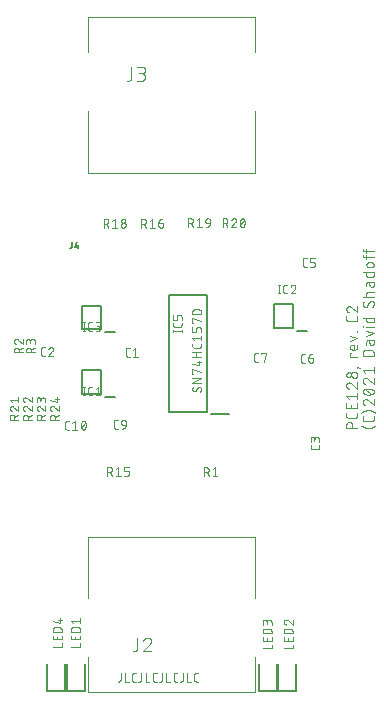
<source format=gbr>
G04 EAGLE Gerber RS-274X export*
G75*
%MOMM*%
%FSLAX34Y34*%
%LPD*%
%INSilkscreen Top*%
%IPPOS*%
%AMOC8*
5,1,8,0,0,1.08239X$1,22.5*%
G01*
%ADD10C,0.076200*%
%ADD11C,0.100000*%
%ADD12C,0.101600*%
%ADD13C,0.200000*%
%ADD14C,0.127000*%


D10*
X337947Y225171D02*
X328549Y225171D01*
X328549Y227782D01*
X328551Y227883D01*
X328557Y227984D01*
X328567Y228085D01*
X328580Y228185D01*
X328598Y228285D01*
X328619Y228384D01*
X328645Y228482D01*
X328674Y228579D01*
X328706Y228675D01*
X328743Y228769D01*
X328783Y228862D01*
X328827Y228954D01*
X328874Y229043D01*
X328925Y229131D01*
X328979Y229217D01*
X329036Y229300D01*
X329096Y229382D01*
X329160Y229460D01*
X329226Y229537D01*
X329296Y229610D01*
X329368Y229681D01*
X329443Y229749D01*
X329521Y229814D01*
X329601Y229876D01*
X329683Y229935D01*
X329768Y229991D01*
X329855Y230043D01*
X329943Y230092D01*
X330034Y230138D01*
X330126Y230179D01*
X330220Y230218D01*
X330315Y230252D01*
X330411Y230283D01*
X330509Y230310D01*
X330607Y230334D01*
X330707Y230353D01*
X330807Y230369D01*
X330907Y230381D01*
X331008Y230389D01*
X331109Y230393D01*
X331211Y230393D01*
X331312Y230389D01*
X331413Y230381D01*
X331513Y230369D01*
X331613Y230353D01*
X331713Y230334D01*
X331811Y230310D01*
X331909Y230283D01*
X332005Y230252D01*
X332100Y230218D01*
X332194Y230179D01*
X332286Y230138D01*
X332377Y230092D01*
X332466Y230043D01*
X332552Y229991D01*
X332637Y229935D01*
X332719Y229876D01*
X332799Y229814D01*
X332877Y229749D01*
X332952Y229681D01*
X333024Y229610D01*
X333094Y229537D01*
X333160Y229460D01*
X333224Y229382D01*
X333284Y229300D01*
X333341Y229217D01*
X333395Y229131D01*
X333446Y229043D01*
X333493Y228954D01*
X333537Y228862D01*
X333577Y228769D01*
X333614Y228675D01*
X333646Y228579D01*
X333675Y228482D01*
X333701Y228384D01*
X333722Y228285D01*
X333740Y228185D01*
X333753Y228085D01*
X333763Y227984D01*
X333769Y227883D01*
X333771Y227782D01*
X333770Y227782D02*
X333770Y225171D01*
X337947Y235942D02*
X337947Y238030D01*
X337947Y235942D02*
X337945Y235853D01*
X337939Y235765D01*
X337930Y235677D01*
X337917Y235589D01*
X337900Y235502D01*
X337880Y235416D01*
X337855Y235331D01*
X337828Y235246D01*
X337796Y235163D01*
X337762Y235082D01*
X337723Y235002D01*
X337682Y234924D01*
X337637Y234847D01*
X337589Y234773D01*
X337538Y234700D01*
X337484Y234630D01*
X337426Y234563D01*
X337366Y234497D01*
X337304Y234435D01*
X337238Y234375D01*
X337171Y234317D01*
X337101Y234263D01*
X337028Y234212D01*
X336954Y234164D01*
X336877Y234119D01*
X336799Y234078D01*
X336719Y234039D01*
X336638Y234005D01*
X336555Y233973D01*
X336470Y233946D01*
X336385Y233921D01*
X336299Y233901D01*
X336212Y233884D01*
X336124Y233871D01*
X336036Y233862D01*
X335948Y233856D01*
X335859Y233854D01*
X335859Y233853D02*
X330637Y233853D01*
X330546Y233855D01*
X330455Y233861D01*
X330364Y233871D01*
X330274Y233885D01*
X330185Y233903D01*
X330096Y233924D01*
X330009Y233950D01*
X329923Y233979D01*
X329838Y234012D01*
X329754Y234049D01*
X329672Y234089D01*
X329593Y234133D01*
X329515Y234180D01*
X329439Y234231D01*
X329365Y234285D01*
X329294Y234342D01*
X329226Y234402D01*
X329160Y234465D01*
X329097Y234531D01*
X329037Y234599D01*
X328980Y234670D01*
X328926Y234744D01*
X328875Y234820D01*
X328828Y234897D01*
X328784Y234977D01*
X328744Y235059D01*
X328707Y235143D01*
X328674Y235227D01*
X328645Y235314D01*
X328619Y235401D01*
X328598Y235490D01*
X328580Y235579D01*
X328566Y235669D01*
X328556Y235760D01*
X328550Y235851D01*
X328548Y235942D01*
X328549Y235942D02*
X328549Y238030D01*
X337947Y241821D02*
X337947Y245998D01*
X337947Y241821D02*
X328549Y241821D01*
X328549Y245998D01*
X332726Y244954D02*
X332726Y241821D01*
X330637Y249424D02*
X328549Y252034D01*
X337947Y252034D01*
X337947Y249424D02*
X337947Y254645D01*
X330899Y263789D02*
X330804Y263787D01*
X330710Y263781D01*
X330616Y263772D01*
X330522Y263759D01*
X330429Y263742D01*
X330337Y263721D01*
X330245Y263696D01*
X330155Y263668D01*
X330066Y263636D01*
X329978Y263601D01*
X329892Y263562D01*
X329807Y263520D01*
X329724Y263474D01*
X329643Y263425D01*
X329564Y263373D01*
X329487Y263318D01*
X329413Y263259D01*
X329341Y263198D01*
X329271Y263134D01*
X329204Y263067D01*
X329140Y262997D01*
X329079Y262925D01*
X329020Y262851D01*
X328965Y262774D01*
X328913Y262695D01*
X328864Y262614D01*
X328818Y262531D01*
X328776Y262446D01*
X328737Y262360D01*
X328702Y262272D01*
X328670Y262183D01*
X328642Y262093D01*
X328617Y262001D01*
X328596Y261909D01*
X328579Y261816D01*
X328566Y261722D01*
X328557Y261628D01*
X328551Y261534D01*
X328549Y261439D01*
X328551Y261331D01*
X328557Y261222D01*
X328567Y261114D01*
X328580Y261007D01*
X328598Y260900D01*
X328619Y260793D01*
X328644Y260688D01*
X328673Y260583D01*
X328705Y260480D01*
X328742Y260378D01*
X328782Y260277D01*
X328825Y260178D01*
X328872Y260080D01*
X328923Y259984D01*
X328977Y259890D01*
X329034Y259798D01*
X329095Y259708D01*
X329159Y259620D01*
X329225Y259535D01*
X329295Y259452D01*
X329368Y259372D01*
X329444Y259294D01*
X329522Y259219D01*
X329603Y259147D01*
X329687Y259078D01*
X329773Y259012D01*
X329861Y258949D01*
X329952Y258890D01*
X330044Y258833D01*
X330139Y258780D01*
X330236Y258731D01*
X330334Y258685D01*
X330433Y258642D01*
X330535Y258603D01*
X330637Y258568D01*
X332727Y263006D02*
X332658Y263075D01*
X332587Y263141D01*
X332514Y263205D01*
X332438Y263266D01*
X332359Y263324D01*
X332279Y263378D01*
X332196Y263430D01*
X332112Y263478D01*
X332026Y263524D01*
X331938Y263565D01*
X331848Y263604D01*
X331757Y263639D01*
X331665Y263670D01*
X331572Y263698D01*
X331478Y263722D01*
X331383Y263742D01*
X331287Y263759D01*
X331190Y263772D01*
X331093Y263781D01*
X330996Y263787D01*
X330899Y263789D01*
X332726Y263006D02*
X337947Y258568D01*
X337947Y263789D01*
X335336Y267711D02*
X335235Y267713D01*
X335134Y267719D01*
X335033Y267729D01*
X334933Y267742D01*
X334833Y267760D01*
X334734Y267781D01*
X334636Y267807D01*
X334539Y267836D01*
X334443Y267868D01*
X334349Y267905D01*
X334256Y267945D01*
X334164Y267989D01*
X334075Y268036D01*
X333987Y268087D01*
X333901Y268141D01*
X333818Y268198D01*
X333736Y268258D01*
X333658Y268322D01*
X333581Y268388D01*
X333508Y268458D01*
X333437Y268530D01*
X333369Y268605D01*
X333304Y268683D01*
X333242Y268763D01*
X333183Y268845D01*
X333127Y268930D01*
X333075Y269017D01*
X333026Y269105D01*
X332980Y269196D01*
X332939Y269288D01*
X332900Y269382D01*
X332866Y269477D01*
X332835Y269573D01*
X332808Y269671D01*
X332784Y269769D01*
X332765Y269869D01*
X332749Y269969D01*
X332737Y270069D01*
X332729Y270170D01*
X332725Y270271D01*
X332725Y270373D01*
X332729Y270474D01*
X332737Y270575D01*
X332749Y270675D01*
X332765Y270775D01*
X332784Y270875D01*
X332808Y270973D01*
X332835Y271071D01*
X332866Y271167D01*
X332900Y271262D01*
X332939Y271356D01*
X332980Y271448D01*
X333026Y271539D01*
X333075Y271628D01*
X333127Y271714D01*
X333183Y271799D01*
X333242Y271881D01*
X333304Y271961D01*
X333369Y272039D01*
X333437Y272114D01*
X333508Y272186D01*
X333581Y272256D01*
X333658Y272322D01*
X333736Y272386D01*
X333818Y272446D01*
X333901Y272503D01*
X333987Y272557D01*
X334075Y272608D01*
X334164Y272655D01*
X334256Y272699D01*
X334349Y272739D01*
X334443Y272776D01*
X334539Y272808D01*
X334636Y272837D01*
X334734Y272863D01*
X334833Y272884D01*
X334933Y272902D01*
X335033Y272915D01*
X335134Y272925D01*
X335235Y272931D01*
X335336Y272933D01*
X335437Y272931D01*
X335538Y272925D01*
X335639Y272915D01*
X335739Y272902D01*
X335839Y272884D01*
X335938Y272863D01*
X336036Y272837D01*
X336133Y272808D01*
X336229Y272776D01*
X336323Y272739D01*
X336416Y272699D01*
X336508Y272655D01*
X336597Y272608D01*
X336685Y272557D01*
X336771Y272503D01*
X336854Y272446D01*
X336936Y272386D01*
X337014Y272322D01*
X337091Y272256D01*
X337164Y272186D01*
X337235Y272114D01*
X337303Y272039D01*
X337368Y271961D01*
X337430Y271881D01*
X337489Y271799D01*
X337545Y271714D01*
X337597Y271627D01*
X337646Y271539D01*
X337692Y271448D01*
X337733Y271356D01*
X337772Y271262D01*
X337806Y271167D01*
X337837Y271071D01*
X337864Y270973D01*
X337888Y270875D01*
X337907Y270775D01*
X337923Y270675D01*
X337935Y270575D01*
X337943Y270474D01*
X337947Y270373D01*
X337947Y270271D01*
X337943Y270170D01*
X337935Y270069D01*
X337923Y269969D01*
X337907Y269869D01*
X337888Y269769D01*
X337864Y269671D01*
X337837Y269573D01*
X337806Y269477D01*
X337772Y269382D01*
X337733Y269288D01*
X337692Y269196D01*
X337646Y269105D01*
X337597Y269017D01*
X337545Y268930D01*
X337489Y268845D01*
X337430Y268763D01*
X337368Y268683D01*
X337303Y268605D01*
X337235Y268530D01*
X337164Y268458D01*
X337091Y268388D01*
X337014Y268322D01*
X336936Y268258D01*
X336854Y268198D01*
X336771Y268141D01*
X336685Y268087D01*
X336597Y268036D01*
X336508Y267989D01*
X336416Y267945D01*
X336323Y267905D01*
X336229Y267868D01*
X336133Y267836D01*
X336036Y267807D01*
X335938Y267781D01*
X335839Y267760D01*
X335739Y267742D01*
X335639Y267729D01*
X335538Y267719D01*
X335437Y267713D01*
X335336Y267711D01*
X330637Y268234D02*
X330547Y268236D01*
X330458Y268242D01*
X330368Y268251D01*
X330279Y268265D01*
X330191Y268282D01*
X330104Y268303D01*
X330017Y268328D01*
X329932Y268357D01*
X329848Y268389D01*
X329766Y268424D01*
X329685Y268464D01*
X329606Y268506D01*
X329529Y268552D01*
X329454Y268602D01*
X329381Y268654D01*
X329310Y268710D01*
X329242Y268768D01*
X329177Y268830D01*
X329114Y268894D01*
X329054Y268961D01*
X328997Y269030D01*
X328943Y269102D01*
X328892Y269176D01*
X328844Y269252D01*
X328800Y269330D01*
X328759Y269410D01*
X328721Y269492D01*
X328687Y269575D01*
X328657Y269660D01*
X328630Y269746D01*
X328607Y269832D01*
X328588Y269920D01*
X328573Y270009D01*
X328561Y270098D01*
X328553Y270187D01*
X328549Y270277D01*
X328549Y270367D01*
X328553Y270457D01*
X328561Y270546D01*
X328573Y270635D01*
X328588Y270724D01*
X328607Y270812D01*
X328630Y270898D01*
X328657Y270984D01*
X328687Y271069D01*
X328721Y271152D01*
X328759Y271234D01*
X328800Y271314D01*
X328844Y271392D01*
X328892Y271468D01*
X328943Y271542D01*
X328997Y271614D01*
X329054Y271683D01*
X329114Y271750D01*
X329177Y271814D01*
X329242Y271876D01*
X329310Y271934D01*
X329381Y271990D01*
X329454Y272042D01*
X329529Y272092D01*
X329606Y272138D01*
X329685Y272180D01*
X329766Y272220D01*
X329848Y272255D01*
X329932Y272287D01*
X330017Y272316D01*
X330104Y272341D01*
X330191Y272362D01*
X330279Y272379D01*
X330368Y272393D01*
X330458Y272402D01*
X330547Y272408D01*
X330637Y272410D01*
X330727Y272408D01*
X330816Y272402D01*
X330906Y272393D01*
X330995Y272379D01*
X331083Y272362D01*
X331170Y272341D01*
X331257Y272316D01*
X331342Y272287D01*
X331426Y272255D01*
X331508Y272220D01*
X331589Y272180D01*
X331668Y272138D01*
X331745Y272092D01*
X331820Y272042D01*
X331893Y271990D01*
X331964Y271934D01*
X332032Y271876D01*
X332097Y271814D01*
X332160Y271750D01*
X332220Y271683D01*
X332277Y271614D01*
X332331Y271542D01*
X332382Y271468D01*
X332430Y271392D01*
X332474Y271314D01*
X332515Y271234D01*
X332553Y271152D01*
X332587Y271069D01*
X332617Y270984D01*
X332644Y270898D01*
X332667Y270812D01*
X332686Y270724D01*
X332701Y270635D01*
X332713Y270546D01*
X332721Y270457D01*
X332725Y270367D01*
X332725Y270277D01*
X332721Y270187D01*
X332713Y270098D01*
X332701Y270009D01*
X332686Y269920D01*
X332667Y269832D01*
X332644Y269746D01*
X332617Y269660D01*
X332587Y269575D01*
X332553Y269492D01*
X332515Y269410D01*
X332474Y269330D01*
X332430Y269252D01*
X332382Y269176D01*
X332331Y269102D01*
X332277Y269030D01*
X332220Y268961D01*
X332160Y268894D01*
X332097Y268830D01*
X332032Y268768D01*
X331964Y268710D01*
X331893Y268654D01*
X331820Y268602D01*
X331745Y268552D01*
X331668Y268506D01*
X331589Y268464D01*
X331508Y268424D01*
X331426Y268389D01*
X331342Y268357D01*
X331257Y268328D01*
X331170Y268303D01*
X331083Y268282D01*
X330995Y268265D01*
X330906Y268251D01*
X330816Y268242D01*
X330727Y268236D01*
X330637Y268234D01*
X337947Y276428D02*
X337947Y276950D01*
X337947Y276428D02*
X337425Y276428D01*
X337425Y276950D01*
X337947Y276950D01*
X340035Y276167D01*
X337947Y285659D02*
X331682Y285659D01*
X331682Y288791D01*
X332726Y288791D01*
X337947Y293269D02*
X337947Y295880D01*
X337947Y293269D02*
X337945Y293192D01*
X337939Y293116D01*
X337930Y293039D01*
X337917Y292963D01*
X337900Y292888D01*
X337880Y292814D01*
X337855Y292741D01*
X337828Y292670D01*
X337797Y292599D01*
X337762Y292531D01*
X337724Y292464D01*
X337683Y292399D01*
X337639Y292336D01*
X337592Y292276D01*
X337541Y292217D01*
X337488Y292162D01*
X337433Y292109D01*
X337374Y292058D01*
X337314Y292011D01*
X337251Y291967D01*
X337186Y291926D01*
X337119Y291888D01*
X337051Y291853D01*
X336980Y291822D01*
X336909Y291795D01*
X336836Y291770D01*
X336762Y291750D01*
X336687Y291733D01*
X336611Y291720D01*
X336534Y291711D01*
X336458Y291705D01*
X336381Y291703D01*
X333770Y291703D01*
X333770Y291704D02*
X333680Y291706D01*
X333591Y291712D01*
X333501Y291721D01*
X333412Y291735D01*
X333324Y291752D01*
X333237Y291773D01*
X333150Y291798D01*
X333065Y291827D01*
X332981Y291859D01*
X332899Y291894D01*
X332818Y291934D01*
X332739Y291976D01*
X332662Y292022D01*
X332587Y292072D01*
X332514Y292124D01*
X332443Y292180D01*
X332375Y292238D01*
X332310Y292300D01*
X332247Y292364D01*
X332187Y292431D01*
X332130Y292500D01*
X332076Y292572D01*
X332025Y292646D01*
X331977Y292722D01*
X331933Y292800D01*
X331892Y292880D01*
X331854Y292962D01*
X331820Y293045D01*
X331790Y293130D01*
X331763Y293216D01*
X331740Y293302D01*
X331721Y293390D01*
X331706Y293479D01*
X331694Y293568D01*
X331686Y293657D01*
X331682Y293747D01*
X331682Y293837D01*
X331686Y293927D01*
X331694Y294016D01*
X331706Y294105D01*
X331721Y294194D01*
X331740Y294282D01*
X331763Y294368D01*
X331790Y294454D01*
X331820Y294539D01*
X331854Y294622D01*
X331892Y294704D01*
X331933Y294784D01*
X331977Y294862D01*
X332025Y294938D01*
X332076Y295012D01*
X332130Y295084D01*
X332187Y295153D01*
X332247Y295220D01*
X332310Y295284D01*
X332375Y295346D01*
X332443Y295404D01*
X332514Y295460D01*
X332587Y295512D01*
X332662Y295562D01*
X332739Y295608D01*
X332818Y295650D01*
X332899Y295690D01*
X332981Y295725D01*
X333065Y295757D01*
X333150Y295786D01*
X333237Y295811D01*
X333324Y295832D01*
X333412Y295849D01*
X333501Y295863D01*
X333591Y295872D01*
X333680Y295878D01*
X333770Y295880D01*
X334814Y295880D01*
X334814Y291703D01*
X331682Y299323D02*
X337947Y301412D01*
X331682Y303500D01*
X337425Y306637D02*
X337947Y306637D01*
X337425Y306637D02*
X337425Y307159D01*
X337947Y307159D01*
X337947Y306637D01*
X337947Y317628D02*
X337947Y319716D01*
X337947Y317628D02*
X337945Y317539D01*
X337939Y317451D01*
X337930Y317363D01*
X337917Y317275D01*
X337900Y317188D01*
X337880Y317102D01*
X337855Y317017D01*
X337828Y316932D01*
X337796Y316849D01*
X337762Y316768D01*
X337723Y316688D01*
X337682Y316610D01*
X337637Y316533D01*
X337589Y316459D01*
X337538Y316386D01*
X337484Y316316D01*
X337426Y316249D01*
X337366Y316183D01*
X337304Y316121D01*
X337238Y316061D01*
X337171Y316003D01*
X337101Y315949D01*
X337028Y315898D01*
X336954Y315850D01*
X336877Y315805D01*
X336799Y315764D01*
X336719Y315725D01*
X336638Y315691D01*
X336555Y315659D01*
X336470Y315632D01*
X336385Y315607D01*
X336299Y315587D01*
X336212Y315570D01*
X336124Y315557D01*
X336036Y315548D01*
X335948Y315542D01*
X335859Y315540D01*
X335859Y315539D02*
X330637Y315539D01*
X330546Y315541D01*
X330455Y315547D01*
X330364Y315557D01*
X330274Y315571D01*
X330185Y315589D01*
X330096Y315610D01*
X330009Y315636D01*
X329923Y315665D01*
X329838Y315698D01*
X329754Y315735D01*
X329672Y315775D01*
X329593Y315819D01*
X329515Y315866D01*
X329439Y315917D01*
X329365Y315971D01*
X329294Y316028D01*
X329226Y316088D01*
X329160Y316151D01*
X329097Y316217D01*
X329037Y316285D01*
X328980Y316356D01*
X328926Y316430D01*
X328875Y316506D01*
X328828Y316583D01*
X328784Y316663D01*
X328744Y316745D01*
X328707Y316829D01*
X328674Y316913D01*
X328645Y317000D01*
X328619Y317087D01*
X328598Y317176D01*
X328580Y317265D01*
X328566Y317355D01*
X328556Y317446D01*
X328550Y317537D01*
X328548Y317628D01*
X328549Y317628D02*
X328549Y319716D01*
X328549Y326056D02*
X328551Y326151D01*
X328557Y326245D01*
X328566Y326339D01*
X328579Y326433D01*
X328596Y326526D01*
X328617Y326618D01*
X328642Y326710D01*
X328670Y326800D01*
X328702Y326889D01*
X328737Y326977D01*
X328776Y327063D01*
X328818Y327148D01*
X328864Y327231D01*
X328913Y327312D01*
X328965Y327391D01*
X329020Y327468D01*
X329079Y327542D01*
X329140Y327614D01*
X329204Y327684D01*
X329271Y327751D01*
X329341Y327815D01*
X329413Y327876D01*
X329487Y327935D01*
X329564Y327990D01*
X329643Y328042D01*
X329724Y328091D01*
X329807Y328137D01*
X329892Y328179D01*
X329978Y328218D01*
X330066Y328253D01*
X330155Y328285D01*
X330245Y328313D01*
X330337Y328338D01*
X330429Y328359D01*
X330522Y328376D01*
X330616Y328389D01*
X330710Y328398D01*
X330804Y328404D01*
X330899Y328406D01*
X328549Y326056D02*
X328551Y325948D01*
X328557Y325839D01*
X328567Y325731D01*
X328580Y325624D01*
X328598Y325517D01*
X328619Y325410D01*
X328644Y325305D01*
X328673Y325200D01*
X328705Y325097D01*
X328742Y324995D01*
X328782Y324894D01*
X328825Y324795D01*
X328872Y324697D01*
X328923Y324601D01*
X328977Y324507D01*
X329034Y324415D01*
X329095Y324325D01*
X329159Y324237D01*
X329225Y324152D01*
X329295Y324069D01*
X329368Y323989D01*
X329444Y323911D01*
X329522Y323836D01*
X329603Y323764D01*
X329687Y323695D01*
X329773Y323629D01*
X329861Y323566D01*
X329952Y323507D01*
X330044Y323450D01*
X330139Y323397D01*
X330236Y323348D01*
X330334Y323302D01*
X330433Y323259D01*
X330535Y323220D01*
X330637Y323185D01*
X332727Y327623D02*
X332658Y327692D01*
X332587Y327758D01*
X332514Y327822D01*
X332438Y327883D01*
X332359Y327941D01*
X332279Y327995D01*
X332196Y328047D01*
X332112Y328095D01*
X332026Y328141D01*
X331938Y328182D01*
X331848Y328221D01*
X331757Y328256D01*
X331665Y328287D01*
X331572Y328315D01*
X331478Y328339D01*
X331383Y328359D01*
X331287Y328376D01*
X331190Y328389D01*
X331093Y328398D01*
X330996Y328404D01*
X330899Y328406D01*
X332726Y327623D02*
X337947Y323185D01*
X337947Y328406D01*
X341475Y227259D02*
X341641Y227123D01*
X341811Y226991D01*
X341984Y226863D01*
X342160Y226739D01*
X342339Y226620D01*
X342520Y226505D01*
X342704Y226394D01*
X342891Y226288D01*
X343081Y226186D01*
X343273Y226089D01*
X343467Y225996D01*
X343663Y225908D01*
X343861Y225825D01*
X344062Y225747D01*
X344264Y225673D01*
X344468Y225605D01*
X344673Y225541D01*
X344880Y225482D01*
X345088Y225428D01*
X345298Y225380D01*
X345508Y225336D01*
X345720Y225297D01*
X345932Y225264D01*
X346145Y225236D01*
X346359Y225212D01*
X346573Y225194D01*
X346788Y225181D01*
X347003Y225174D01*
X347218Y225171D01*
X347433Y225174D01*
X347648Y225181D01*
X347863Y225194D01*
X348077Y225212D01*
X348291Y225236D01*
X348504Y225264D01*
X348716Y225297D01*
X348928Y225336D01*
X349138Y225380D01*
X349348Y225428D01*
X349556Y225482D01*
X349763Y225541D01*
X349968Y225605D01*
X350172Y225673D01*
X350374Y225747D01*
X350575Y225825D01*
X350773Y225908D01*
X350969Y225996D01*
X351163Y226089D01*
X351355Y226186D01*
X351545Y226288D01*
X351732Y226394D01*
X351916Y226505D01*
X352098Y226620D01*
X352276Y226739D01*
X352452Y226863D01*
X352625Y226991D01*
X352795Y227123D01*
X352961Y227259D01*
X351917Y232960D02*
X351917Y235048D01*
X351917Y232960D02*
X351915Y232871D01*
X351909Y232783D01*
X351900Y232695D01*
X351887Y232607D01*
X351870Y232520D01*
X351850Y232434D01*
X351825Y232349D01*
X351798Y232264D01*
X351766Y232181D01*
X351732Y232100D01*
X351693Y232020D01*
X351652Y231942D01*
X351607Y231865D01*
X351559Y231791D01*
X351508Y231718D01*
X351454Y231648D01*
X351396Y231581D01*
X351336Y231515D01*
X351274Y231453D01*
X351208Y231393D01*
X351141Y231335D01*
X351071Y231281D01*
X350998Y231230D01*
X350924Y231182D01*
X350847Y231137D01*
X350769Y231096D01*
X350689Y231057D01*
X350608Y231023D01*
X350525Y230991D01*
X350440Y230964D01*
X350355Y230939D01*
X350269Y230919D01*
X350182Y230902D01*
X350094Y230889D01*
X350006Y230880D01*
X349918Y230874D01*
X349829Y230872D01*
X349829Y230871D02*
X344607Y230871D01*
X344516Y230873D01*
X344425Y230879D01*
X344334Y230889D01*
X344244Y230903D01*
X344155Y230921D01*
X344066Y230942D01*
X343979Y230968D01*
X343893Y230997D01*
X343808Y231030D01*
X343724Y231067D01*
X343642Y231107D01*
X343563Y231151D01*
X343485Y231198D01*
X343409Y231249D01*
X343335Y231303D01*
X343264Y231360D01*
X343196Y231420D01*
X343130Y231483D01*
X343067Y231549D01*
X343007Y231617D01*
X342950Y231688D01*
X342896Y231762D01*
X342845Y231838D01*
X342798Y231915D01*
X342754Y231995D01*
X342714Y232077D01*
X342677Y232161D01*
X342644Y232245D01*
X342615Y232332D01*
X342589Y232419D01*
X342568Y232508D01*
X342550Y232597D01*
X342536Y232687D01*
X342526Y232778D01*
X342520Y232869D01*
X342518Y232960D01*
X342519Y232960D02*
X342519Y235048D01*
X347218Y240320D02*
X347433Y240317D01*
X347648Y240310D01*
X347863Y240297D01*
X348077Y240279D01*
X348291Y240255D01*
X348504Y240227D01*
X348716Y240194D01*
X348928Y240155D01*
X349138Y240111D01*
X349348Y240063D01*
X349556Y240009D01*
X349763Y239950D01*
X349968Y239886D01*
X350172Y239818D01*
X350374Y239744D01*
X350575Y239666D01*
X350773Y239583D01*
X350969Y239495D01*
X351163Y239402D01*
X351355Y239305D01*
X351545Y239203D01*
X351732Y239097D01*
X351916Y238986D01*
X352098Y238871D01*
X352276Y238752D01*
X352452Y238628D01*
X352625Y238500D01*
X352795Y238368D01*
X352961Y238232D01*
X347218Y240320D02*
X347003Y240317D01*
X346788Y240310D01*
X346573Y240297D01*
X346359Y240279D01*
X346145Y240255D01*
X345932Y240227D01*
X345720Y240194D01*
X345508Y240155D01*
X345298Y240111D01*
X345088Y240063D01*
X344880Y240009D01*
X344673Y239950D01*
X344468Y239886D01*
X344264Y239818D01*
X344062Y239744D01*
X343861Y239666D01*
X343663Y239583D01*
X343467Y239495D01*
X343273Y239402D01*
X343081Y239305D01*
X342891Y239203D01*
X342704Y239097D01*
X342520Y238986D01*
X342339Y238871D01*
X342160Y238752D01*
X341984Y238628D01*
X341811Y238500D01*
X341641Y238368D01*
X341475Y238232D01*
X342519Y247180D02*
X342521Y247275D01*
X342527Y247369D01*
X342536Y247463D01*
X342549Y247557D01*
X342566Y247650D01*
X342587Y247742D01*
X342612Y247834D01*
X342640Y247924D01*
X342672Y248013D01*
X342707Y248101D01*
X342746Y248187D01*
X342788Y248272D01*
X342834Y248355D01*
X342883Y248436D01*
X342935Y248515D01*
X342990Y248592D01*
X343049Y248666D01*
X343110Y248738D01*
X343174Y248808D01*
X343241Y248875D01*
X343311Y248939D01*
X343383Y249000D01*
X343457Y249059D01*
X343534Y249114D01*
X343613Y249166D01*
X343694Y249215D01*
X343777Y249261D01*
X343862Y249303D01*
X343948Y249342D01*
X344036Y249377D01*
X344125Y249409D01*
X344215Y249437D01*
X344307Y249462D01*
X344399Y249483D01*
X344492Y249500D01*
X344586Y249513D01*
X344680Y249522D01*
X344774Y249528D01*
X344869Y249530D01*
X342519Y247180D02*
X342521Y247072D01*
X342527Y246963D01*
X342537Y246855D01*
X342550Y246748D01*
X342568Y246641D01*
X342589Y246534D01*
X342614Y246429D01*
X342643Y246324D01*
X342675Y246221D01*
X342712Y246119D01*
X342752Y246018D01*
X342795Y245919D01*
X342842Y245821D01*
X342893Y245725D01*
X342947Y245631D01*
X343004Y245539D01*
X343065Y245449D01*
X343129Y245361D01*
X343195Y245276D01*
X343265Y245193D01*
X343338Y245113D01*
X343414Y245035D01*
X343492Y244960D01*
X343573Y244888D01*
X343657Y244819D01*
X343743Y244753D01*
X343831Y244690D01*
X343922Y244631D01*
X344014Y244574D01*
X344109Y244521D01*
X344206Y244472D01*
X344304Y244426D01*
X344403Y244383D01*
X344505Y244344D01*
X344607Y244309D01*
X346697Y248747D02*
X346628Y248816D01*
X346557Y248882D01*
X346484Y248946D01*
X346408Y249007D01*
X346329Y249065D01*
X346249Y249119D01*
X346166Y249171D01*
X346082Y249219D01*
X345996Y249265D01*
X345908Y249306D01*
X345818Y249345D01*
X345727Y249380D01*
X345635Y249411D01*
X345542Y249439D01*
X345448Y249463D01*
X345353Y249483D01*
X345257Y249500D01*
X345160Y249513D01*
X345063Y249522D01*
X344966Y249528D01*
X344869Y249530D01*
X346696Y248746D02*
X351917Y244308D01*
X351917Y249529D01*
X347218Y253452D02*
X347033Y253454D01*
X346848Y253461D01*
X346664Y253472D01*
X346480Y253487D01*
X346296Y253507D01*
X346112Y253531D01*
X345930Y253560D01*
X345748Y253593D01*
X345567Y253630D01*
X345387Y253672D01*
X345207Y253718D01*
X345029Y253768D01*
X344853Y253822D01*
X344677Y253881D01*
X344503Y253943D01*
X344331Y254010D01*
X344160Y254081D01*
X343991Y254156D01*
X343824Y254235D01*
X343744Y254265D01*
X343665Y254298D01*
X343588Y254335D01*
X343512Y254375D01*
X343438Y254418D01*
X343366Y254464D01*
X343297Y254514D01*
X343229Y254566D01*
X343164Y254622D01*
X343101Y254680D01*
X343042Y254742D01*
X342984Y254805D01*
X342930Y254872D01*
X342879Y254940D01*
X342831Y255011D01*
X342786Y255084D01*
X342744Y255158D01*
X342706Y255235D01*
X342671Y255313D01*
X342639Y255392D01*
X342611Y255473D01*
X342587Y255555D01*
X342566Y255639D01*
X342549Y255722D01*
X342536Y255807D01*
X342527Y255892D01*
X342521Y255977D01*
X342519Y256063D01*
X342521Y256149D01*
X342527Y256234D01*
X342536Y256319D01*
X342549Y256404D01*
X342566Y256487D01*
X342587Y256571D01*
X342611Y256653D01*
X342639Y256734D01*
X342671Y256813D01*
X342706Y256891D01*
X342744Y256968D01*
X342786Y257042D01*
X342831Y257115D01*
X342879Y257186D01*
X342930Y257254D01*
X342984Y257321D01*
X343042Y257384D01*
X343101Y257446D01*
X343164Y257504D01*
X343229Y257560D01*
X343297Y257612D01*
X343366Y257662D01*
X343438Y257708D01*
X343512Y257751D01*
X343588Y257791D01*
X343665Y257828D01*
X343744Y257861D01*
X343824Y257891D01*
X343824Y257890D02*
X343991Y257969D01*
X344160Y258044D01*
X344331Y258115D01*
X344503Y258182D01*
X344677Y258244D01*
X344853Y258303D01*
X345029Y258357D01*
X345207Y258407D01*
X345387Y258453D01*
X345567Y258495D01*
X345748Y258532D01*
X345930Y258565D01*
X346112Y258594D01*
X346296Y258618D01*
X346480Y258638D01*
X346664Y258653D01*
X346848Y258664D01*
X347033Y258671D01*
X347218Y258673D01*
X347218Y253452D02*
X347403Y253454D01*
X347588Y253461D01*
X347772Y253472D01*
X347956Y253487D01*
X348140Y253507D01*
X348324Y253531D01*
X348506Y253560D01*
X348688Y253593D01*
X348869Y253630D01*
X349049Y253672D01*
X349229Y253718D01*
X349407Y253768D01*
X349583Y253822D01*
X349759Y253881D01*
X349933Y253943D01*
X350105Y254010D01*
X350276Y254081D01*
X350445Y254156D01*
X350612Y254235D01*
X350692Y254265D01*
X350771Y254298D01*
X350848Y254335D01*
X350924Y254375D01*
X350998Y254418D01*
X351070Y254464D01*
X351139Y254514D01*
X351207Y254567D01*
X351272Y254622D01*
X351335Y254681D01*
X351394Y254742D01*
X351452Y254805D01*
X351506Y254872D01*
X351557Y254940D01*
X351605Y255011D01*
X351650Y255084D01*
X351692Y255158D01*
X351730Y255235D01*
X351765Y255313D01*
X351797Y255392D01*
X351825Y255473D01*
X351849Y255555D01*
X351870Y255639D01*
X351887Y255722D01*
X351900Y255807D01*
X351909Y255892D01*
X351915Y255977D01*
X351917Y256063D01*
X350612Y257890D02*
X350445Y257969D01*
X350276Y258044D01*
X350105Y258115D01*
X349933Y258182D01*
X349759Y258244D01*
X349583Y258303D01*
X349407Y258357D01*
X349229Y258407D01*
X349049Y258453D01*
X348869Y258495D01*
X348688Y258532D01*
X348506Y258565D01*
X348324Y258594D01*
X348140Y258618D01*
X347956Y258638D01*
X347772Y258653D01*
X347588Y258664D01*
X347403Y258671D01*
X347218Y258673D01*
X350612Y257891D02*
X350692Y257861D01*
X350771Y257828D01*
X350848Y257791D01*
X350924Y257751D01*
X350998Y257708D01*
X351070Y257662D01*
X351139Y257612D01*
X351207Y257560D01*
X351272Y257504D01*
X351335Y257446D01*
X351394Y257384D01*
X351452Y257321D01*
X351506Y257254D01*
X351557Y257186D01*
X351605Y257115D01*
X351650Y257042D01*
X351692Y256968D01*
X351730Y256891D01*
X351765Y256813D01*
X351797Y256734D01*
X351825Y256653D01*
X351849Y256571D01*
X351870Y256487D01*
X351887Y256404D01*
X351900Y256319D01*
X351909Y256234D01*
X351915Y256149D01*
X351917Y256063D01*
X349829Y253974D02*
X344607Y258151D01*
X342519Y265468D02*
X342521Y265563D01*
X342527Y265657D01*
X342536Y265751D01*
X342549Y265845D01*
X342566Y265938D01*
X342587Y266030D01*
X342612Y266122D01*
X342640Y266212D01*
X342672Y266301D01*
X342707Y266389D01*
X342746Y266475D01*
X342788Y266560D01*
X342834Y266643D01*
X342883Y266724D01*
X342935Y266803D01*
X342990Y266880D01*
X343049Y266954D01*
X343110Y267026D01*
X343174Y267096D01*
X343241Y267163D01*
X343311Y267227D01*
X343383Y267288D01*
X343457Y267347D01*
X343534Y267402D01*
X343613Y267454D01*
X343694Y267503D01*
X343777Y267549D01*
X343862Y267591D01*
X343948Y267630D01*
X344036Y267665D01*
X344125Y267697D01*
X344215Y267725D01*
X344307Y267750D01*
X344399Y267771D01*
X344492Y267788D01*
X344586Y267801D01*
X344680Y267810D01*
X344774Y267816D01*
X344869Y267818D01*
X342519Y265468D02*
X342521Y265360D01*
X342527Y265251D01*
X342537Y265143D01*
X342550Y265036D01*
X342568Y264929D01*
X342589Y264822D01*
X342614Y264717D01*
X342643Y264612D01*
X342675Y264509D01*
X342712Y264407D01*
X342752Y264306D01*
X342795Y264207D01*
X342842Y264109D01*
X342893Y264013D01*
X342947Y263919D01*
X343004Y263827D01*
X343065Y263737D01*
X343129Y263649D01*
X343195Y263564D01*
X343265Y263481D01*
X343338Y263401D01*
X343414Y263323D01*
X343492Y263248D01*
X343573Y263176D01*
X343657Y263107D01*
X343743Y263041D01*
X343831Y262978D01*
X343922Y262919D01*
X344014Y262862D01*
X344109Y262809D01*
X344206Y262760D01*
X344304Y262714D01*
X344403Y262671D01*
X344505Y262632D01*
X344607Y262597D01*
X346697Y267035D02*
X346628Y267104D01*
X346557Y267170D01*
X346484Y267234D01*
X346408Y267295D01*
X346329Y267353D01*
X346249Y267407D01*
X346166Y267459D01*
X346082Y267507D01*
X345996Y267553D01*
X345908Y267594D01*
X345818Y267633D01*
X345727Y267668D01*
X345635Y267699D01*
X345542Y267727D01*
X345448Y267751D01*
X345353Y267771D01*
X345257Y267788D01*
X345160Y267801D01*
X345063Y267810D01*
X344966Y267816D01*
X344869Y267818D01*
X346696Y267034D02*
X351917Y262596D01*
X351917Y267817D01*
X344607Y271740D02*
X342519Y274351D01*
X351917Y274351D01*
X351917Y276961D02*
X351917Y271740D01*
X351917Y286066D02*
X342519Y286066D01*
X342519Y288676D01*
X342521Y288776D01*
X342527Y288876D01*
X342536Y288975D01*
X342550Y289075D01*
X342567Y289173D01*
X342588Y289271D01*
X342612Y289368D01*
X342641Y289464D01*
X342673Y289559D01*
X342708Y289652D01*
X342747Y289744D01*
X342790Y289835D01*
X342836Y289923D01*
X342886Y290010D01*
X342938Y290095D01*
X342994Y290178D01*
X343053Y290259D01*
X343116Y290337D01*
X343181Y290413D01*
X343249Y290487D01*
X343319Y290557D01*
X343393Y290625D01*
X343469Y290690D01*
X343547Y290753D01*
X343628Y290812D01*
X343711Y290868D01*
X343796Y290920D01*
X343883Y290970D01*
X343971Y291016D01*
X344062Y291059D01*
X344154Y291098D01*
X344247Y291133D01*
X344342Y291165D01*
X344438Y291194D01*
X344535Y291218D01*
X344633Y291239D01*
X344731Y291256D01*
X344831Y291270D01*
X344930Y291279D01*
X345030Y291285D01*
X345130Y291287D01*
X349306Y291287D01*
X349406Y291285D01*
X349506Y291279D01*
X349605Y291270D01*
X349705Y291256D01*
X349803Y291239D01*
X349901Y291218D01*
X349998Y291194D01*
X350094Y291165D01*
X350189Y291133D01*
X350282Y291098D01*
X350374Y291059D01*
X350465Y291016D01*
X350553Y290970D01*
X350640Y290920D01*
X350725Y290868D01*
X350808Y290812D01*
X350889Y290753D01*
X350967Y290690D01*
X351043Y290625D01*
X351117Y290557D01*
X351187Y290487D01*
X351255Y290413D01*
X351320Y290337D01*
X351383Y290259D01*
X351442Y290178D01*
X351498Y290095D01*
X351550Y290010D01*
X351600Y289923D01*
X351646Y289835D01*
X351689Y289744D01*
X351728Y289652D01*
X351763Y289559D01*
X351795Y289464D01*
X351824Y289368D01*
X351848Y289271D01*
X351869Y289173D01*
X351886Y289075D01*
X351900Y288975D01*
X351909Y288876D01*
X351915Y288776D01*
X351917Y288676D01*
X351917Y286066D01*
X348262Y297209D02*
X348262Y299558D01*
X348263Y297209D02*
X348265Y297125D01*
X348271Y297040D01*
X348281Y296957D01*
X348294Y296873D01*
X348312Y296791D01*
X348333Y296709D01*
X348358Y296628D01*
X348386Y296549D01*
X348419Y296471D01*
X348455Y296395D01*
X348494Y296320D01*
X348537Y296247D01*
X348583Y296176D01*
X348632Y296108D01*
X348684Y296042D01*
X348740Y295978D01*
X348798Y295917D01*
X348859Y295859D01*
X348923Y295803D01*
X348989Y295751D01*
X349057Y295702D01*
X349128Y295656D01*
X349201Y295613D01*
X349276Y295574D01*
X349352Y295538D01*
X349430Y295505D01*
X349509Y295477D01*
X349590Y295452D01*
X349672Y295431D01*
X349754Y295413D01*
X349838Y295400D01*
X349921Y295390D01*
X350006Y295384D01*
X350090Y295382D01*
X350174Y295384D01*
X350259Y295390D01*
X350342Y295400D01*
X350426Y295413D01*
X350508Y295431D01*
X350590Y295452D01*
X350671Y295477D01*
X350750Y295505D01*
X350828Y295538D01*
X350904Y295574D01*
X350979Y295613D01*
X351052Y295656D01*
X351123Y295702D01*
X351191Y295751D01*
X351257Y295803D01*
X351321Y295859D01*
X351382Y295917D01*
X351440Y295978D01*
X351496Y296042D01*
X351548Y296108D01*
X351597Y296176D01*
X351643Y296247D01*
X351686Y296320D01*
X351725Y296395D01*
X351761Y296471D01*
X351794Y296549D01*
X351822Y296628D01*
X351847Y296709D01*
X351868Y296791D01*
X351886Y296873D01*
X351899Y296957D01*
X351909Y297040D01*
X351915Y297125D01*
X351917Y297209D01*
X351917Y299558D01*
X347218Y299558D01*
X347141Y299556D01*
X347065Y299550D01*
X346988Y299541D01*
X346912Y299528D01*
X346837Y299511D01*
X346763Y299491D01*
X346690Y299466D01*
X346619Y299439D01*
X346548Y299408D01*
X346480Y299373D01*
X346413Y299335D01*
X346348Y299294D01*
X346285Y299250D01*
X346225Y299203D01*
X346166Y299152D01*
X346111Y299099D01*
X346058Y299044D01*
X346007Y298985D01*
X345960Y298925D01*
X345916Y298862D01*
X345875Y298797D01*
X345837Y298730D01*
X345802Y298662D01*
X345771Y298591D01*
X345744Y298520D01*
X345719Y298447D01*
X345699Y298373D01*
X345682Y298298D01*
X345669Y298222D01*
X345660Y298145D01*
X345654Y298069D01*
X345652Y297992D01*
X345652Y295903D01*
X345652Y303352D02*
X351917Y305440D01*
X345652Y307528D01*
X345652Y310926D02*
X351917Y310926D01*
X343041Y310665D02*
X342519Y310665D01*
X342519Y311187D01*
X343041Y311187D01*
X343041Y310665D01*
X342519Y318760D02*
X351917Y318760D01*
X351917Y316150D01*
X351915Y316073D01*
X351909Y315997D01*
X351900Y315920D01*
X351887Y315844D01*
X351870Y315769D01*
X351850Y315695D01*
X351825Y315622D01*
X351798Y315551D01*
X351767Y315480D01*
X351732Y315412D01*
X351694Y315345D01*
X351653Y315280D01*
X351609Y315217D01*
X351562Y315157D01*
X351511Y315098D01*
X351458Y315043D01*
X351403Y314990D01*
X351344Y314939D01*
X351284Y314892D01*
X351221Y314848D01*
X351156Y314807D01*
X351089Y314769D01*
X351021Y314734D01*
X350950Y314703D01*
X350879Y314676D01*
X350806Y314651D01*
X350732Y314631D01*
X350657Y314614D01*
X350581Y314601D01*
X350504Y314592D01*
X350428Y314586D01*
X350351Y314584D01*
X350351Y314583D02*
X347218Y314583D01*
X347218Y314584D02*
X347141Y314586D01*
X347065Y314592D01*
X346988Y314601D01*
X346912Y314614D01*
X346837Y314631D01*
X346763Y314651D01*
X346690Y314676D01*
X346619Y314703D01*
X346548Y314734D01*
X346480Y314769D01*
X346413Y314807D01*
X346348Y314848D01*
X346285Y314892D01*
X346225Y314939D01*
X346166Y314990D01*
X346111Y315043D01*
X346058Y315098D01*
X346007Y315157D01*
X345960Y315217D01*
X345916Y315280D01*
X345875Y315345D01*
X345837Y315412D01*
X345802Y315480D01*
X345771Y315551D01*
X345744Y315622D01*
X345719Y315695D01*
X345699Y315769D01*
X345682Y315844D01*
X345669Y315920D01*
X345660Y315997D01*
X345654Y316073D01*
X345652Y316150D01*
X345652Y318760D01*
X351917Y330651D02*
X351915Y330740D01*
X351909Y330828D01*
X351900Y330916D01*
X351887Y331004D01*
X351870Y331091D01*
X351850Y331177D01*
X351825Y331262D01*
X351798Y331347D01*
X351766Y331430D01*
X351732Y331511D01*
X351693Y331591D01*
X351652Y331669D01*
X351607Y331746D01*
X351559Y331820D01*
X351508Y331893D01*
X351454Y331963D01*
X351396Y332030D01*
X351336Y332096D01*
X351274Y332158D01*
X351208Y332218D01*
X351141Y332276D01*
X351071Y332330D01*
X350998Y332381D01*
X350924Y332429D01*
X350847Y332474D01*
X350769Y332515D01*
X350689Y332554D01*
X350608Y332588D01*
X350525Y332620D01*
X350440Y332647D01*
X350355Y332672D01*
X350269Y332692D01*
X350182Y332709D01*
X350094Y332722D01*
X350006Y332731D01*
X349918Y332737D01*
X349829Y332739D01*
X351917Y330651D02*
X351915Y330522D01*
X351909Y330393D01*
X351900Y330264D01*
X351887Y330136D01*
X351870Y330008D01*
X351849Y329881D01*
X351825Y329754D01*
X351797Y329628D01*
X351765Y329503D01*
X351730Y329379D01*
X351691Y329256D01*
X351648Y329134D01*
X351602Y329014D01*
X351552Y328895D01*
X351499Y328777D01*
X351443Y328661D01*
X351383Y328547D01*
X351320Y328434D01*
X351253Y328324D01*
X351184Y328215D01*
X351111Y328109D01*
X351035Y328004D01*
X350956Y327902D01*
X350874Y327803D01*
X350790Y327705D01*
X350702Y327610D01*
X350612Y327518D01*
X344607Y327780D02*
X344518Y327782D01*
X344430Y327788D01*
X344342Y327797D01*
X344254Y327810D01*
X344167Y327827D01*
X344081Y327847D01*
X343996Y327872D01*
X343911Y327899D01*
X343828Y327931D01*
X343747Y327965D01*
X343667Y328004D01*
X343589Y328045D01*
X343512Y328090D01*
X343438Y328138D01*
X343365Y328189D01*
X343295Y328243D01*
X343228Y328301D01*
X343162Y328361D01*
X343100Y328423D01*
X343040Y328489D01*
X342982Y328556D01*
X342928Y328626D01*
X342877Y328699D01*
X342829Y328773D01*
X342784Y328850D01*
X342743Y328928D01*
X342704Y329008D01*
X342670Y329089D01*
X342638Y329172D01*
X342611Y329257D01*
X342586Y329342D01*
X342566Y329428D01*
X342549Y329515D01*
X342536Y329603D01*
X342527Y329691D01*
X342521Y329779D01*
X342519Y329868D01*
X342521Y329988D01*
X342526Y330108D01*
X342536Y330227D01*
X342548Y330347D01*
X342565Y330466D01*
X342585Y330584D01*
X342609Y330702D01*
X342636Y330818D01*
X342667Y330934D01*
X342701Y331049D01*
X342739Y331163D01*
X342781Y331276D01*
X342826Y331387D01*
X342874Y331497D01*
X342925Y331605D01*
X342980Y331712D01*
X343038Y331817D01*
X343100Y331920D01*
X343164Y332021D01*
X343232Y332121D01*
X343302Y332218D01*
X346434Y328823D02*
X346386Y328745D01*
X346334Y328669D01*
X346280Y328596D01*
X346222Y328525D01*
X346161Y328456D01*
X346097Y328390D01*
X346030Y328327D01*
X345961Y328267D01*
X345889Y328210D01*
X345815Y328156D01*
X345738Y328106D01*
X345659Y328058D01*
X345579Y328015D01*
X345496Y327974D01*
X345412Y327938D01*
X345327Y327905D01*
X345240Y327876D01*
X345151Y327850D01*
X345062Y327828D01*
X344972Y327811D01*
X344882Y327797D01*
X344790Y327787D01*
X344699Y327781D01*
X344607Y327779D01*
X348002Y331695D02*
X348050Y331773D01*
X348102Y331849D01*
X348156Y331922D01*
X348214Y331993D01*
X348275Y332062D01*
X348339Y332128D01*
X348406Y332191D01*
X348475Y332251D01*
X348547Y332308D01*
X348621Y332362D01*
X348698Y332412D01*
X348777Y332460D01*
X348857Y332503D01*
X348940Y332544D01*
X349024Y332580D01*
X349109Y332613D01*
X349196Y332642D01*
X349285Y332668D01*
X349374Y332690D01*
X349464Y332707D01*
X349554Y332721D01*
X349646Y332731D01*
X349737Y332737D01*
X349829Y332739D01*
X348001Y331695D02*
X346435Y328823D01*
X342519Y336574D02*
X351917Y336574D01*
X345652Y336574D02*
X345652Y339185D01*
X345654Y339262D01*
X345660Y339338D01*
X345669Y339415D01*
X345682Y339491D01*
X345699Y339566D01*
X345719Y339640D01*
X345744Y339713D01*
X345771Y339784D01*
X345802Y339855D01*
X345837Y339923D01*
X345875Y339990D01*
X345916Y340055D01*
X345960Y340118D01*
X346007Y340178D01*
X346058Y340237D01*
X346111Y340292D01*
X346166Y340345D01*
X346225Y340396D01*
X346285Y340443D01*
X346348Y340487D01*
X346413Y340528D01*
X346480Y340566D01*
X346548Y340601D01*
X346619Y340632D01*
X346690Y340659D01*
X346763Y340684D01*
X346837Y340704D01*
X346912Y340721D01*
X346988Y340734D01*
X347064Y340743D01*
X347141Y340749D01*
X347218Y340751D01*
X351917Y340751D01*
X348262Y346586D02*
X348262Y348935D01*
X348263Y346586D02*
X348265Y346502D01*
X348271Y346417D01*
X348281Y346334D01*
X348294Y346250D01*
X348312Y346168D01*
X348333Y346086D01*
X348358Y346005D01*
X348386Y345926D01*
X348419Y345848D01*
X348455Y345772D01*
X348494Y345697D01*
X348537Y345624D01*
X348583Y345553D01*
X348632Y345485D01*
X348684Y345419D01*
X348740Y345355D01*
X348798Y345294D01*
X348859Y345236D01*
X348923Y345180D01*
X348989Y345128D01*
X349057Y345079D01*
X349128Y345033D01*
X349201Y344990D01*
X349276Y344951D01*
X349352Y344915D01*
X349430Y344882D01*
X349509Y344854D01*
X349590Y344829D01*
X349672Y344808D01*
X349754Y344790D01*
X349838Y344777D01*
X349921Y344767D01*
X350006Y344761D01*
X350090Y344759D01*
X350174Y344761D01*
X350259Y344767D01*
X350342Y344777D01*
X350426Y344790D01*
X350508Y344808D01*
X350590Y344829D01*
X350671Y344854D01*
X350750Y344882D01*
X350828Y344915D01*
X350904Y344951D01*
X350979Y344990D01*
X351052Y345033D01*
X351123Y345079D01*
X351191Y345128D01*
X351257Y345180D01*
X351321Y345236D01*
X351382Y345294D01*
X351440Y345355D01*
X351496Y345419D01*
X351548Y345485D01*
X351597Y345553D01*
X351643Y345624D01*
X351686Y345697D01*
X351725Y345772D01*
X351761Y345848D01*
X351794Y345926D01*
X351822Y346005D01*
X351847Y346086D01*
X351868Y346168D01*
X351886Y346250D01*
X351899Y346334D01*
X351909Y346417D01*
X351915Y346502D01*
X351917Y346586D01*
X351917Y348935D01*
X347218Y348935D01*
X347141Y348933D01*
X347065Y348927D01*
X346988Y348918D01*
X346912Y348905D01*
X346837Y348888D01*
X346763Y348868D01*
X346690Y348843D01*
X346619Y348816D01*
X346548Y348785D01*
X346480Y348750D01*
X346413Y348712D01*
X346348Y348671D01*
X346285Y348627D01*
X346225Y348580D01*
X346166Y348529D01*
X346111Y348476D01*
X346058Y348421D01*
X346007Y348362D01*
X345960Y348302D01*
X345916Y348239D01*
X345875Y348174D01*
X345837Y348107D01*
X345802Y348039D01*
X345771Y347968D01*
X345744Y347897D01*
X345719Y347824D01*
X345699Y347750D01*
X345682Y347675D01*
X345669Y347599D01*
X345660Y347522D01*
X345654Y347446D01*
X345652Y347369D01*
X345652Y345280D01*
X342519Y357165D02*
X351917Y357165D01*
X351917Y354554D01*
X351915Y354477D01*
X351909Y354401D01*
X351900Y354324D01*
X351887Y354248D01*
X351870Y354173D01*
X351850Y354099D01*
X351825Y354026D01*
X351798Y353955D01*
X351767Y353884D01*
X351732Y353816D01*
X351694Y353749D01*
X351653Y353684D01*
X351609Y353621D01*
X351562Y353561D01*
X351511Y353502D01*
X351458Y353447D01*
X351403Y353394D01*
X351344Y353343D01*
X351284Y353296D01*
X351221Y353252D01*
X351156Y353211D01*
X351089Y353173D01*
X351021Y353138D01*
X350950Y353107D01*
X350879Y353080D01*
X350806Y353055D01*
X350732Y353035D01*
X350657Y353018D01*
X350581Y353005D01*
X350504Y352996D01*
X350428Y352990D01*
X350351Y352988D01*
X347218Y352988D01*
X347141Y352990D01*
X347065Y352996D01*
X346988Y353005D01*
X346912Y353018D01*
X346837Y353035D01*
X346763Y353055D01*
X346690Y353080D01*
X346619Y353107D01*
X346548Y353138D01*
X346480Y353173D01*
X346413Y353211D01*
X346348Y353252D01*
X346285Y353296D01*
X346225Y353343D01*
X346166Y353394D01*
X346111Y353447D01*
X346058Y353502D01*
X346007Y353561D01*
X345960Y353621D01*
X345916Y353684D01*
X345875Y353749D01*
X345837Y353816D01*
X345802Y353884D01*
X345771Y353955D01*
X345744Y354026D01*
X345719Y354099D01*
X345699Y354173D01*
X345682Y354248D01*
X345669Y354324D01*
X345660Y354401D01*
X345654Y354477D01*
X345652Y354554D01*
X345652Y357165D01*
X347740Y361263D02*
X349829Y361263D01*
X347740Y361264D02*
X347650Y361266D01*
X347561Y361272D01*
X347471Y361281D01*
X347382Y361295D01*
X347294Y361312D01*
X347207Y361333D01*
X347120Y361358D01*
X347035Y361387D01*
X346951Y361419D01*
X346869Y361454D01*
X346788Y361494D01*
X346709Y361536D01*
X346632Y361582D01*
X346557Y361632D01*
X346484Y361684D01*
X346413Y361740D01*
X346345Y361798D01*
X346280Y361860D01*
X346217Y361924D01*
X346157Y361991D01*
X346100Y362060D01*
X346046Y362132D01*
X345995Y362206D01*
X345947Y362282D01*
X345903Y362360D01*
X345862Y362440D01*
X345824Y362522D01*
X345790Y362605D01*
X345760Y362690D01*
X345733Y362776D01*
X345710Y362862D01*
X345691Y362950D01*
X345676Y363039D01*
X345664Y363128D01*
X345656Y363217D01*
X345652Y363307D01*
X345652Y363397D01*
X345656Y363487D01*
X345664Y363576D01*
X345676Y363665D01*
X345691Y363754D01*
X345710Y363842D01*
X345733Y363928D01*
X345760Y364014D01*
X345790Y364099D01*
X345824Y364182D01*
X345862Y364264D01*
X345903Y364344D01*
X345947Y364422D01*
X345995Y364498D01*
X346046Y364572D01*
X346100Y364644D01*
X346157Y364713D01*
X346217Y364780D01*
X346280Y364844D01*
X346345Y364906D01*
X346413Y364964D01*
X346484Y365020D01*
X346557Y365072D01*
X346632Y365122D01*
X346709Y365168D01*
X346788Y365210D01*
X346869Y365250D01*
X346951Y365285D01*
X347035Y365317D01*
X347120Y365346D01*
X347207Y365371D01*
X347294Y365392D01*
X347382Y365409D01*
X347471Y365423D01*
X347561Y365432D01*
X347650Y365438D01*
X347740Y365440D01*
X349829Y365440D01*
X349919Y365438D01*
X350008Y365432D01*
X350098Y365423D01*
X350187Y365409D01*
X350275Y365392D01*
X350362Y365371D01*
X350449Y365346D01*
X350534Y365317D01*
X350618Y365285D01*
X350700Y365250D01*
X350781Y365210D01*
X350860Y365168D01*
X350937Y365122D01*
X351012Y365072D01*
X351085Y365020D01*
X351156Y364964D01*
X351224Y364906D01*
X351289Y364844D01*
X351352Y364780D01*
X351412Y364713D01*
X351469Y364644D01*
X351523Y364572D01*
X351574Y364498D01*
X351622Y364422D01*
X351666Y364344D01*
X351707Y364264D01*
X351745Y364182D01*
X351779Y364099D01*
X351809Y364014D01*
X351836Y363928D01*
X351859Y363842D01*
X351878Y363754D01*
X351893Y363665D01*
X351905Y363576D01*
X351913Y363487D01*
X351917Y363397D01*
X351917Y363307D01*
X351913Y363217D01*
X351905Y363128D01*
X351893Y363039D01*
X351878Y362950D01*
X351859Y362862D01*
X351836Y362776D01*
X351809Y362690D01*
X351779Y362605D01*
X351745Y362522D01*
X351707Y362440D01*
X351666Y362360D01*
X351622Y362282D01*
X351574Y362206D01*
X351523Y362132D01*
X351469Y362060D01*
X351412Y361991D01*
X351352Y361924D01*
X351289Y361860D01*
X351224Y361798D01*
X351156Y361740D01*
X351085Y361684D01*
X351012Y361632D01*
X350937Y361582D01*
X350860Y361536D01*
X350781Y361494D01*
X350700Y361454D01*
X350618Y361419D01*
X350534Y361387D01*
X350449Y361358D01*
X350362Y361333D01*
X350275Y361312D01*
X350187Y361295D01*
X350098Y361281D01*
X350008Y361272D01*
X349919Y361266D01*
X349829Y361264D01*
X351917Y369692D02*
X344085Y369692D01*
X344085Y369693D02*
X344008Y369695D01*
X343932Y369701D01*
X343855Y369710D01*
X343779Y369723D01*
X343705Y369740D01*
X343630Y369760D01*
X343557Y369785D01*
X343486Y369812D01*
X343415Y369843D01*
X343347Y369878D01*
X343280Y369916D01*
X343215Y369957D01*
X343152Y370001D01*
X343092Y370048D01*
X343033Y370099D01*
X342978Y370152D01*
X342925Y370207D01*
X342874Y370266D01*
X342827Y370326D01*
X342783Y370389D01*
X342742Y370454D01*
X342704Y370521D01*
X342669Y370589D01*
X342638Y370660D01*
X342611Y370731D01*
X342586Y370804D01*
X342566Y370878D01*
X342549Y370953D01*
X342536Y371029D01*
X342527Y371105D01*
X342521Y371182D01*
X342519Y371259D01*
X342519Y371781D01*
X345652Y371781D02*
X345652Y368648D01*
X344085Y374874D02*
X351917Y374874D01*
X344085Y374874D02*
X344008Y374876D01*
X343932Y374882D01*
X343855Y374891D01*
X343779Y374904D01*
X343705Y374921D01*
X343630Y374941D01*
X343557Y374966D01*
X343486Y374993D01*
X343415Y375024D01*
X343347Y375059D01*
X343280Y375097D01*
X343215Y375138D01*
X343152Y375182D01*
X343092Y375229D01*
X343033Y375280D01*
X342978Y375333D01*
X342925Y375388D01*
X342874Y375447D01*
X342827Y375507D01*
X342783Y375570D01*
X342742Y375635D01*
X342704Y375702D01*
X342669Y375770D01*
X342638Y375841D01*
X342611Y375912D01*
X342586Y375985D01*
X342566Y376059D01*
X342549Y376134D01*
X342536Y376210D01*
X342527Y376286D01*
X342521Y376363D01*
X342519Y376440D01*
X342519Y376962D01*
X345652Y376962D02*
X345652Y373830D01*
X137456Y17907D02*
X137456Y12178D01*
X137454Y12100D01*
X137449Y12022D01*
X137439Y11945D01*
X137426Y11868D01*
X137410Y11792D01*
X137390Y11717D01*
X137366Y11643D01*
X137339Y11570D01*
X137308Y11498D01*
X137274Y11428D01*
X137237Y11360D01*
X137196Y11293D01*
X137152Y11228D01*
X137106Y11166D01*
X137056Y11106D01*
X137004Y11048D01*
X136949Y10993D01*
X136891Y10941D01*
X136831Y10891D01*
X136769Y10845D01*
X136704Y10801D01*
X136638Y10760D01*
X136569Y10723D01*
X136499Y10689D01*
X136427Y10658D01*
X136354Y10631D01*
X136280Y10607D01*
X136205Y10587D01*
X136129Y10571D01*
X136052Y10558D01*
X135975Y10548D01*
X135897Y10543D01*
X135819Y10541D01*
X135001Y10541D01*
X141150Y10541D02*
X141150Y17907D01*
X141150Y10541D02*
X144424Y10541D01*
X148844Y10541D02*
X150481Y10541D01*
X148844Y10541D02*
X148766Y10543D01*
X148688Y10548D01*
X148611Y10558D01*
X148534Y10571D01*
X148458Y10587D01*
X148383Y10607D01*
X148309Y10631D01*
X148236Y10658D01*
X148164Y10689D01*
X148094Y10723D01*
X148026Y10760D01*
X147959Y10801D01*
X147894Y10845D01*
X147832Y10891D01*
X147772Y10941D01*
X147714Y10993D01*
X147659Y11048D01*
X147607Y11106D01*
X147557Y11166D01*
X147511Y11228D01*
X147467Y11293D01*
X147426Y11360D01*
X147389Y11428D01*
X147355Y11498D01*
X147324Y11570D01*
X147297Y11643D01*
X147273Y11717D01*
X147253Y11792D01*
X147237Y11868D01*
X147224Y11945D01*
X147214Y12022D01*
X147209Y12100D01*
X147207Y12178D01*
X147208Y12178D02*
X147208Y16270D01*
X147207Y16270D02*
X147209Y16350D01*
X147215Y16430D01*
X147225Y16510D01*
X147238Y16589D01*
X147256Y16668D01*
X147277Y16745D01*
X147303Y16821D01*
X147332Y16896D01*
X147364Y16970D01*
X147400Y17042D01*
X147440Y17112D01*
X147483Y17179D01*
X147529Y17245D01*
X147579Y17308D01*
X147631Y17369D01*
X147686Y17428D01*
X147745Y17483D01*
X147805Y17535D01*
X147869Y17585D01*
X147935Y17631D01*
X148002Y17674D01*
X148072Y17714D01*
X148144Y17750D01*
X148218Y17782D01*
X148292Y17811D01*
X148369Y17837D01*
X148446Y17858D01*
X148525Y17876D01*
X148604Y17889D01*
X148684Y17899D01*
X148764Y17905D01*
X148844Y17907D01*
X150481Y17907D01*
X155013Y17907D02*
X155013Y12178D01*
X155011Y12100D01*
X155006Y12022D01*
X154996Y11945D01*
X154983Y11868D01*
X154967Y11792D01*
X154947Y11717D01*
X154923Y11643D01*
X154896Y11570D01*
X154865Y11498D01*
X154831Y11428D01*
X154794Y11360D01*
X154753Y11293D01*
X154709Y11228D01*
X154663Y11166D01*
X154613Y11106D01*
X154561Y11048D01*
X154506Y10993D01*
X154448Y10941D01*
X154388Y10891D01*
X154326Y10845D01*
X154261Y10801D01*
X154195Y10760D01*
X154126Y10723D01*
X154056Y10689D01*
X153984Y10658D01*
X153911Y10631D01*
X153837Y10607D01*
X153762Y10587D01*
X153686Y10571D01*
X153609Y10558D01*
X153532Y10548D01*
X153454Y10543D01*
X153376Y10541D01*
X152557Y10541D01*
X158707Y10541D02*
X158707Y17907D01*
X158707Y10541D02*
X161980Y10541D01*
X166401Y10541D02*
X168038Y10541D01*
X166401Y10541D02*
X166323Y10543D01*
X166245Y10548D01*
X166168Y10558D01*
X166091Y10571D01*
X166015Y10587D01*
X165940Y10607D01*
X165866Y10631D01*
X165793Y10658D01*
X165721Y10689D01*
X165651Y10723D01*
X165583Y10760D01*
X165516Y10801D01*
X165451Y10845D01*
X165389Y10891D01*
X165329Y10941D01*
X165271Y10993D01*
X165216Y11048D01*
X165164Y11106D01*
X165114Y11166D01*
X165068Y11228D01*
X165024Y11293D01*
X164983Y11360D01*
X164946Y11428D01*
X164912Y11498D01*
X164881Y11570D01*
X164854Y11643D01*
X164830Y11717D01*
X164810Y11792D01*
X164794Y11868D01*
X164781Y11945D01*
X164771Y12022D01*
X164766Y12100D01*
X164764Y12178D01*
X164764Y16270D01*
X164766Y16350D01*
X164772Y16430D01*
X164782Y16510D01*
X164795Y16589D01*
X164813Y16668D01*
X164834Y16745D01*
X164860Y16821D01*
X164889Y16896D01*
X164921Y16970D01*
X164957Y17042D01*
X164997Y17112D01*
X165040Y17179D01*
X165086Y17245D01*
X165136Y17308D01*
X165188Y17369D01*
X165243Y17428D01*
X165302Y17483D01*
X165362Y17535D01*
X165426Y17585D01*
X165492Y17631D01*
X165559Y17674D01*
X165629Y17714D01*
X165701Y17750D01*
X165775Y17782D01*
X165849Y17811D01*
X165926Y17837D01*
X166003Y17858D01*
X166082Y17876D01*
X166161Y17889D01*
X166241Y17899D01*
X166321Y17905D01*
X166401Y17907D01*
X168038Y17907D01*
X172569Y17907D02*
X172569Y12178D01*
X172567Y12100D01*
X172562Y12022D01*
X172552Y11945D01*
X172539Y11868D01*
X172523Y11792D01*
X172503Y11717D01*
X172479Y11643D01*
X172452Y11570D01*
X172421Y11498D01*
X172387Y11428D01*
X172350Y11360D01*
X172309Y11293D01*
X172265Y11228D01*
X172219Y11166D01*
X172169Y11106D01*
X172117Y11048D01*
X172062Y10993D01*
X172004Y10941D01*
X171944Y10891D01*
X171882Y10845D01*
X171817Y10801D01*
X171751Y10760D01*
X171682Y10723D01*
X171612Y10689D01*
X171540Y10658D01*
X171467Y10631D01*
X171393Y10607D01*
X171318Y10587D01*
X171242Y10571D01*
X171165Y10558D01*
X171088Y10548D01*
X171010Y10543D01*
X170932Y10541D01*
X170114Y10541D01*
X176263Y10541D02*
X176263Y17907D01*
X176263Y10541D02*
X179537Y10541D01*
X183957Y10541D02*
X185594Y10541D01*
X183957Y10541D02*
X183879Y10543D01*
X183801Y10548D01*
X183724Y10558D01*
X183647Y10571D01*
X183571Y10587D01*
X183496Y10607D01*
X183422Y10631D01*
X183349Y10658D01*
X183277Y10689D01*
X183207Y10723D01*
X183139Y10760D01*
X183072Y10801D01*
X183007Y10845D01*
X182945Y10891D01*
X182885Y10941D01*
X182827Y10993D01*
X182772Y11048D01*
X182720Y11106D01*
X182670Y11166D01*
X182624Y11228D01*
X182580Y11293D01*
X182539Y11360D01*
X182502Y11428D01*
X182468Y11498D01*
X182437Y11570D01*
X182410Y11643D01*
X182386Y11717D01*
X182366Y11792D01*
X182350Y11868D01*
X182337Y11945D01*
X182327Y12022D01*
X182322Y12100D01*
X182320Y12178D01*
X182320Y16270D01*
X182322Y16350D01*
X182328Y16430D01*
X182338Y16510D01*
X182351Y16589D01*
X182369Y16668D01*
X182390Y16745D01*
X182416Y16821D01*
X182445Y16896D01*
X182477Y16970D01*
X182513Y17042D01*
X182553Y17112D01*
X182596Y17179D01*
X182642Y17245D01*
X182692Y17308D01*
X182744Y17369D01*
X182799Y17428D01*
X182858Y17483D01*
X182918Y17535D01*
X182982Y17585D01*
X183048Y17631D01*
X183115Y17674D01*
X183185Y17714D01*
X183257Y17750D01*
X183331Y17782D01*
X183405Y17811D01*
X183482Y17837D01*
X183559Y17858D01*
X183638Y17876D01*
X183717Y17889D01*
X183797Y17899D01*
X183877Y17905D01*
X183957Y17907D01*
X185594Y17907D01*
X190125Y17907D02*
X190125Y12178D01*
X190126Y12178D02*
X190124Y12100D01*
X190119Y12022D01*
X190109Y11945D01*
X190096Y11868D01*
X190080Y11792D01*
X190060Y11717D01*
X190036Y11643D01*
X190009Y11570D01*
X189978Y11498D01*
X189944Y11428D01*
X189907Y11360D01*
X189866Y11293D01*
X189822Y11228D01*
X189776Y11166D01*
X189726Y11106D01*
X189674Y11048D01*
X189619Y10993D01*
X189561Y10941D01*
X189501Y10891D01*
X189439Y10845D01*
X189374Y10801D01*
X189308Y10760D01*
X189239Y10723D01*
X189169Y10689D01*
X189097Y10658D01*
X189024Y10631D01*
X188950Y10607D01*
X188875Y10587D01*
X188799Y10571D01*
X188722Y10558D01*
X188645Y10548D01*
X188567Y10543D01*
X188489Y10541D01*
X187670Y10541D01*
X193819Y10541D02*
X193819Y17907D01*
X193819Y10541D02*
X197093Y10541D01*
X201514Y10541D02*
X203150Y10541D01*
X201514Y10541D02*
X201436Y10543D01*
X201358Y10548D01*
X201281Y10558D01*
X201204Y10571D01*
X201128Y10587D01*
X201053Y10607D01*
X200979Y10631D01*
X200906Y10658D01*
X200834Y10689D01*
X200764Y10723D01*
X200696Y10760D01*
X200629Y10801D01*
X200564Y10845D01*
X200502Y10891D01*
X200442Y10941D01*
X200384Y10993D01*
X200329Y11048D01*
X200277Y11106D01*
X200227Y11166D01*
X200181Y11228D01*
X200137Y11293D01*
X200096Y11360D01*
X200059Y11428D01*
X200025Y11498D01*
X199994Y11570D01*
X199967Y11643D01*
X199943Y11717D01*
X199923Y11792D01*
X199907Y11868D01*
X199894Y11945D01*
X199884Y12022D01*
X199879Y12100D01*
X199877Y12178D01*
X199877Y16270D01*
X199879Y16350D01*
X199885Y16430D01*
X199895Y16510D01*
X199908Y16589D01*
X199926Y16668D01*
X199947Y16745D01*
X199973Y16821D01*
X200002Y16896D01*
X200034Y16970D01*
X200070Y17042D01*
X200110Y17112D01*
X200153Y17179D01*
X200199Y17245D01*
X200249Y17308D01*
X200301Y17369D01*
X200356Y17428D01*
X200415Y17483D01*
X200475Y17535D01*
X200539Y17585D01*
X200605Y17631D01*
X200672Y17674D01*
X200742Y17714D01*
X200814Y17750D01*
X200888Y17782D01*
X200962Y17811D01*
X201039Y17837D01*
X201116Y17858D01*
X201195Y17876D01*
X201274Y17889D01*
X201354Y17899D01*
X201434Y17905D01*
X201514Y17907D01*
X203150Y17907D01*
D11*
X251348Y81310D02*
X251348Y133310D01*
X110348Y133310D01*
X110348Y81310D01*
X251348Y31310D02*
X251348Y1310D01*
X110348Y1310D01*
X110348Y31310D01*
D12*
X151513Y38664D02*
X151513Y47752D01*
X151513Y38664D02*
X151511Y38565D01*
X151505Y38465D01*
X151496Y38366D01*
X151483Y38268D01*
X151466Y38170D01*
X151445Y38072D01*
X151420Y37976D01*
X151392Y37881D01*
X151360Y37787D01*
X151325Y37694D01*
X151286Y37602D01*
X151243Y37512D01*
X151198Y37424D01*
X151148Y37337D01*
X151096Y37253D01*
X151040Y37170D01*
X150982Y37090D01*
X150920Y37012D01*
X150855Y36937D01*
X150787Y36864D01*
X150717Y36794D01*
X150644Y36726D01*
X150569Y36661D01*
X150491Y36599D01*
X150411Y36541D01*
X150328Y36485D01*
X150244Y36433D01*
X150157Y36383D01*
X150069Y36338D01*
X149979Y36295D01*
X149887Y36256D01*
X149794Y36221D01*
X149700Y36189D01*
X149605Y36161D01*
X149509Y36136D01*
X149411Y36115D01*
X149313Y36098D01*
X149215Y36085D01*
X149116Y36076D01*
X149016Y36070D01*
X148917Y36068D01*
X147618Y36068D01*
X160357Y47752D02*
X160464Y47750D01*
X160570Y47744D01*
X160676Y47734D01*
X160782Y47721D01*
X160888Y47703D01*
X160992Y47682D01*
X161096Y47657D01*
X161199Y47628D01*
X161300Y47596D01*
X161400Y47559D01*
X161499Y47519D01*
X161597Y47476D01*
X161693Y47429D01*
X161787Y47378D01*
X161879Y47324D01*
X161969Y47267D01*
X162057Y47207D01*
X162142Y47143D01*
X162225Y47076D01*
X162306Y47006D01*
X162384Y46934D01*
X162460Y46858D01*
X162532Y46780D01*
X162602Y46699D01*
X162669Y46616D01*
X162733Y46531D01*
X162793Y46443D01*
X162850Y46353D01*
X162904Y46261D01*
X162955Y46167D01*
X163002Y46071D01*
X163045Y45973D01*
X163085Y45874D01*
X163122Y45774D01*
X163154Y45673D01*
X163183Y45570D01*
X163208Y45466D01*
X163229Y45362D01*
X163247Y45256D01*
X163260Y45150D01*
X163270Y45044D01*
X163276Y44938D01*
X163278Y44831D01*
X160357Y47752D02*
X160236Y47750D01*
X160115Y47744D01*
X159995Y47734D01*
X159874Y47721D01*
X159755Y47703D01*
X159635Y47682D01*
X159517Y47657D01*
X159400Y47628D01*
X159283Y47595D01*
X159168Y47559D01*
X159054Y47518D01*
X158941Y47475D01*
X158829Y47427D01*
X158720Y47376D01*
X158612Y47321D01*
X158505Y47263D01*
X158401Y47202D01*
X158299Y47137D01*
X158199Y47069D01*
X158101Y46998D01*
X158005Y46924D01*
X157912Y46847D01*
X157822Y46766D01*
X157734Y46683D01*
X157649Y46597D01*
X157566Y46508D01*
X157487Y46417D01*
X157410Y46323D01*
X157337Y46227D01*
X157267Y46129D01*
X157200Y46028D01*
X157136Y45925D01*
X157076Y45820D01*
X157019Y45713D01*
X156965Y45605D01*
X156915Y45495D01*
X156869Y45383D01*
X156826Y45270D01*
X156787Y45155D01*
X162304Y42559D02*
X162383Y42636D01*
X162459Y42717D01*
X162532Y42800D01*
X162602Y42885D01*
X162669Y42973D01*
X162733Y43063D01*
X162793Y43155D01*
X162850Y43250D01*
X162904Y43346D01*
X162955Y43444D01*
X163002Y43544D01*
X163046Y43646D01*
X163086Y43749D01*
X163122Y43853D01*
X163154Y43959D01*
X163183Y44065D01*
X163208Y44173D01*
X163230Y44281D01*
X163247Y44391D01*
X163261Y44500D01*
X163270Y44610D01*
X163276Y44721D01*
X163278Y44831D01*
X162304Y42559D02*
X156786Y36068D01*
X163278Y36068D01*
D13*
X267590Y310040D02*
X283590Y310040D01*
X267590Y310040D02*
X267590Y330040D01*
X283590Y330040D01*
X283590Y310040D01*
X287090Y307540D02*
X295590Y307540D01*
D10*
X271542Y339217D02*
X271542Y346583D01*
X270724Y339217D02*
X272361Y339217D01*
X272361Y346583D02*
X270724Y346583D01*
X276962Y339217D02*
X278599Y339217D01*
X276962Y339217D02*
X276884Y339219D01*
X276806Y339224D01*
X276729Y339234D01*
X276652Y339247D01*
X276576Y339263D01*
X276501Y339283D01*
X276427Y339307D01*
X276354Y339334D01*
X276282Y339365D01*
X276212Y339399D01*
X276144Y339436D01*
X276077Y339477D01*
X276012Y339521D01*
X275950Y339567D01*
X275890Y339617D01*
X275832Y339669D01*
X275777Y339724D01*
X275725Y339782D01*
X275675Y339842D01*
X275629Y339904D01*
X275585Y339969D01*
X275544Y340036D01*
X275507Y340104D01*
X275473Y340174D01*
X275442Y340246D01*
X275415Y340319D01*
X275391Y340393D01*
X275371Y340468D01*
X275355Y340544D01*
X275342Y340621D01*
X275332Y340698D01*
X275327Y340776D01*
X275325Y340854D01*
X275325Y344946D01*
X275327Y345026D01*
X275333Y345106D01*
X275343Y345186D01*
X275356Y345265D01*
X275374Y345344D01*
X275395Y345421D01*
X275421Y345497D01*
X275450Y345572D01*
X275482Y345646D01*
X275518Y345718D01*
X275558Y345788D01*
X275601Y345855D01*
X275647Y345921D01*
X275697Y345984D01*
X275749Y346045D01*
X275804Y346104D01*
X275863Y346159D01*
X275923Y346211D01*
X275987Y346261D01*
X276053Y346307D01*
X276120Y346350D01*
X276190Y346390D01*
X276262Y346426D01*
X276336Y346458D01*
X276410Y346487D01*
X276487Y346513D01*
X276564Y346534D01*
X276643Y346552D01*
X276722Y346565D01*
X276802Y346575D01*
X276882Y346581D01*
X276962Y346583D01*
X278599Y346583D01*
X283695Y346584D02*
X283780Y346582D01*
X283865Y346576D01*
X283949Y346566D01*
X284033Y346553D01*
X284117Y346535D01*
X284199Y346514D01*
X284280Y346489D01*
X284360Y346460D01*
X284439Y346427D01*
X284516Y346391D01*
X284591Y346351D01*
X284665Y346308D01*
X284736Y346262D01*
X284805Y346212D01*
X284872Y346159D01*
X284936Y346103D01*
X284997Y346044D01*
X285056Y345983D01*
X285112Y345919D01*
X285165Y345852D01*
X285215Y345783D01*
X285261Y345712D01*
X285304Y345638D01*
X285344Y345563D01*
X285380Y345486D01*
X285413Y345407D01*
X285442Y345327D01*
X285467Y345246D01*
X285488Y345164D01*
X285506Y345080D01*
X285519Y344996D01*
X285529Y344912D01*
X285535Y344827D01*
X285537Y344742D01*
X283695Y346583D02*
X283599Y346581D01*
X283503Y346575D01*
X283408Y346565D01*
X283313Y346552D01*
X283218Y346534D01*
X283125Y346513D01*
X283032Y346488D01*
X282941Y346459D01*
X282850Y346427D01*
X282761Y346391D01*
X282674Y346351D01*
X282588Y346308D01*
X282504Y346262D01*
X282422Y346212D01*
X282342Y346158D01*
X282265Y346102D01*
X282190Y346042D01*
X282117Y345980D01*
X282047Y345914D01*
X281979Y345846D01*
X281914Y345775D01*
X281853Y345702D01*
X281794Y345626D01*
X281738Y345547D01*
X281686Y345467D01*
X281637Y345384D01*
X281591Y345300D01*
X281549Y345214D01*
X281511Y345126D01*
X281476Y345037D01*
X281444Y344946D01*
X284922Y343310D02*
X284982Y343369D01*
X285039Y343431D01*
X285094Y343495D01*
X285145Y343562D01*
X285194Y343631D01*
X285240Y343701D01*
X285283Y343774D01*
X285323Y343848D01*
X285359Y343924D01*
X285392Y344002D01*
X285422Y344081D01*
X285449Y344161D01*
X285472Y344242D01*
X285491Y344324D01*
X285507Y344406D01*
X285520Y344490D01*
X285529Y344574D01*
X285534Y344658D01*
X285536Y344742D01*
X284923Y343309D02*
X281444Y339217D01*
X285536Y339217D01*
X64897Y289253D02*
X57531Y289253D01*
X57531Y291299D01*
X57533Y291388D01*
X57539Y291477D01*
X57549Y291566D01*
X57562Y291654D01*
X57579Y291742D01*
X57601Y291829D01*
X57626Y291914D01*
X57654Y291999D01*
X57687Y292082D01*
X57723Y292164D01*
X57762Y292244D01*
X57805Y292322D01*
X57851Y292398D01*
X57901Y292473D01*
X57954Y292545D01*
X58010Y292614D01*
X58069Y292681D01*
X58130Y292746D01*
X58195Y292807D01*
X58262Y292866D01*
X58331Y292922D01*
X58403Y292975D01*
X58478Y293025D01*
X58554Y293071D01*
X58632Y293114D01*
X58712Y293153D01*
X58794Y293189D01*
X58877Y293222D01*
X58962Y293250D01*
X59047Y293275D01*
X59134Y293297D01*
X59222Y293314D01*
X59310Y293327D01*
X59399Y293337D01*
X59488Y293343D01*
X59577Y293345D01*
X59666Y293343D01*
X59755Y293337D01*
X59844Y293327D01*
X59932Y293314D01*
X60020Y293297D01*
X60107Y293275D01*
X60192Y293250D01*
X60277Y293222D01*
X60360Y293189D01*
X60442Y293153D01*
X60522Y293114D01*
X60600Y293071D01*
X60676Y293025D01*
X60751Y292975D01*
X60823Y292922D01*
X60892Y292866D01*
X60959Y292807D01*
X61024Y292746D01*
X61085Y292681D01*
X61144Y292614D01*
X61200Y292545D01*
X61253Y292473D01*
X61303Y292398D01*
X61349Y292322D01*
X61392Y292244D01*
X61431Y292164D01*
X61467Y292082D01*
X61500Y291999D01*
X61528Y291914D01*
X61553Y291829D01*
X61575Y291742D01*
X61592Y291654D01*
X61605Y291566D01*
X61615Y291477D01*
X61621Y291388D01*
X61623Y291299D01*
X61623Y289253D01*
X61623Y291708D02*
X64897Y293345D01*
X64897Y296517D02*
X64897Y298563D01*
X64895Y298652D01*
X64889Y298741D01*
X64879Y298830D01*
X64866Y298918D01*
X64849Y299006D01*
X64827Y299093D01*
X64802Y299178D01*
X64774Y299263D01*
X64741Y299346D01*
X64705Y299428D01*
X64666Y299508D01*
X64623Y299586D01*
X64577Y299662D01*
X64527Y299737D01*
X64474Y299809D01*
X64418Y299878D01*
X64359Y299945D01*
X64298Y300010D01*
X64233Y300071D01*
X64166Y300130D01*
X64097Y300186D01*
X64025Y300239D01*
X63950Y300289D01*
X63874Y300335D01*
X63796Y300378D01*
X63716Y300417D01*
X63634Y300453D01*
X63551Y300486D01*
X63466Y300514D01*
X63381Y300539D01*
X63294Y300561D01*
X63206Y300578D01*
X63118Y300591D01*
X63029Y300601D01*
X62940Y300607D01*
X62851Y300609D01*
X62762Y300607D01*
X62673Y300601D01*
X62584Y300591D01*
X62496Y300578D01*
X62408Y300561D01*
X62321Y300539D01*
X62236Y300514D01*
X62151Y300486D01*
X62068Y300453D01*
X61986Y300417D01*
X61906Y300378D01*
X61828Y300335D01*
X61752Y300289D01*
X61677Y300239D01*
X61605Y300186D01*
X61536Y300130D01*
X61469Y300071D01*
X61404Y300010D01*
X61343Y299945D01*
X61284Y299878D01*
X61228Y299809D01*
X61175Y299737D01*
X61125Y299662D01*
X61079Y299586D01*
X61036Y299508D01*
X60997Y299428D01*
X60961Y299346D01*
X60928Y299263D01*
X60900Y299178D01*
X60875Y299093D01*
X60853Y299006D01*
X60836Y298918D01*
X60823Y298830D01*
X60813Y298741D01*
X60807Y298652D01*
X60805Y298563D01*
X57531Y298972D02*
X57531Y296517D01*
X57531Y298972D02*
X57533Y299051D01*
X57539Y299130D01*
X57548Y299209D01*
X57561Y299287D01*
X57579Y299364D01*
X57599Y299440D01*
X57624Y299515D01*
X57652Y299589D01*
X57683Y299662D01*
X57719Y299733D01*
X57757Y299802D01*
X57799Y299869D01*
X57844Y299934D01*
X57892Y299997D01*
X57943Y300058D01*
X57997Y300115D01*
X58053Y300171D01*
X58112Y300223D01*
X58174Y300273D01*
X58238Y300319D01*
X58304Y300363D01*
X58372Y300403D01*
X58442Y300439D01*
X58514Y300473D01*
X58588Y300503D01*
X58662Y300529D01*
X58738Y300552D01*
X58815Y300570D01*
X58892Y300586D01*
X58971Y300597D01*
X59049Y300605D01*
X59128Y300609D01*
X59208Y300609D01*
X59287Y300605D01*
X59365Y300597D01*
X59444Y300586D01*
X59521Y300570D01*
X59598Y300552D01*
X59674Y300529D01*
X59748Y300503D01*
X59822Y300473D01*
X59894Y300439D01*
X59964Y300403D01*
X60032Y300363D01*
X60098Y300319D01*
X60162Y300273D01*
X60224Y300223D01*
X60283Y300171D01*
X60339Y300115D01*
X60393Y300058D01*
X60444Y299997D01*
X60492Y299934D01*
X60537Y299869D01*
X60579Y299802D01*
X60617Y299733D01*
X60653Y299662D01*
X60684Y299589D01*
X60712Y299515D01*
X60737Y299440D01*
X60757Y299364D01*
X60775Y299287D01*
X60788Y299209D01*
X60797Y299130D01*
X60803Y299051D01*
X60805Y298972D01*
X60805Y297335D01*
D11*
X110348Y441238D02*
X110348Y493238D01*
X110348Y441238D02*
X251348Y441238D01*
X251348Y493238D01*
X110348Y543238D02*
X110348Y573238D01*
X251348Y573238D01*
X251348Y543238D01*
D12*
X146433Y530860D02*
X146433Y521772D01*
X146431Y521673D01*
X146425Y521573D01*
X146416Y521474D01*
X146403Y521376D01*
X146386Y521278D01*
X146365Y521180D01*
X146340Y521084D01*
X146312Y520989D01*
X146280Y520895D01*
X146245Y520802D01*
X146206Y520710D01*
X146163Y520620D01*
X146118Y520532D01*
X146068Y520445D01*
X146016Y520361D01*
X145960Y520278D01*
X145902Y520198D01*
X145840Y520120D01*
X145775Y520045D01*
X145707Y519972D01*
X145637Y519902D01*
X145564Y519834D01*
X145489Y519769D01*
X145411Y519707D01*
X145331Y519649D01*
X145248Y519593D01*
X145164Y519541D01*
X145077Y519491D01*
X144989Y519446D01*
X144899Y519403D01*
X144807Y519364D01*
X144714Y519329D01*
X144620Y519297D01*
X144525Y519269D01*
X144429Y519244D01*
X144331Y519223D01*
X144233Y519206D01*
X144135Y519193D01*
X144036Y519184D01*
X143936Y519178D01*
X143837Y519176D01*
X142538Y519176D01*
X151707Y519176D02*
X154952Y519176D01*
X155065Y519178D01*
X155178Y519184D01*
X155291Y519194D01*
X155404Y519208D01*
X155516Y519225D01*
X155627Y519247D01*
X155737Y519272D01*
X155847Y519302D01*
X155955Y519335D01*
X156062Y519372D01*
X156168Y519412D01*
X156272Y519457D01*
X156375Y519505D01*
X156476Y519556D01*
X156575Y519611D01*
X156672Y519669D01*
X156767Y519731D01*
X156860Y519796D01*
X156950Y519864D01*
X157038Y519935D01*
X157124Y520010D01*
X157207Y520087D01*
X157287Y520167D01*
X157364Y520250D01*
X157439Y520336D01*
X157510Y520424D01*
X157578Y520514D01*
X157643Y520607D01*
X157705Y520702D01*
X157763Y520799D01*
X157818Y520898D01*
X157869Y520999D01*
X157917Y521102D01*
X157962Y521206D01*
X158002Y521312D01*
X158039Y521419D01*
X158072Y521527D01*
X158102Y521637D01*
X158127Y521747D01*
X158149Y521858D01*
X158166Y521970D01*
X158180Y522083D01*
X158190Y522196D01*
X158196Y522309D01*
X158198Y522422D01*
X158196Y522535D01*
X158190Y522648D01*
X158180Y522761D01*
X158166Y522874D01*
X158149Y522986D01*
X158127Y523097D01*
X158102Y523207D01*
X158072Y523317D01*
X158039Y523425D01*
X158002Y523532D01*
X157962Y523638D01*
X157917Y523742D01*
X157869Y523845D01*
X157818Y523946D01*
X157763Y524045D01*
X157705Y524142D01*
X157643Y524237D01*
X157578Y524330D01*
X157510Y524420D01*
X157439Y524508D01*
X157364Y524594D01*
X157287Y524677D01*
X157207Y524757D01*
X157124Y524834D01*
X157038Y524909D01*
X156950Y524980D01*
X156860Y525048D01*
X156767Y525113D01*
X156672Y525175D01*
X156575Y525233D01*
X156476Y525288D01*
X156375Y525339D01*
X156272Y525387D01*
X156168Y525432D01*
X156062Y525472D01*
X155955Y525509D01*
X155847Y525542D01*
X155737Y525572D01*
X155627Y525597D01*
X155516Y525619D01*
X155404Y525636D01*
X155291Y525650D01*
X155178Y525660D01*
X155065Y525666D01*
X154952Y525668D01*
X155601Y530860D02*
X151707Y530860D01*
X155601Y530860D02*
X155702Y530858D01*
X155802Y530852D01*
X155902Y530842D01*
X156002Y530829D01*
X156101Y530811D01*
X156200Y530790D01*
X156297Y530765D01*
X156394Y530736D01*
X156489Y530703D01*
X156583Y530667D01*
X156675Y530627D01*
X156766Y530584D01*
X156855Y530537D01*
X156942Y530487D01*
X157028Y530433D01*
X157111Y530376D01*
X157191Y530316D01*
X157270Y530253D01*
X157346Y530186D01*
X157419Y530117D01*
X157489Y530045D01*
X157557Y529971D01*
X157622Y529894D01*
X157683Y529814D01*
X157742Y529732D01*
X157797Y529648D01*
X157849Y529562D01*
X157898Y529474D01*
X157943Y529384D01*
X157985Y529292D01*
X158023Y529199D01*
X158057Y529104D01*
X158088Y529009D01*
X158115Y528912D01*
X158138Y528814D01*
X158158Y528715D01*
X158173Y528615D01*
X158185Y528515D01*
X158193Y528415D01*
X158197Y528314D01*
X158197Y528214D01*
X158193Y528113D01*
X158185Y528013D01*
X158173Y527913D01*
X158158Y527813D01*
X158138Y527714D01*
X158115Y527616D01*
X158088Y527519D01*
X158057Y527424D01*
X158023Y527329D01*
X157985Y527236D01*
X157943Y527144D01*
X157898Y527054D01*
X157849Y526966D01*
X157797Y526880D01*
X157742Y526796D01*
X157683Y526714D01*
X157622Y526634D01*
X157557Y526557D01*
X157489Y526483D01*
X157419Y526411D01*
X157346Y526342D01*
X157270Y526275D01*
X157191Y526212D01*
X157111Y526152D01*
X157028Y526095D01*
X156942Y526041D01*
X156855Y525991D01*
X156766Y525944D01*
X156675Y525901D01*
X156583Y525861D01*
X156489Y525825D01*
X156394Y525792D01*
X156297Y525763D01*
X156200Y525738D01*
X156101Y525717D01*
X156002Y525699D01*
X155902Y525686D01*
X155802Y525676D01*
X155702Y525670D01*
X155601Y525668D01*
X155601Y525667D02*
X153005Y525667D01*
D13*
X121030Y254160D02*
X105030Y254160D01*
X105030Y274160D01*
X121030Y274160D01*
X121030Y254160D01*
X124530Y251660D02*
X133030Y251660D01*
D10*
X106442Y252857D02*
X106442Y260223D01*
X105624Y252857D02*
X107261Y252857D01*
X107261Y260223D02*
X105624Y260223D01*
X111862Y252857D02*
X113499Y252857D01*
X111862Y252857D02*
X111784Y252859D01*
X111706Y252864D01*
X111629Y252874D01*
X111552Y252887D01*
X111476Y252903D01*
X111401Y252923D01*
X111327Y252947D01*
X111254Y252974D01*
X111182Y253005D01*
X111112Y253039D01*
X111044Y253076D01*
X110977Y253117D01*
X110912Y253161D01*
X110850Y253207D01*
X110790Y253257D01*
X110732Y253309D01*
X110677Y253364D01*
X110625Y253422D01*
X110575Y253482D01*
X110529Y253544D01*
X110485Y253609D01*
X110444Y253676D01*
X110407Y253744D01*
X110373Y253814D01*
X110342Y253886D01*
X110315Y253959D01*
X110291Y254033D01*
X110271Y254108D01*
X110255Y254184D01*
X110242Y254261D01*
X110232Y254338D01*
X110227Y254416D01*
X110225Y254494D01*
X110225Y258586D01*
X110227Y258666D01*
X110233Y258746D01*
X110243Y258826D01*
X110256Y258905D01*
X110274Y258984D01*
X110295Y259061D01*
X110321Y259137D01*
X110350Y259212D01*
X110382Y259286D01*
X110418Y259358D01*
X110458Y259428D01*
X110501Y259495D01*
X110547Y259561D01*
X110597Y259624D01*
X110649Y259685D01*
X110704Y259744D01*
X110763Y259799D01*
X110823Y259851D01*
X110887Y259901D01*
X110953Y259947D01*
X111020Y259990D01*
X111090Y260030D01*
X111162Y260066D01*
X111236Y260098D01*
X111310Y260127D01*
X111387Y260153D01*
X111464Y260174D01*
X111543Y260192D01*
X111622Y260205D01*
X111702Y260215D01*
X111782Y260221D01*
X111862Y260223D01*
X113499Y260223D01*
X116344Y258586D02*
X118390Y260223D01*
X118390Y252857D01*
X116344Y252857D02*
X120436Y252857D01*
X208153Y191897D02*
X208153Y184531D01*
X208153Y191897D02*
X210199Y191897D01*
X210288Y191895D01*
X210377Y191889D01*
X210466Y191879D01*
X210554Y191866D01*
X210642Y191849D01*
X210729Y191827D01*
X210814Y191802D01*
X210899Y191774D01*
X210982Y191741D01*
X211064Y191705D01*
X211144Y191666D01*
X211222Y191623D01*
X211298Y191577D01*
X211373Y191527D01*
X211445Y191474D01*
X211514Y191418D01*
X211581Y191359D01*
X211646Y191298D01*
X211707Y191233D01*
X211766Y191166D01*
X211822Y191097D01*
X211875Y191025D01*
X211925Y190950D01*
X211971Y190874D01*
X212014Y190796D01*
X212053Y190716D01*
X212089Y190634D01*
X212122Y190551D01*
X212150Y190466D01*
X212175Y190381D01*
X212197Y190294D01*
X212214Y190206D01*
X212227Y190118D01*
X212237Y190029D01*
X212243Y189940D01*
X212245Y189851D01*
X212243Y189762D01*
X212237Y189673D01*
X212227Y189584D01*
X212214Y189496D01*
X212197Y189408D01*
X212175Y189321D01*
X212150Y189236D01*
X212122Y189151D01*
X212089Y189068D01*
X212053Y188986D01*
X212014Y188906D01*
X211971Y188828D01*
X211925Y188752D01*
X211875Y188677D01*
X211822Y188605D01*
X211766Y188536D01*
X211707Y188469D01*
X211646Y188404D01*
X211581Y188343D01*
X211514Y188284D01*
X211445Y188228D01*
X211373Y188175D01*
X211298Y188125D01*
X211222Y188079D01*
X211144Y188036D01*
X211064Y187997D01*
X210982Y187961D01*
X210899Y187928D01*
X210814Y187900D01*
X210729Y187875D01*
X210642Y187853D01*
X210554Y187836D01*
X210466Y187823D01*
X210377Y187813D01*
X210288Y187807D01*
X210199Y187805D01*
X208153Y187805D01*
X210608Y187805D02*
X212245Y184531D01*
X215417Y190260D02*
X217463Y191897D01*
X217463Y184531D01*
X215417Y184531D02*
X219509Y184531D01*
X292035Y280543D02*
X293671Y280543D01*
X292035Y280543D02*
X291957Y280545D01*
X291879Y280550D01*
X291802Y280560D01*
X291725Y280573D01*
X291649Y280589D01*
X291574Y280609D01*
X291500Y280633D01*
X291427Y280660D01*
X291355Y280691D01*
X291285Y280725D01*
X291217Y280762D01*
X291150Y280803D01*
X291085Y280847D01*
X291023Y280893D01*
X290963Y280943D01*
X290905Y280995D01*
X290850Y281050D01*
X290798Y281108D01*
X290748Y281168D01*
X290702Y281230D01*
X290658Y281295D01*
X290617Y281362D01*
X290580Y281430D01*
X290546Y281500D01*
X290515Y281572D01*
X290488Y281645D01*
X290464Y281719D01*
X290444Y281794D01*
X290428Y281870D01*
X290415Y281947D01*
X290405Y282024D01*
X290400Y282102D01*
X290398Y282180D01*
X290398Y286272D01*
X290400Y286352D01*
X290406Y286432D01*
X290416Y286512D01*
X290429Y286591D01*
X290447Y286670D01*
X290468Y286747D01*
X290494Y286823D01*
X290523Y286898D01*
X290555Y286972D01*
X290591Y287044D01*
X290631Y287114D01*
X290674Y287181D01*
X290720Y287247D01*
X290770Y287310D01*
X290822Y287371D01*
X290877Y287430D01*
X290936Y287485D01*
X290996Y287537D01*
X291060Y287587D01*
X291126Y287633D01*
X291193Y287676D01*
X291263Y287716D01*
X291335Y287752D01*
X291409Y287784D01*
X291483Y287813D01*
X291560Y287839D01*
X291637Y287860D01*
X291716Y287878D01*
X291795Y287891D01*
X291875Y287901D01*
X291955Y287907D01*
X292035Y287909D01*
X293671Y287909D01*
X296517Y284635D02*
X298972Y284635D01*
X299050Y284633D01*
X299128Y284628D01*
X299205Y284618D01*
X299282Y284605D01*
X299358Y284589D01*
X299433Y284569D01*
X299507Y284545D01*
X299580Y284518D01*
X299652Y284487D01*
X299722Y284453D01*
X299791Y284416D01*
X299857Y284375D01*
X299922Y284331D01*
X299984Y284285D01*
X300044Y284235D01*
X300102Y284183D01*
X300157Y284128D01*
X300209Y284070D01*
X300259Y284010D01*
X300305Y283948D01*
X300349Y283883D01*
X300390Y283817D01*
X300427Y283748D01*
X300461Y283678D01*
X300492Y283606D01*
X300519Y283533D01*
X300543Y283459D01*
X300563Y283384D01*
X300579Y283308D01*
X300592Y283231D01*
X300602Y283154D01*
X300607Y283076D01*
X300609Y282998D01*
X300609Y282589D01*
X300607Y282500D01*
X300601Y282411D01*
X300591Y282322D01*
X300578Y282234D01*
X300561Y282146D01*
X300539Y282059D01*
X300514Y281974D01*
X300486Y281889D01*
X300453Y281806D01*
X300417Y281724D01*
X300378Y281644D01*
X300335Y281566D01*
X300289Y281490D01*
X300239Y281415D01*
X300186Y281343D01*
X300130Y281274D01*
X300071Y281207D01*
X300010Y281142D01*
X299945Y281081D01*
X299878Y281022D01*
X299809Y280966D01*
X299737Y280913D01*
X299662Y280863D01*
X299586Y280817D01*
X299508Y280774D01*
X299428Y280735D01*
X299346Y280699D01*
X299263Y280666D01*
X299178Y280638D01*
X299093Y280613D01*
X299006Y280591D01*
X298918Y280574D01*
X298830Y280561D01*
X298741Y280551D01*
X298652Y280545D01*
X298563Y280543D01*
X298474Y280545D01*
X298385Y280551D01*
X298296Y280561D01*
X298208Y280574D01*
X298120Y280591D01*
X298033Y280613D01*
X297948Y280638D01*
X297863Y280666D01*
X297780Y280699D01*
X297698Y280735D01*
X297618Y280774D01*
X297540Y280817D01*
X297464Y280863D01*
X297389Y280913D01*
X297317Y280966D01*
X297248Y281022D01*
X297181Y281081D01*
X297116Y281142D01*
X297055Y281207D01*
X296996Y281274D01*
X296940Y281343D01*
X296887Y281415D01*
X296837Y281490D01*
X296791Y281566D01*
X296748Y281644D01*
X296709Y281724D01*
X296673Y281806D01*
X296640Y281889D01*
X296612Y281974D01*
X296587Y282059D01*
X296565Y282146D01*
X296548Y282234D01*
X296535Y282322D01*
X296525Y282411D01*
X296519Y282500D01*
X296517Y282589D01*
X296517Y284635D01*
X296519Y284749D01*
X296525Y284863D01*
X296535Y284977D01*
X296549Y285091D01*
X296567Y285204D01*
X296589Y285316D01*
X296614Y285427D01*
X296644Y285537D01*
X296677Y285647D01*
X296714Y285755D01*
X296755Y285861D01*
X296800Y285967D01*
X296848Y286070D01*
X296900Y286172D01*
X296956Y286272D01*
X297014Y286370D01*
X297077Y286466D01*
X297142Y286559D01*
X297211Y286651D01*
X297283Y286739D01*
X297358Y286826D01*
X297436Y286909D01*
X297517Y286990D01*
X297600Y287068D01*
X297687Y287143D01*
X297775Y287215D01*
X297867Y287284D01*
X297960Y287349D01*
X298056Y287411D01*
X298154Y287470D01*
X298254Y287526D01*
X298356Y287578D01*
X298459Y287626D01*
X298565Y287671D01*
X298671Y287712D01*
X298779Y287749D01*
X298889Y287782D01*
X298999Y287812D01*
X299110Y287837D01*
X299222Y287859D01*
X299335Y287877D01*
X299449Y287891D01*
X299563Y287901D01*
X299677Y287907D01*
X299791Y287909D01*
X253845Y281051D02*
X252208Y281051D01*
X252130Y281053D01*
X252052Y281058D01*
X251975Y281068D01*
X251898Y281081D01*
X251822Y281097D01*
X251747Y281117D01*
X251673Y281141D01*
X251600Y281168D01*
X251528Y281199D01*
X251458Y281233D01*
X251390Y281270D01*
X251323Y281311D01*
X251258Y281355D01*
X251196Y281401D01*
X251136Y281451D01*
X251078Y281503D01*
X251023Y281558D01*
X250971Y281616D01*
X250921Y281676D01*
X250875Y281738D01*
X250831Y281803D01*
X250790Y281870D01*
X250753Y281938D01*
X250719Y282008D01*
X250688Y282080D01*
X250661Y282153D01*
X250637Y282227D01*
X250617Y282302D01*
X250601Y282378D01*
X250588Y282455D01*
X250578Y282532D01*
X250573Y282610D01*
X250571Y282688D01*
X250571Y286780D01*
X250573Y286860D01*
X250579Y286940D01*
X250589Y287020D01*
X250602Y287099D01*
X250620Y287178D01*
X250641Y287255D01*
X250667Y287331D01*
X250696Y287406D01*
X250728Y287480D01*
X250764Y287552D01*
X250804Y287622D01*
X250847Y287689D01*
X250893Y287755D01*
X250943Y287818D01*
X250995Y287879D01*
X251050Y287938D01*
X251109Y287993D01*
X251169Y288045D01*
X251233Y288095D01*
X251299Y288141D01*
X251366Y288184D01*
X251436Y288224D01*
X251508Y288260D01*
X251582Y288292D01*
X251656Y288321D01*
X251733Y288347D01*
X251810Y288368D01*
X251889Y288386D01*
X251968Y288399D01*
X252048Y288409D01*
X252128Y288415D01*
X252208Y288417D01*
X253845Y288417D01*
X256690Y288417D02*
X256690Y287599D01*
X256690Y288417D02*
X260782Y288417D01*
X258736Y281051D01*
X134921Y224663D02*
X133285Y224663D01*
X133207Y224665D01*
X133129Y224670D01*
X133052Y224680D01*
X132975Y224693D01*
X132899Y224709D01*
X132824Y224729D01*
X132750Y224753D01*
X132677Y224780D01*
X132605Y224811D01*
X132535Y224845D01*
X132467Y224882D01*
X132400Y224923D01*
X132335Y224967D01*
X132273Y225013D01*
X132213Y225063D01*
X132155Y225115D01*
X132100Y225170D01*
X132048Y225228D01*
X131998Y225288D01*
X131952Y225350D01*
X131908Y225415D01*
X131867Y225482D01*
X131830Y225550D01*
X131796Y225620D01*
X131765Y225692D01*
X131738Y225765D01*
X131714Y225839D01*
X131694Y225914D01*
X131678Y225990D01*
X131665Y226067D01*
X131655Y226144D01*
X131650Y226222D01*
X131648Y226300D01*
X131648Y230392D01*
X131650Y230472D01*
X131656Y230552D01*
X131666Y230632D01*
X131679Y230711D01*
X131697Y230790D01*
X131718Y230867D01*
X131744Y230943D01*
X131773Y231018D01*
X131805Y231092D01*
X131841Y231164D01*
X131881Y231234D01*
X131924Y231301D01*
X131970Y231367D01*
X132020Y231430D01*
X132072Y231491D01*
X132127Y231550D01*
X132186Y231605D01*
X132246Y231657D01*
X132310Y231707D01*
X132376Y231753D01*
X132443Y231796D01*
X132513Y231836D01*
X132585Y231872D01*
X132659Y231904D01*
X132733Y231933D01*
X132810Y231959D01*
X132887Y231980D01*
X132966Y231998D01*
X133045Y232011D01*
X133125Y232021D01*
X133205Y232027D01*
X133285Y232029D01*
X134921Y232029D01*
X139404Y227937D02*
X141859Y227937D01*
X139404Y227937D02*
X139326Y227939D01*
X139248Y227944D01*
X139171Y227954D01*
X139094Y227967D01*
X139018Y227983D01*
X138943Y228003D01*
X138869Y228027D01*
X138796Y228054D01*
X138724Y228085D01*
X138654Y228119D01*
X138585Y228156D01*
X138519Y228197D01*
X138454Y228241D01*
X138392Y228287D01*
X138332Y228337D01*
X138274Y228389D01*
X138219Y228444D01*
X138167Y228502D01*
X138117Y228562D01*
X138071Y228624D01*
X138027Y228689D01*
X137986Y228756D01*
X137949Y228824D01*
X137915Y228894D01*
X137884Y228966D01*
X137857Y229039D01*
X137833Y229113D01*
X137813Y229188D01*
X137797Y229264D01*
X137784Y229341D01*
X137774Y229418D01*
X137769Y229496D01*
X137767Y229574D01*
X137767Y229983D01*
X137769Y230072D01*
X137775Y230161D01*
X137785Y230250D01*
X137798Y230338D01*
X137815Y230426D01*
X137837Y230513D01*
X137862Y230598D01*
X137890Y230683D01*
X137923Y230766D01*
X137959Y230848D01*
X137998Y230928D01*
X138041Y231006D01*
X138087Y231082D01*
X138137Y231157D01*
X138190Y231229D01*
X138246Y231298D01*
X138305Y231365D01*
X138366Y231430D01*
X138431Y231491D01*
X138498Y231550D01*
X138567Y231606D01*
X138639Y231659D01*
X138714Y231709D01*
X138790Y231755D01*
X138868Y231798D01*
X138948Y231837D01*
X139030Y231873D01*
X139113Y231906D01*
X139198Y231934D01*
X139283Y231959D01*
X139370Y231981D01*
X139458Y231998D01*
X139546Y232011D01*
X139635Y232021D01*
X139724Y232027D01*
X139813Y232029D01*
X139902Y232027D01*
X139991Y232021D01*
X140080Y232011D01*
X140168Y231998D01*
X140256Y231981D01*
X140343Y231959D01*
X140428Y231934D01*
X140513Y231906D01*
X140596Y231873D01*
X140678Y231837D01*
X140758Y231798D01*
X140836Y231755D01*
X140912Y231709D01*
X140987Y231659D01*
X141059Y231606D01*
X141128Y231550D01*
X141195Y231491D01*
X141260Y231430D01*
X141321Y231365D01*
X141380Y231298D01*
X141436Y231229D01*
X141489Y231157D01*
X141539Y231082D01*
X141585Y231006D01*
X141628Y230928D01*
X141667Y230848D01*
X141703Y230766D01*
X141736Y230683D01*
X141764Y230598D01*
X141789Y230513D01*
X141811Y230426D01*
X141828Y230338D01*
X141841Y230250D01*
X141851Y230161D01*
X141857Y230072D01*
X141859Y229983D01*
X141859Y227937D01*
X141857Y227825D01*
X141851Y227714D01*
X141842Y227602D01*
X141829Y227491D01*
X141811Y227381D01*
X141791Y227271D01*
X141766Y227162D01*
X141738Y227054D01*
X141706Y226947D01*
X141670Y226841D01*
X141631Y226736D01*
X141588Y226633D01*
X141542Y226531D01*
X141492Y226431D01*
X141439Y226332D01*
X141382Y226236D01*
X141323Y226141D01*
X141260Y226049D01*
X141194Y225959D01*
X141125Y225871D01*
X141053Y225785D01*
X140978Y225702D01*
X140900Y225622D01*
X140820Y225544D01*
X140737Y225469D01*
X140651Y225397D01*
X140563Y225328D01*
X140473Y225262D01*
X140381Y225199D01*
X140286Y225140D01*
X140190Y225083D01*
X140091Y225030D01*
X139991Y224980D01*
X139889Y224934D01*
X139786Y224891D01*
X139681Y224852D01*
X139575Y224816D01*
X139468Y224784D01*
X139360Y224756D01*
X139251Y224731D01*
X139141Y224711D01*
X139031Y224693D01*
X138920Y224680D01*
X138808Y224671D01*
X138697Y224665D01*
X138585Y224663D01*
X93825Y223901D02*
X92188Y223901D01*
X92110Y223903D01*
X92032Y223908D01*
X91955Y223918D01*
X91878Y223931D01*
X91802Y223947D01*
X91727Y223967D01*
X91653Y223991D01*
X91580Y224018D01*
X91508Y224049D01*
X91438Y224083D01*
X91370Y224120D01*
X91303Y224161D01*
X91238Y224205D01*
X91176Y224251D01*
X91116Y224301D01*
X91058Y224353D01*
X91003Y224408D01*
X90951Y224466D01*
X90901Y224526D01*
X90855Y224588D01*
X90811Y224653D01*
X90770Y224720D01*
X90733Y224788D01*
X90699Y224858D01*
X90668Y224930D01*
X90641Y225003D01*
X90617Y225077D01*
X90597Y225152D01*
X90581Y225228D01*
X90568Y225305D01*
X90558Y225382D01*
X90553Y225460D01*
X90551Y225538D01*
X90551Y229630D01*
X90553Y229710D01*
X90559Y229790D01*
X90569Y229870D01*
X90582Y229949D01*
X90600Y230028D01*
X90621Y230105D01*
X90647Y230181D01*
X90676Y230256D01*
X90708Y230330D01*
X90744Y230402D01*
X90784Y230472D01*
X90827Y230539D01*
X90873Y230605D01*
X90923Y230668D01*
X90975Y230729D01*
X91030Y230788D01*
X91089Y230843D01*
X91149Y230895D01*
X91213Y230945D01*
X91279Y230991D01*
X91346Y231034D01*
X91416Y231074D01*
X91488Y231110D01*
X91562Y231142D01*
X91636Y231171D01*
X91713Y231197D01*
X91790Y231218D01*
X91869Y231236D01*
X91948Y231249D01*
X92028Y231259D01*
X92108Y231265D01*
X92188Y231267D01*
X93825Y231267D01*
X96670Y229630D02*
X98716Y231267D01*
X98716Y223901D01*
X96670Y223901D02*
X100762Y223901D01*
X103986Y227584D02*
X103988Y227737D01*
X103994Y227890D01*
X104003Y228042D01*
X104017Y228195D01*
X104034Y228347D01*
X104055Y228498D01*
X104080Y228649D01*
X104109Y228799D01*
X104141Y228949D01*
X104178Y229097D01*
X104218Y229245D01*
X104261Y229392D01*
X104309Y229537D01*
X104360Y229681D01*
X104414Y229824D01*
X104473Y229966D01*
X104534Y230105D01*
X104600Y230244D01*
X104599Y230244D02*
X104625Y230314D01*
X104655Y230384D01*
X104688Y230451D01*
X104724Y230517D01*
X104763Y230581D01*
X104806Y230643D01*
X104852Y230702D01*
X104900Y230760D01*
X104951Y230814D01*
X105005Y230867D01*
X105062Y230916D01*
X105121Y230963D01*
X105182Y231006D01*
X105245Y231047D01*
X105310Y231084D01*
X105377Y231119D01*
X105446Y231149D01*
X105516Y231177D01*
X105587Y231200D01*
X105659Y231221D01*
X105732Y231237D01*
X105806Y231250D01*
X105881Y231260D01*
X105956Y231265D01*
X106031Y231267D01*
X106106Y231265D01*
X106181Y231260D01*
X106256Y231250D01*
X106330Y231237D01*
X106403Y231221D01*
X106475Y231200D01*
X106546Y231177D01*
X106616Y231149D01*
X106685Y231119D01*
X106752Y231084D01*
X106817Y231047D01*
X106880Y231006D01*
X106941Y230963D01*
X107000Y230916D01*
X107057Y230867D01*
X107111Y230814D01*
X107162Y230760D01*
X107211Y230702D01*
X107256Y230643D01*
X107299Y230581D01*
X107338Y230517D01*
X107375Y230451D01*
X107407Y230383D01*
X107437Y230314D01*
X107463Y230244D01*
X107528Y230106D01*
X107590Y229966D01*
X107648Y229824D01*
X107703Y229681D01*
X107754Y229537D01*
X107802Y229392D01*
X107845Y229245D01*
X107885Y229098D01*
X107922Y228949D01*
X107954Y228799D01*
X107983Y228649D01*
X108008Y228498D01*
X108029Y228347D01*
X108046Y228195D01*
X108060Y228042D01*
X108069Y227890D01*
X108075Y227737D01*
X108077Y227584D01*
X103985Y227584D02*
X103987Y227431D01*
X103993Y227278D01*
X104002Y227125D01*
X104016Y226973D01*
X104033Y226821D01*
X104054Y226670D01*
X104079Y226519D01*
X104108Y226368D01*
X104140Y226219D01*
X104177Y226070D01*
X104217Y225923D01*
X104260Y225776D01*
X104308Y225631D01*
X104359Y225486D01*
X104414Y225344D01*
X104472Y225202D01*
X104534Y225062D01*
X104599Y224924D01*
X104625Y224853D01*
X104655Y224784D01*
X104688Y224717D01*
X104724Y224651D01*
X104763Y224587D01*
X104806Y224525D01*
X104852Y224466D01*
X104900Y224408D01*
X104951Y224354D01*
X105005Y224301D01*
X105062Y224252D01*
X105121Y224205D01*
X105182Y224162D01*
X105245Y224121D01*
X105310Y224084D01*
X105377Y224049D01*
X105446Y224019D01*
X105516Y223991D01*
X105587Y223968D01*
X105659Y223947D01*
X105732Y223931D01*
X105806Y223918D01*
X105881Y223908D01*
X105956Y223903D01*
X106031Y223901D01*
X107463Y224924D02*
X107528Y225062D01*
X107590Y225202D01*
X107648Y225344D01*
X107703Y225487D01*
X107754Y225631D01*
X107802Y225776D01*
X107845Y225923D01*
X107885Y226071D01*
X107922Y226219D01*
X107954Y226369D01*
X107983Y226519D01*
X108008Y226670D01*
X108029Y226821D01*
X108046Y226973D01*
X108060Y227126D01*
X108069Y227278D01*
X108075Y227431D01*
X108077Y227584D01*
X107463Y224924D02*
X107437Y224854D01*
X107407Y224784D01*
X107375Y224717D01*
X107338Y224651D01*
X107299Y224587D01*
X107256Y224525D01*
X107210Y224466D01*
X107162Y224408D01*
X107111Y224354D01*
X107057Y224301D01*
X107000Y224252D01*
X106941Y224205D01*
X106880Y224162D01*
X106817Y224121D01*
X106752Y224084D01*
X106685Y224049D01*
X106616Y224019D01*
X106546Y223991D01*
X106475Y223968D01*
X106403Y223947D01*
X106330Y223931D01*
X106256Y223918D01*
X106181Y223908D01*
X106106Y223903D01*
X106031Y223901D01*
X104395Y225538D02*
X107668Y229630D01*
X126111Y192151D02*
X126111Y184785D01*
X126111Y192151D02*
X128157Y192151D01*
X128246Y192149D01*
X128335Y192143D01*
X128424Y192133D01*
X128512Y192120D01*
X128600Y192103D01*
X128687Y192081D01*
X128772Y192056D01*
X128857Y192028D01*
X128940Y191995D01*
X129022Y191959D01*
X129102Y191920D01*
X129180Y191877D01*
X129256Y191831D01*
X129331Y191781D01*
X129403Y191728D01*
X129472Y191672D01*
X129539Y191613D01*
X129604Y191552D01*
X129665Y191487D01*
X129724Y191420D01*
X129780Y191351D01*
X129833Y191279D01*
X129883Y191204D01*
X129929Y191128D01*
X129972Y191050D01*
X130011Y190970D01*
X130047Y190888D01*
X130080Y190805D01*
X130108Y190720D01*
X130133Y190635D01*
X130155Y190548D01*
X130172Y190460D01*
X130185Y190372D01*
X130195Y190283D01*
X130201Y190194D01*
X130203Y190105D01*
X130201Y190016D01*
X130195Y189927D01*
X130185Y189838D01*
X130172Y189750D01*
X130155Y189662D01*
X130133Y189575D01*
X130108Y189490D01*
X130080Y189405D01*
X130047Y189322D01*
X130011Y189240D01*
X129972Y189160D01*
X129929Y189082D01*
X129883Y189006D01*
X129833Y188931D01*
X129780Y188859D01*
X129724Y188790D01*
X129665Y188723D01*
X129604Y188658D01*
X129539Y188597D01*
X129472Y188538D01*
X129403Y188482D01*
X129331Y188429D01*
X129256Y188379D01*
X129180Y188333D01*
X129102Y188290D01*
X129022Y188251D01*
X128940Y188215D01*
X128857Y188182D01*
X128772Y188154D01*
X128687Y188129D01*
X128600Y188107D01*
X128512Y188090D01*
X128424Y188077D01*
X128335Y188067D01*
X128246Y188061D01*
X128157Y188059D01*
X126111Y188059D01*
X128566Y188059D02*
X130203Y184785D01*
X133375Y190514D02*
X135421Y192151D01*
X135421Y184785D01*
X133375Y184785D02*
X137467Y184785D01*
X140690Y184785D02*
X143146Y184785D01*
X143224Y184787D01*
X143302Y184792D01*
X143379Y184802D01*
X143456Y184815D01*
X143532Y184831D01*
X143607Y184851D01*
X143681Y184875D01*
X143754Y184902D01*
X143826Y184933D01*
X143896Y184967D01*
X143965Y185004D01*
X144031Y185045D01*
X144096Y185089D01*
X144158Y185135D01*
X144218Y185185D01*
X144276Y185237D01*
X144331Y185292D01*
X144383Y185350D01*
X144433Y185410D01*
X144479Y185472D01*
X144523Y185537D01*
X144564Y185604D01*
X144601Y185672D01*
X144635Y185742D01*
X144666Y185814D01*
X144693Y185887D01*
X144717Y185961D01*
X144737Y186036D01*
X144753Y186112D01*
X144766Y186189D01*
X144776Y186266D01*
X144781Y186344D01*
X144783Y186422D01*
X144782Y186422D02*
X144782Y187240D01*
X144783Y187240D02*
X144781Y187318D01*
X144776Y187396D01*
X144766Y187473D01*
X144753Y187550D01*
X144737Y187626D01*
X144717Y187701D01*
X144693Y187775D01*
X144666Y187848D01*
X144635Y187920D01*
X144601Y187990D01*
X144564Y188059D01*
X144523Y188125D01*
X144479Y188190D01*
X144433Y188252D01*
X144383Y188312D01*
X144331Y188370D01*
X144276Y188425D01*
X144218Y188477D01*
X144158Y188527D01*
X144096Y188573D01*
X144031Y188617D01*
X143965Y188658D01*
X143896Y188695D01*
X143826Y188729D01*
X143754Y188760D01*
X143681Y188787D01*
X143607Y188811D01*
X143532Y188831D01*
X143456Y188847D01*
X143379Y188860D01*
X143302Y188870D01*
X143224Y188875D01*
X143146Y188877D01*
X140690Y188877D01*
X140690Y192151D01*
X144782Y192151D01*
D13*
X178310Y238790D02*
X210310Y238790D01*
X178310Y238790D02*
X178310Y337790D01*
X210310Y337790D01*
X210310Y238790D01*
X213810Y237090D02*
X229060Y237090D01*
D10*
X189103Y307102D02*
X181737Y307102D01*
X189103Y306284D02*
X189103Y307921D01*
X181737Y307921D02*
X181737Y306284D01*
X189103Y312522D02*
X189103Y314159D01*
X189103Y312522D02*
X189101Y312444D01*
X189096Y312366D01*
X189086Y312289D01*
X189073Y312212D01*
X189057Y312136D01*
X189037Y312061D01*
X189013Y311987D01*
X188986Y311914D01*
X188955Y311842D01*
X188921Y311772D01*
X188884Y311704D01*
X188843Y311637D01*
X188799Y311572D01*
X188753Y311510D01*
X188703Y311450D01*
X188651Y311392D01*
X188596Y311337D01*
X188538Y311285D01*
X188478Y311235D01*
X188416Y311189D01*
X188351Y311145D01*
X188285Y311104D01*
X188216Y311067D01*
X188146Y311033D01*
X188074Y311002D01*
X188001Y310975D01*
X187927Y310951D01*
X187852Y310931D01*
X187776Y310915D01*
X187699Y310902D01*
X187622Y310892D01*
X187544Y310887D01*
X187466Y310885D01*
X183374Y310885D01*
X183294Y310887D01*
X183214Y310893D01*
X183134Y310903D01*
X183055Y310916D01*
X182976Y310934D01*
X182899Y310955D01*
X182823Y310981D01*
X182748Y311010D01*
X182674Y311042D01*
X182602Y311078D01*
X182532Y311118D01*
X182465Y311161D01*
X182399Y311207D01*
X182336Y311257D01*
X182275Y311309D01*
X182216Y311364D01*
X182161Y311423D01*
X182109Y311483D01*
X182059Y311547D01*
X182013Y311612D01*
X181970Y311680D01*
X181930Y311750D01*
X181894Y311822D01*
X181862Y311896D01*
X181833Y311970D01*
X181808Y312047D01*
X181786Y312124D01*
X181768Y312203D01*
X181755Y312282D01*
X181745Y312361D01*
X181739Y312442D01*
X181737Y312522D01*
X181737Y314159D01*
X189103Y317004D02*
X189103Y319459D01*
X189101Y319537D01*
X189096Y319615D01*
X189086Y319692D01*
X189073Y319769D01*
X189057Y319845D01*
X189037Y319920D01*
X189013Y319994D01*
X188986Y320067D01*
X188955Y320139D01*
X188921Y320209D01*
X188884Y320278D01*
X188843Y320344D01*
X188799Y320409D01*
X188753Y320471D01*
X188703Y320531D01*
X188651Y320589D01*
X188596Y320644D01*
X188538Y320696D01*
X188478Y320746D01*
X188416Y320792D01*
X188351Y320836D01*
X188285Y320877D01*
X188216Y320914D01*
X188146Y320948D01*
X188074Y320979D01*
X188001Y321006D01*
X187927Y321030D01*
X187852Y321050D01*
X187776Y321066D01*
X187699Y321079D01*
X187622Y321089D01*
X187544Y321094D01*
X187466Y321096D01*
X186648Y321096D01*
X186568Y321094D01*
X186488Y321088D01*
X186408Y321078D01*
X186329Y321065D01*
X186250Y321047D01*
X186173Y321026D01*
X186097Y321000D01*
X186022Y320971D01*
X185948Y320939D01*
X185876Y320903D01*
X185806Y320863D01*
X185739Y320820D01*
X185673Y320774D01*
X185610Y320724D01*
X185549Y320672D01*
X185490Y320617D01*
X185435Y320558D01*
X185383Y320498D01*
X185333Y320434D01*
X185287Y320368D01*
X185244Y320301D01*
X185204Y320231D01*
X185168Y320159D01*
X185136Y320085D01*
X185107Y320011D01*
X185081Y319934D01*
X185060Y319857D01*
X185042Y319778D01*
X185029Y319699D01*
X185019Y319619D01*
X185013Y319539D01*
X185011Y319459D01*
X185011Y317004D01*
X181737Y317004D01*
X181737Y321096D01*
X203976Y260080D02*
X204054Y260078D01*
X204132Y260073D01*
X204209Y260063D01*
X204286Y260050D01*
X204362Y260034D01*
X204437Y260014D01*
X204511Y259990D01*
X204584Y259963D01*
X204656Y259932D01*
X204726Y259898D01*
X204795Y259861D01*
X204861Y259820D01*
X204926Y259776D01*
X204988Y259730D01*
X205048Y259680D01*
X205106Y259628D01*
X205161Y259573D01*
X205213Y259515D01*
X205263Y259455D01*
X205309Y259393D01*
X205353Y259328D01*
X205394Y259262D01*
X205431Y259193D01*
X205465Y259123D01*
X205496Y259051D01*
X205523Y258978D01*
X205547Y258904D01*
X205567Y258829D01*
X205583Y258753D01*
X205596Y258676D01*
X205606Y258599D01*
X205611Y258521D01*
X205613Y258443D01*
X205611Y258329D01*
X205606Y258216D01*
X205596Y258102D01*
X205583Y257989D01*
X205566Y257877D01*
X205546Y257765D01*
X205522Y257654D01*
X205494Y257543D01*
X205463Y257434D01*
X205428Y257326D01*
X205389Y257219D01*
X205347Y257113D01*
X205302Y257009D01*
X205253Y256906D01*
X205200Y256805D01*
X205145Y256706D01*
X205086Y256608D01*
X205024Y256513D01*
X204959Y256420D01*
X204891Y256328D01*
X204820Y256240D01*
X204746Y256153D01*
X204669Y256069D01*
X204590Y255988D01*
X199884Y256192D02*
X199806Y256194D01*
X199728Y256199D01*
X199651Y256209D01*
X199574Y256222D01*
X199498Y256238D01*
X199423Y256258D01*
X199349Y256282D01*
X199276Y256309D01*
X199204Y256340D01*
X199134Y256374D01*
X199066Y256411D01*
X198999Y256452D01*
X198934Y256496D01*
X198872Y256542D01*
X198812Y256592D01*
X198754Y256644D01*
X198699Y256699D01*
X198647Y256757D01*
X198597Y256817D01*
X198551Y256879D01*
X198507Y256944D01*
X198466Y257011D01*
X198429Y257079D01*
X198395Y257149D01*
X198364Y257221D01*
X198337Y257294D01*
X198313Y257368D01*
X198293Y257443D01*
X198277Y257519D01*
X198264Y257596D01*
X198254Y257673D01*
X198249Y257751D01*
X198247Y257829D01*
X198249Y257939D01*
X198255Y258048D01*
X198265Y258158D01*
X198278Y258266D01*
X198296Y258375D01*
X198317Y258482D01*
X198343Y258589D01*
X198372Y258695D01*
X198404Y258800D01*
X198441Y258903D01*
X198481Y259005D01*
X198525Y259106D01*
X198573Y259205D01*
X198623Y259302D01*
X198678Y259397D01*
X198736Y259490D01*
X198797Y259581D01*
X198861Y259670D01*
X201316Y257010D02*
X201274Y256944D01*
X201230Y256879D01*
X201182Y256817D01*
X201132Y256757D01*
X201079Y256699D01*
X201023Y256644D01*
X200965Y256591D01*
X200904Y256542D01*
X200841Y256495D01*
X200776Y256451D01*
X200709Y256411D01*
X200640Y256374D01*
X200569Y256340D01*
X200497Y256309D01*
X200423Y256282D01*
X200348Y256258D01*
X200273Y256238D01*
X200196Y256222D01*
X200119Y256209D01*
X200041Y256199D01*
X199962Y256194D01*
X199884Y256192D01*
X202543Y259261D02*
X202585Y259328D01*
X202629Y259393D01*
X202677Y259455D01*
X202727Y259515D01*
X202780Y259573D01*
X202836Y259628D01*
X202895Y259680D01*
X202955Y259730D01*
X203019Y259777D01*
X203084Y259820D01*
X203151Y259861D01*
X203220Y259898D01*
X203291Y259932D01*
X203363Y259963D01*
X203437Y259990D01*
X203511Y260014D01*
X203587Y260034D01*
X203664Y260050D01*
X203741Y260063D01*
X203819Y260073D01*
X203898Y260078D01*
X203976Y260080D01*
X202544Y259261D02*
X201316Y257010D01*
X198247Y263303D02*
X205613Y263303D01*
X205613Y267395D02*
X198247Y263303D01*
X198247Y267395D02*
X205613Y267395D01*
X199065Y270862D02*
X198247Y270862D01*
X198247Y274954D01*
X205613Y272908D01*
X203976Y278177D02*
X198247Y279814D01*
X203976Y278177D02*
X203976Y282269D01*
X202339Y281041D02*
X205613Y281041D01*
X205613Y285736D02*
X198247Y285736D01*
X201521Y285736D02*
X201521Y289828D01*
X198247Y289828D02*
X205613Y289828D01*
X205613Y294909D02*
X205613Y296546D01*
X205613Y294909D02*
X205611Y294831D01*
X205606Y294753D01*
X205596Y294676D01*
X205583Y294599D01*
X205567Y294523D01*
X205547Y294448D01*
X205523Y294374D01*
X205496Y294301D01*
X205465Y294229D01*
X205431Y294159D01*
X205394Y294091D01*
X205353Y294024D01*
X205309Y293959D01*
X205263Y293897D01*
X205213Y293837D01*
X205161Y293779D01*
X205106Y293724D01*
X205048Y293672D01*
X204988Y293622D01*
X204926Y293576D01*
X204861Y293532D01*
X204795Y293491D01*
X204726Y293454D01*
X204656Y293420D01*
X204584Y293389D01*
X204511Y293362D01*
X204437Y293338D01*
X204362Y293318D01*
X204286Y293302D01*
X204209Y293289D01*
X204132Y293279D01*
X204054Y293274D01*
X203976Y293272D01*
X199884Y293272D01*
X199804Y293274D01*
X199724Y293280D01*
X199644Y293290D01*
X199565Y293303D01*
X199486Y293321D01*
X199409Y293342D01*
X199333Y293368D01*
X199258Y293397D01*
X199184Y293429D01*
X199112Y293465D01*
X199042Y293505D01*
X198975Y293548D01*
X198909Y293594D01*
X198846Y293644D01*
X198785Y293696D01*
X198726Y293751D01*
X198671Y293810D01*
X198619Y293870D01*
X198569Y293934D01*
X198523Y293999D01*
X198480Y294067D01*
X198440Y294137D01*
X198404Y294209D01*
X198372Y294283D01*
X198343Y294357D01*
X198318Y294434D01*
X198296Y294511D01*
X198278Y294590D01*
X198265Y294669D01*
X198255Y294748D01*
X198249Y294829D01*
X198247Y294909D01*
X198247Y296546D01*
X199884Y299391D02*
X198247Y301437D01*
X205613Y301437D01*
X205613Y299391D02*
X205613Y303483D01*
X205613Y306706D02*
X205613Y309161D01*
X205611Y309239D01*
X205606Y309317D01*
X205596Y309394D01*
X205583Y309471D01*
X205567Y309547D01*
X205547Y309622D01*
X205523Y309696D01*
X205496Y309769D01*
X205465Y309841D01*
X205431Y309911D01*
X205394Y309980D01*
X205353Y310046D01*
X205309Y310111D01*
X205263Y310173D01*
X205213Y310233D01*
X205161Y310291D01*
X205106Y310346D01*
X205048Y310398D01*
X204988Y310448D01*
X204926Y310494D01*
X204861Y310538D01*
X204795Y310579D01*
X204726Y310616D01*
X204656Y310650D01*
X204584Y310681D01*
X204511Y310708D01*
X204437Y310732D01*
X204362Y310752D01*
X204286Y310768D01*
X204209Y310781D01*
X204132Y310791D01*
X204054Y310796D01*
X203976Y310798D01*
X203158Y310798D01*
X203078Y310796D01*
X202998Y310790D01*
X202918Y310780D01*
X202839Y310767D01*
X202760Y310749D01*
X202683Y310728D01*
X202607Y310702D01*
X202532Y310673D01*
X202458Y310641D01*
X202386Y310605D01*
X202316Y310565D01*
X202249Y310522D01*
X202183Y310476D01*
X202120Y310426D01*
X202059Y310374D01*
X202000Y310319D01*
X201945Y310260D01*
X201893Y310200D01*
X201843Y310136D01*
X201797Y310070D01*
X201754Y310003D01*
X201714Y309933D01*
X201678Y309861D01*
X201646Y309787D01*
X201617Y309713D01*
X201591Y309636D01*
X201570Y309559D01*
X201552Y309480D01*
X201539Y309401D01*
X201529Y309321D01*
X201523Y309241D01*
X201521Y309161D01*
X201521Y306706D01*
X198247Y306706D01*
X198247Y310798D01*
X198247Y314021D02*
X199065Y314021D01*
X198247Y314021D02*
X198247Y318114D01*
X205613Y316067D01*
X205613Y321580D02*
X198247Y321580D01*
X198247Y323626D01*
X198249Y323715D01*
X198255Y323804D01*
X198265Y323893D01*
X198278Y323981D01*
X198295Y324069D01*
X198317Y324156D01*
X198342Y324241D01*
X198370Y324326D01*
X198403Y324409D01*
X198439Y324491D01*
X198478Y324571D01*
X198521Y324649D01*
X198567Y324725D01*
X198617Y324800D01*
X198670Y324872D01*
X198726Y324941D01*
X198785Y325008D01*
X198846Y325073D01*
X198911Y325134D01*
X198978Y325193D01*
X199047Y325249D01*
X199119Y325302D01*
X199194Y325352D01*
X199270Y325398D01*
X199348Y325441D01*
X199428Y325480D01*
X199510Y325516D01*
X199593Y325549D01*
X199678Y325577D01*
X199763Y325602D01*
X199850Y325624D01*
X199938Y325641D01*
X200026Y325654D01*
X200115Y325664D01*
X200204Y325670D01*
X200293Y325672D01*
X200293Y325673D02*
X203567Y325673D01*
X203567Y325672D02*
X203656Y325670D01*
X203745Y325664D01*
X203834Y325654D01*
X203922Y325641D01*
X204010Y325624D01*
X204097Y325602D01*
X204182Y325577D01*
X204267Y325549D01*
X204350Y325516D01*
X204432Y325480D01*
X204512Y325441D01*
X204590Y325398D01*
X204666Y325352D01*
X204741Y325302D01*
X204813Y325249D01*
X204882Y325193D01*
X204949Y325134D01*
X205014Y325073D01*
X205075Y325008D01*
X205134Y324941D01*
X205190Y324872D01*
X205243Y324800D01*
X205293Y324725D01*
X205339Y324649D01*
X205382Y324571D01*
X205421Y324491D01*
X205457Y324409D01*
X205490Y324326D01*
X205518Y324241D01*
X205543Y324156D01*
X205565Y324069D01*
X205582Y323981D01*
X205595Y323893D01*
X205605Y323804D01*
X205611Y323715D01*
X205613Y323626D01*
X205613Y321580D01*
X154938Y394843D02*
X154938Y402209D01*
X156984Y402209D01*
X157073Y402207D01*
X157162Y402201D01*
X157251Y402191D01*
X157339Y402178D01*
X157427Y402161D01*
X157514Y402139D01*
X157599Y402114D01*
X157684Y402086D01*
X157767Y402053D01*
X157849Y402017D01*
X157929Y401978D01*
X158007Y401935D01*
X158083Y401889D01*
X158158Y401839D01*
X158230Y401786D01*
X158299Y401730D01*
X158366Y401671D01*
X158431Y401610D01*
X158492Y401545D01*
X158551Y401478D01*
X158607Y401409D01*
X158660Y401337D01*
X158710Y401262D01*
X158756Y401186D01*
X158799Y401108D01*
X158838Y401028D01*
X158874Y400946D01*
X158907Y400863D01*
X158935Y400778D01*
X158960Y400693D01*
X158982Y400606D01*
X158999Y400518D01*
X159012Y400430D01*
X159022Y400341D01*
X159028Y400252D01*
X159030Y400163D01*
X159028Y400074D01*
X159022Y399985D01*
X159012Y399896D01*
X158999Y399808D01*
X158982Y399720D01*
X158960Y399633D01*
X158935Y399548D01*
X158907Y399463D01*
X158874Y399380D01*
X158838Y399298D01*
X158799Y399218D01*
X158756Y399140D01*
X158710Y399064D01*
X158660Y398989D01*
X158607Y398917D01*
X158551Y398848D01*
X158492Y398781D01*
X158431Y398716D01*
X158366Y398655D01*
X158299Y398596D01*
X158230Y398540D01*
X158158Y398487D01*
X158083Y398437D01*
X158007Y398391D01*
X157929Y398348D01*
X157849Y398309D01*
X157767Y398273D01*
X157684Y398240D01*
X157599Y398212D01*
X157514Y398187D01*
X157427Y398165D01*
X157339Y398148D01*
X157251Y398135D01*
X157162Y398125D01*
X157073Y398119D01*
X156984Y398117D01*
X154938Y398117D01*
X157393Y398117D02*
X159030Y394843D01*
X162202Y400572D02*
X164248Y402209D01*
X164248Y394843D01*
X162202Y394843D02*
X166294Y394843D01*
X169517Y398935D02*
X171972Y398935D01*
X172050Y398933D01*
X172128Y398928D01*
X172205Y398918D01*
X172282Y398905D01*
X172358Y398889D01*
X172433Y398869D01*
X172507Y398845D01*
X172580Y398818D01*
X172652Y398787D01*
X172722Y398753D01*
X172791Y398716D01*
X172857Y398675D01*
X172922Y398631D01*
X172984Y398585D01*
X173044Y398535D01*
X173102Y398483D01*
X173157Y398428D01*
X173209Y398370D01*
X173259Y398310D01*
X173305Y398248D01*
X173349Y398183D01*
X173390Y398117D01*
X173427Y398048D01*
X173461Y397978D01*
X173492Y397906D01*
X173519Y397833D01*
X173543Y397759D01*
X173563Y397684D01*
X173579Y397608D01*
X173592Y397531D01*
X173602Y397454D01*
X173607Y397376D01*
X173609Y397298D01*
X173609Y396889D01*
X173607Y396800D01*
X173601Y396711D01*
X173591Y396622D01*
X173578Y396534D01*
X173561Y396446D01*
X173539Y396359D01*
X173514Y396274D01*
X173486Y396189D01*
X173453Y396106D01*
X173417Y396024D01*
X173378Y395944D01*
X173335Y395866D01*
X173289Y395790D01*
X173239Y395715D01*
X173186Y395643D01*
X173130Y395574D01*
X173071Y395507D01*
X173010Y395442D01*
X172945Y395381D01*
X172878Y395322D01*
X172809Y395266D01*
X172737Y395213D01*
X172662Y395163D01*
X172586Y395117D01*
X172508Y395074D01*
X172428Y395035D01*
X172346Y394999D01*
X172263Y394966D01*
X172178Y394938D01*
X172093Y394913D01*
X172006Y394891D01*
X171918Y394874D01*
X171830Y394861D01*
X171741Y394851D01*
X171652Y394845D01*
X171563Y394843D01*
X171474Y394845D01*
X171385Y394851D01*
X171296Y394861D01*
X171208Y394874D01*
X171120Y394891D01*
X171033Y394913D01*
X170948Y394938D01*
X170863Y394966D01*
X170780Y394999D01*
X170698Y395035D01*
X170618Y395074D01*
X170540Y395117D01*
X170464Y395163D01*
X170389Y395213D01*
X170317Y395266D01*
X170248Y395322D01*
X170181Y395381D01*
X170116Y395442D01*
X170055Y395507D01*
X169996Y395574D01*
X169940Y395643D01*
X169887Y395715D01*
X169837Y395790D01*
X169791Y395866D01*
X169748Y395944D01*
X169709Y396024D01*
X169673Y396106D01*
X169640Y396189D01*
X169612Y396274D01*
X169587Y396359D01*
X169565Y396446D01*
X169548Y396534D01*
X169535Y396622D01*
X169525Y396711D01*
X169519Y396800D01*
X169517Y396889D01*
X169517Y398935D01*
X169519Y399049D01*
X169525Y399163D01*
X169535Y399277D01*
X169549Y399391D01*
X169567Y399504D01*
X169589Y399616D01*
X169614Y399727D01*
X169644Y399837D01*
X169677Y399947D01*
X169714Y400055D01*
X169755Y400161D01*
X169800Y400267D01*
X169848Y400370D01*
X169900Y400472D01*
X169956Y400572D01*
X170014Y400670D01*
X170077Y400766D01*
X170142Y400859D01*
X170211Y400951D01*
X170283Y401039D01*
X170358Y401126D01*
X170436Y401209D01*
X170517Y401290D01*
X170600Y401368D01*
X170687Y401443D01*
X170775Y401515D01*
X170867Y401584D01*
X170960Y401649D01*
X171056Y401711D01*
X171154Y401770D01*
X171254Y401826D01*
X171356Y401878D01*
X171459Y401926D01*
X171565Y401971D01*
X171671Y402012D01*
X171779Y402049D01*
X171889Y402082D01*
X171999Y402112D01*
X172110Y402137D01*
X172222Y402159D01*
X172335Y402177D01*
X172449Y402191D01*
X172563Y402201D01*
X172677Y402207D01*
X172791Y402209D01*
X123188Y402209D02*
X123188Y394843D01*
X123188Y402209D02*
X125234Y402209D01*
X125323Y402207D01*
X125412Y402201D01*
X125501Y402191D01*
X125589Y402178D01*
X125677Y402161D01*
X125764Y402139D01*
X125849Y402114D01*
X125934Y402086D01*
X126017Y402053D01*
X126099Y402017D01*
X126179Y401978D01*
X126257Y401935D01*
X126333Y401889D01*
X126408Y401839D01*
X126480Y401786D01*
X126549Y401730D01*
X126616Y401671D01*
X126681Y401610D01*
X126742Y401545D01*
X126801Y401478D01*
X126857Y401409D01*
X126910Y401337D01*
X126960Y401262D01*
X127006Y401186D01*
X127049Y401108D01*
X127088Y401028D01*
X127124Y400946D01*
X127157Y400863D01*
X127185Y400778D01*
X127210Y400693D01*
X127232Y400606D01*
X127249Y400518D01*
X127262Y400430D01*
X127272Y400341D01*
X127278Y400252D01*
X127280Y400163D01*
X127278Y400074D01*
X127272Y399985D01*
X127262Y399896D01*
X127249Y399808D01*
X127232Y399720D01*
X127210Y399633D01*
X127185Y399548D01*
X127157Y399463D01*
X127124Y399380D01*
X127088Y399298D01*
X127049Y399218D01*
X127006Y399140D01*
X126960Y399064D01*
X126910Y398989D01*
X126857Y398917D01*
X126801Y398848D01*
X126742Y398781D01*
X126681Y398716D01*
X126616Y398655D01*
X126549Y398596D01*
X126480Y398540D01*
X126408Y398487D01*
X126333Y398437D01*
X126257Y398391D01*
X126179Y398348D01*
X126099Y398309D01*
X126017Y398273D01*
X125934Y398240D01*
X125849Y398212D01*
X125764Y398187D01*
X125677Y398165D01*
X125589Y398148D01*
X125501Y398135D01*
X125412Y398125D01*
X125323Y398119D01*
X125234Y398117D01*
X123188Y398117D01*
X125643Y398117D02*
X127280Y394843D01*
X130452Y400572D02*
X132498Y402209D01*
X132498Y394843D01*
X130452Y394843D02*
X134544Y394843D01*
X137767Y396889D02*
X137769Y396978D01*
X137775Y397067D01*
X137785Y397156D01*
X137798Y397244D01*
X137815Y397332D01*
X137837Y397419D01*
X137862Y397504D01*
X137890Y397589D01*
X137923Y397672D01*
X137959Y397754D01*
X137998Y397834D01*
X138041Y397912D01*
X138087Y397988D01*
X138137Y398063D01*
X138190Y398135D01*
X138246Y398204D01*
X138305Y398271D01*
X138366Y398336D01*
X138431Y398397D01*
X138498Y398456D01*
X138567Y398512D01*
X138639Y398565D01*
X138714Y398615D01*
X138790Y398661D01*
X138868Y398704D01*
X138948Y398743D01*
X139030Y398779D01*
X139113Y398812D01*
X139198Y398840D01*
X139283Y398865D01*
X139370Y398887D01*
X139458Y398904D01*
X139546Y398917D01*
X139635Y398927D01*
X139724Y398933D01*
X139813Y398935D01*
X139902Y398933D01*
X139991Y398927D01*
X140080Y398917D01*
X140168Y398904D01*
X140256Y398887D01*
X140343Y398865D01*
X140428Y398840D01*
X140513Y398812D01*
X140596Y398779D01*
X140678Y398743D01*
X140758Y398704D01*
X140836Y398661D01*
X140912Y398615D01*
X140987Y398565D01*
X141059Y398512D01*
X141128Y398456D01*
X141195Y398397D01*
X141260Y398336D01*
X141321Y398271D01*
X141380Y398204D01*
X141436Y398135D01*
X141489Y398063D01*
X141539Y397988D01*
X141585Y397912D01*
X141628Y397834D01*
X141667Y397754D01*
X141703Y397672D01*
X141736Y397589D01*
X141764Y397504D01*
X141789Y397419D01*
X141811Y397332D01*
X141828Y397244D01*
X141841Y397156D01*
X141851Y397067D01*
X141857Y396978D01*
X141859Y396889D01*
X141857Y396800D01*
X141851Y396711D01*
X141841Y396622D01*
X141828Y396534D01*
X141811Y396446D01*
X141789Y396359D01*
X141764Y396274D01*
X141736Y396189D01*
X141703Y396106D01*
X141667Y396024D01*
X141628Y395944D01*
X141585Y395866D01*
X141539Y395790D01*
X141489Y395715D01*
X141436Y395643D01*
X141380Y395574D01*
X141321Y395507D01*
X141260Y395442D01*
X141195Y395381D01*
X141128Y395322D01*
X141059Y395266D01*
X140987Y395213D01*
X140912Y395163D01*
X140836Y395117D01*
X140758Y395074D01*
X140678Y395035D01*
X140596Y394999D01*
X140513Y394966D01*
X140428Y394938D01*
X140343Y394913D01*
X140256Y394891D01*
X140168Y394874D01*
X140080Y394861D01*
X139991Y394851D01*
X139902Y394845D01*
X139813Y394843D01*
X139724Y394845D01*
X139635Y394851D01*
X139546Y394861D01*
X139458Y394874D01*
X139370Y394891D01*
X139283Y394913D01*
X139198Y394938D01*
X139113Y394966D01*
X139030Y394999D01*
X138948Y395035D01*
X138868Y395074D01*
X138790Y395117D01*
X138714Y395163D01*
X138639Y395213D01*
X138567Y395266D01*
X138498Y395322D01*
X138431Y395381D01*
X138366Y395442D01*
X138305Y395507D01*
X138246Y395574D01*
X138190Y395643D01*
X138137Y395715D01*
X138087Y395790D01*
X138041Y395866D01*
X137998Y395944D01*
X137959Y396024D01*
X137923Y396106D01*
X137890Y396189D01*
X137862Y396274D01*
X137837Y396359D01*
X137815Y396446D01*
X137798Y396534D01*
X137785Y396622D01*
X137775Y396711D01*
X137769Y396800D01*
X137767Y396889D01*
X138176Y400572D02*
X138178Y400651D01*
X138184Y400730D01*
X138193Y400809D01*
X138206Y400887D01*
X138224Y400964D01*
X138244Y401040D01*
X138269Y401115D01*
X138297Y401189D01*
X138328Y401262D01*
X138364Y401333D01*
X138402Y401402D01*
X138444Y401469D01*
X138489Y401534D01*
X138537Y401597D01*
X138588Y401658D01*
X138642Y401715D01*
X138698Y401771D01*
X138757Y401823D01*
X138819Y401873D01*
X138883Y401919D01*
X138949Y401963D01*
X139017Y402003D01*
X139087Y402039D01*
X139159Y402073D01*
X139233Y402103D01*
X139307Y402129D01*
X139383Y402152D01*
X139460Y402170D01*
X139537Y402186D01*
X139616Y402197D01*
X139694Y402205D01*
X139773Y402209D01*
X139853Y402209D01*
X139932Y402205D01*
X140010Y402197D01*
X140089Y402186D01*
X140166Y402170D01*
X140243Y402152D01*
X140319Y402129D01*
X140393Y402103D01*
X140467Y402073D01*
X140539Y402039D01*
X140609Y402003D01*
X140677Y401963D01*
X140743Y401919D01*
X140807Y401873D01*
X140869Y401823D01*
X140928Y401771D01*
X140984Y401715D01*
X141038Y401658D01*
X141089Y401597D01*
X141137Y401534D01*
X141182Y401469D01*
X141224Y401402D01*
X141262Y401333D01*
X141298Y401262D01*
X141329Y401189D01*
X141357Y401115D01*
X141382Y401040D01*
X141402Y400964D01*
X141420Y400887D01*
X141433Y400809D01*
X141442Y400730D01*
X141448Y400651D01*
X141450Y400572D01*
X141448Y400493D01*
X141442Y400414D01*
X141433Y400335D01*
X141420Y400257D01*
X141402Y400180D01*
X141382Y400104D01*
X141357Y400029D01*
X141329Y399955D01*
X141298Y399882D01*
X141262Y399811D01*
X141224Y399742D01*
X141182Y399675D01*
X141137Y399610D01*
X141089Y399547D01*
X141038Y399486D01*
X140984Y399429D01*
X140928Y399373D01*
X140869Y399321D01*
X140807Y399271D01*
X140743Y399225D01*
X140677Y399181D01*
X140609Y399141D01*
X140539Y399105D01*
X140467Y399071D01*
X140393Y399041D01*
X140319Y399015D01*
X140243Y398992D01*
X140166Y398974D01*
X140089Y398958D01*
X140010Y398947D01*
X139932Y398939D01*
X139853Y398935D01*
X139773Y398935D01*
X139694Y398939D01*
X139616Y398947D01*
X139537Y398958D01*
X139460Y398974D01*
X139383Y398992D01*
X139307Y399015D01*
X139233Y399041D01*
X139159Y399071D01*
X139087Y399105D01*
X139017Y399141D01*
X138949Y399181D01*
X138883Y399225D01*
X138819Y399271D01*
X138757Y399321D01*
X138698Y399373D01*
X138642Y399429D01*
X138588Y399486D01*
X138537Y399547D01*
X138489Y399610D01*
X138444Y399675D01*
X138402Y399742D01*
X138364Y399811D01*
X138328Y399882D01*
X138297Y399955D01*
X138269Y400029D01*
X138244Y400104D01*
X138224Y400180D01*
X138206Y400257D01*
X138193Y400335D01*
X138184Y400414D01*
X138178Y400493D01*
X138176Y400572D01*
X194691Y402717D02*
X194691Y395351D01*
X194691Y402717D02*
X196737Y402717D01*
X196826Y402715D01*
X196915Y402709D01*
X197004Y402699D01*
X197092Y402686D01*
X197180Y402669D01*
X197267Y402647D01*
X197352Y402622D01*
X197437Y402594D01*
X197520Y402561D01*
X197602Y402525D01*
X197682Y402486D01*
X197760Y402443D01*
X197836Y402397D01*
X197911Y402347D01*
X197983Y402294D01*
X198052Y402238D01*
X198119Y402179D01*
X198184Y402118D01*
X198245Y402053D01*
X198304Y401986D01*
X198360Y401917D01*
X198413Y401845D01*
X198463Y401770D01*
X198509Y401694D01*
X198552Y401616D01*
X198591Y401536D01*
X198627Y401454D01*
X198660Y401371D01*
X198688Y401286D01*
X198713Y401201D01*
X198735Y401114D01*
X198752Y401026D01*
X198765Y400938D01*
X198775Y400849D01*
X198781Y400760D01*
X198783Y400671D01*
X198781Y400582D01*
X198775Y400493D01*
X198765Y400404D01*
X198752Y400316D01*
X198735Y400228D01*
X198713Y400141D01*
X198688Y400056D01*
X198660Y399971D01*
X198627Y399888D01*
X198591Y399806D01*
X198552Y399726D01*
X198509Y399648D01*
X198463Y399572D01*
X198413Y399497D01*
X198360Y399425D01*
X198304Y399356D01*
X198245Y399289D01*
X198184Y399224D01*
X198119Y399163D01*
X198052Y399104D01*
X197983Y399048D01*
X197911Y398995D01*
X197836Y398945D01*
X197760Y398899D01*
X197682Y398856D01*
X197602Y398817D01*
X197520Y398781D01*
X197437Y398748D01*
X197352Y398720D01*
X197267Y398695D01*
X197180Y398673D01*
X197092Y398656D01*
X197004Y398643D01*
X196915Y398633D01*
X196826Y398627D01*
X196737Y398625D01*
X194691Y398625D01*
X197146Y398625D02*
X198783Y395351D01*
X201955Y401080D02*
X204001Y402717D01*
X204001Y395351D01*
X201955Y395351D02*
X206047Y395351D01*
X210907Y398625D02*
X213362Y398625D01*
X210907Y398625D02*
X210829Y398627D01*
X210751Y398632D01*
X210674Y398642D01*
X210597Y398655D01*
X210521Y398671D01*
X210446Y398691D01*
X210372Y398715D01*
X210299Y398742D01*
X210227Y398773D01*
X210157Y398807D01*
X210088Y398844D01*
X210022Y398885D01*
X209957Y398929D01*
X209895Y398975D01*
X209835Y399025D01*
X209777Y399077D01*
X209722Y399132D01*
X209670Y399190D01*
X209620Y399250D01*
X209574Y399312D01*
X209530Y399377D01*
X209489Y399444D01*
X209452Y399512D01*
X209418Y399582D01*
X209387Y399654D01*
X209360Y399727D01*
X209336Y399801D01*
X209316Y399876D01*
X209300Y399952D01*
X209287Y400029D01*
X209277Y400106D01*
X209272Y400184D01*
X209270Y400262D01*
X209270Y400671D01*
X209272Y400760D01*
X209278Y400849D01*
X209288Y400938D01*
X209301Y401026D01*
X209318Y401114D01*
X209340Y401201D01*
X209365Y401286D01*
X209393Y401371D01*
X209426Y401454D01*
X209462Y401536D01*
X209501Y401616D01*
X209544Y401694D01*
X209590Y401770D01*
X209640Y401845D01*
X209693Y401917D01*
X209749Y401986D01*
X209808Y402053D01*
X209869Y402118D01*
X209934Y402179D01*
X210001Y402238D01*
X210070Y402294D01*
X210142Y402347D01*
X210217Y402397D01*
X210293Y402443D01*
X210371Y402486D01*
X210451Y402525D01*
X210533Y402561D01*
X210616Y402594D01*
X210701Y402622D01*
X210786Y402647D01*
X210873Y402669D01*
X210961Y402686D01*
X211049Y402699D01*
X211138Y402709D01*
X211227Y402715D01*
X211316Y402717D01*
X211405Y402715D01*
X211494Y402709D01*
X211583Y402699D01*
X211671Y402686D01*
X211759Y402669D01*
X211846Y402647D01*
X211931Y402622D01*
X212016Y402594D01*
X212099Y402561D01*
X212181Y402525D01*
X212261Y402486D01*
X212339Y402443D01*
X212415Y402397D01*
X212490Y402347D01*
X212562Y402294D01*
X212631Y402238D01*
X212698Y402179D01*
X212763Y402118D01*
X212824Y402053D01*
X212883Y401986D01*
X212939Y401917D01*
X212992Y401845D01*
X213042Y401770D01*
X213088Y401694D01*
X213131Y401616D01*
X213170Y401536D01*
X213206Y401454D01*
X213239Y401371D01*
X213267Y401286D01*
X213292Y401201D01*
X213314Y401114D01*
X213331Y401026D01*
X213344Y400938D01*
X213354Y400849D01*
X213360Y400760D01*
X213362Y400671D01*
X213362Y398625D01*
X213363Y398625D02*
X213361Y398513D01*
X213355Y398402D01*
X213346Y398290D01*
X213333Y398179D01*
X213315Y398069D01*
X213295Y397959D01*
X213270Y397850D01*
X213242Y397742D01*
X213210Y397635D01*
X213174Y397529D01*
X213135Y397424D01*
X213092Y397321D01*
X213046Y397219D01*
X212996Y397119D01*
X212943Y397020D01*
X212886Y396924D01*
X212827Y396829D01*
X212764Y396737D01*
X212698Y396647D01*
X212629Y396559D01*
X212557Y396473D01*
X212482Y396390D01*
X212404Y396310D01*
X212324Y396232D01*
X212241Y396157D01*
X212155Y396085D01*
X212067Y396016D01*
X211977Y395950D01*
X211885Y395887D01*
X211790Y395828D01*
X211694Y395771D01*
X211595Y395718D01*
X211495Y395668D01*
X211393Y395622D01*
X211290Y395579D01*
X211185Y395540D01*
X211079Y395504D01*
X210972Y395472D01*
X210864Y395444D01*
X210755Y395419D01*
X210645Y395399D01*
X210535Y395381D01*
X210424Y395368D01*
X210312Y395359D01*
X210201Y395353D01*
X210089Y395351D01*
X223901Y395351D02*
X223901Y402717D01*
X225947Y402717D01*
X226036Y402715D01*
X226125Y402709D01*
X226214Y402699D01*
X226302Y402686D01*
X226390Y402669D01*
X226477Y402647D01*
X226562Y402622D01*
X226647Y402594D01*
X226730Y402561D01*
X226812Y402525D01*
X226892Y402486D01*
X226970Y402443D01*
X227046Y402397D01*
X227121Y402347D01*
X227193Y402294D01*
X227262Y402238D01*
X227329Y402179D01*
X227394Y402118D01*
X227455Y402053D01*
X227514Y401986D01*
X227570Y401917D01*
X227623Y401845D01*
X227673Y401770D01*
X227719Y401694D01*
X227762Y401616D01*
X227801Y401536D01*
X227837Y401454D01*
X227870Y401371D01*
X227898Y401286D01*
X227923Y401201D01*
X227945Y401114D01*
X227962Y401026D01*
X227975Y400938D01*
X227985Y400849D01*
X227991Y400760D01*
X227993Y400671D01*
X227991Y400582D01*
X227985Y400493D01*
X227975Y400404D01*
X227962Y400316D01*
X227945Y400228D01*
X227923Y400141D01*
X227898Y400056D01*
X227870Y399971D01*
X227837Y399888D01*
X227801Y399806D01*
X227762Y399726D01*
X227719Y399648D01*
X227673Y399572D01*
X227623Y399497D01*
X227570Y399425D01*
X227514Y399356D01*
X227455Y399289D01*
X227394Y399224D01*
X227329Y399163D01*
X227262Y399104D01*
X227193Y399048D01*
X227121Y398995D01*
X227046Y398945D01*
X226970Y398899D01*
X226892Y398856D01*
X226812Y398817D01*
X226730Y398781D01*
X226647Y398748D01*
X226562Y398720D01*
X226477Y398695D01*
X226390Y398673D01*
X226302Y398656D01*
X226214Y398643D01*
X226125Y398633D01*
X226036Y398627D01*
X225947Y398625D01*
X223901Y398625D01*
X226356Y398625D02*
X227993Y395351D01*
X235258Y400876D02*
X235256Y400961D01*
X235250Y401046D01*
X235240Y401130D01*
X235227Y401214D01*
X235209Y401298D01*
X235188Y401380D01*
X235163Y401461D01*
X235134Y401541D01*
X235101Y401620D01*
X235065Y401697D01*
X235025Y401772D01*
X234982Y401846D01*
X234936Y401917D01*
X234886Y401986D01*
X234833Y402053D01*
X234777Y402117D01*
X234718Y402178D01*
X234657Y402237D01*
X234593Y402293D01*
X234526Y402346D01*
X234457Y402396D01*
X234386Y402442D01*
X234312Y402485D01*
X234237Y402525D01*
X234160Y402561D01*
X234081Y402594D01*
X234001Y402623D01*
X233920Y402648D01*
X233838Y402669D01*
X233754Y402687D01*
X233670Y402700D01*
X233586Y402710D01*
X233501Y402716D01*
X233416Y402718D01*
X233416Y402717D02*
X233320Y402715D01*
X233224Y402709D01*
X233129Y402699D01*
X233034Y402686D01*
X232939Y402668D01*
X232846Y402647D01*
X232753Y402622D01*
X232662Y402593D01*
X232571Y402561D01*
X232482Y402525D01*
X232395Y402485D01*
X232309Y402442D01*
X232225Y402396D01*
X232143Y402346D01*
X232063Y402292D01*
X231986Y402236D01*
X231911Y402176D01*
X231838Y402114D01*
X231768Y402048D01*
X231700Y401980D01*
X231635Y401909D01*
X231574Y401836D01*
X231515Y401760D01*
X231459Y401681D01*
X231407Y401601D01*
X231358Y401518D01*
X231312Y401434D01*
X231270Y401348D01*
X231232Y401260D01*
X231197Y401171D01*
X231165Y401080D01*
X234643Y399444D02*
X234703Y399503D01*
X234760Y399565D01*
X234815Y399629D01*
X234866Y399696D01*
X234915Y399765D01*
X234961Y399835D01*
X235004Y399908D01*
X235044Y399982D01*
X235080Y400058D01*
X235113Y400136D01*
X235143Y400215D01*
X235170Y400295D01*
X235193Y400376D01*
X235212Y400458D01*
X235228Y400540D01*
X235241Y400624D01*
X235250Y400708D01*
X235255Y400792D01*
X235257Y400876D01*
X234643Y399443D02*
X231165Y395351D01*
X235257Y395351D01*
X238481Y399034D02*
X238483Y399187D01*
X238489Y399340D01*
X238498Y399492D01*
X238512Y399645D01*
X238529Y399797D01*
X238550Y399948D01*
X238575Y400099D01*
X238604Y400249D01*
X238636Y400399D01*
X238673Y400547D01*
X238713Y400695D01*
X238756Y400842D01*
X238804Y400987D01*
X238855Y401131D01*
X238909Y401274D01*
X238968Y401416D01*
X239029Y401555D01*
X239095Y401694D01*
X239094Y401694D02*
X239120Y401764D01*
X239150Y401834D01*
X239183Y401901D01*
X239219Y401967D01*
X239258Y402031D01*
X239301Y402093D01*
X239347Y402152D01*
X239395Y402210D01*
X239446Y402264D01*
X239500Y402317D01*
X239557Y402366D01*
X239616Y402413D01*
X239677Y402456D01*
X239740Y402497D01*
X239805Y402534D01*
X239872Y402569D01*
X239941Y402599D01*
X240011Y402627D01*
X240082Y402650D01*
X240154Y402671D01*
X240227Y402687D01*
X240301Y402700D01*
X240376Y402710D01*
X240451Y402715D01*
X240526Y402717D01*
X240601Y402715D01*
X240676Y402710D01*
X240751Y402700D01*
X240825Y402687D01*
X240898Y402671D01*
X240970Y402650D01*
X241041Y402627D01*
X241111Y402599D01*
X241180Y402569D01*
X241247Y402534D01*
X241312Y402497D01*
X241375Y402456D01*
X241436Y402413D01*
X241495Y402366D01*
X241552Y402317D01*
X241606Y402264D01*
X241657Y402210D01*
X241706Y402152D01*
X241751Y402093D01*
X241794Y402031D01*
X241833Y401967D01*
X241870Y401901D01*
X241902Y401833D01*
X241932Y401764D01*
X241958Y401694D01*
X242023Y401556D01*
X242085Y401416D01*
X242143Y401274D01*
X242198Y401131D01*
X242249Y400987D01*
X242297Y400842D01*
X242340Y400695D01*
X242380Y400548D01*
X242417Y400399D01*
X242449Y400249D01*
X242478Y400099D01*
X242503Y399948D01*
X242524Y399797D01*
X242541Y399645D01*
X242555Y399492D01*
X242564Y399340D01*
X242570Y399187D01*
X242572Y399034D01*
X238480Y399034D02*
X238482Y398881D01*
X238488Y398728D01*
X238497Y398575D01*
X238511Y398423D01*
X238528Y398271D01*
X238549Y398120D01*
X238574Y397969D01*
X238603Y397818D01*
X238635Y397669D01*
X238672Y397520D01*
X238712Y397373D01*
X238755Y397226D01*
X238803Y397081D01*
X238854Y396936D01*
X238909Y396794D01*
X238967Y396652D01*
X239029Y396512D01*
X239094Y396374D01*
X239120Y396303D01*
X239150Y396234D01*
X239183Y396167D01*
X239219Y396101D01*
X239258Y396037D01*
X239301Y395975D01*
X239347Y395916D01*
X239395Y395858D01*
X239446Y395804D01*
X239500Y395751D01*
X239557Y395702D01*
X239616Y395655D01*
X239677Y395612D01*
X239740Y395571D01*
X239805Y395534D01*
X239872Y395499D01*
X239941Y395469D01*
X240011Y395441D01*
X240082Y395418D01*
X240154Y395397D01*
X240227Y395381D01*
X240301Y395368D01*
X240376Y395358D01*
X240451Y395353D01*
X240526Y395351D01*
X241958Y396374D02*
X242023Y396512D01*
X242085Y396652D01*
X242143Y396794D01*
X242198Y396937D01*
X242249Y397081D01*
X242297Y397226D01*
X242340Y397373D01*
X242380Y397521D01*
X242417Y397669D01*
X242449Y397819D01*
X242478Y397969D01*
X242503Y398120D01*
X242524Y398271D01*
X242541Y398423D01*
X242555Y398576D01*
X242564Y398728D01*
X242570Y398881D01*
X242572Y399034D01*
X241958Y396374D02*
X241932Y396304D01*
X241902Y396234D01*
X241870Y396167D01*
X241833Y396101D01*
X241794Y396037D01*
X241751Y395975D01*
X241705Y395916D01*
X241657Y395858D01*
X241606Y395804D01*
X241552Y395751D01*
X241495Y395702D01*
X241436Y395655D01*
X241375Y395612D01*
X241312Y395571D01*
X241247Y395534D01*
X241180Y395499D01*
X241111Y395469D01*
X241041Y395441D01*
X240970Y395418D01*
X240898Y395397D01*
X240825Y395381D01*
X240751Y395368D01*
X240676Y395358D01*
X240601Y395353D01*
X240526Y395351D01*
X238889Y396988D02*
X242163Y401080D01*
X50927Y232408D02*
X43561Y232408D01*
X43561Y234454D01*
X43563Y234543D01*
X43569Y234632D01*
X43579Y234721D01*
X43592Y234809D01*
X43609Y234897D01*
X43631Y234984D01*
X43656Y235069D01*
X43684Y235154D01*
X43717Y235237D01*
X43753Y235319D01*
X43792Y235399D01*
X43835Y235477D01*
X43881Y235553D01*
X43931Y235628D01*
X43984Y235700D01*
X44040Y235769D01*
X44099Y235836D01*
X44160Y235901D01*
X44225Y235962D01*
X44292Y236021D01*
X44361Y236077D01*
X44433Y236130D01*
X44508Y236180D01*
X44584Y236226D01*
X44662Y236269D01*
X44742Y236308D01*
X44824Y236344D01*
X44907Y236377D01*
X44992Y236405D01*
X45077Y236430D01*
X45164Y236452D01*
X45252Y236469D01*
X45340Y236482D01*
X45429Y236492D01*
X45518Y236498D01*
X45607Y236500D01*
X45696Y236498D01*
X45785Y236492D01*
X45874Y236482D01*
X45962Y236469D01*
X46050Y236452D01*
X46137Y236430D01*
X46222Y236405D01*
X46307Y236377D01*
X46390Y236344D01*
X46472Y236308D01*
X46552Y236269D01*
X46630Y236226D01*
X46706Y236180D01*
X46781Y236130D01*
X46853Y236077D01*
X46922Y236021D01*
X46989Y235962D01*
X47054Y235901D01*
X47115Y235836D01*
X47174Y235769D01*
X47230Y235700D01*
X47283Y235628D01*
X47333Y235553D01*
X47379Y235477D01*
X47422Y235399D01*
X47461Y235319D01*
X47497Y235237D01*
X47530Y235154D01*
X47558Y235069D01*
X47583Y234984D01*
X47605Y234897D01*
X47622Y234809D01*
X47635Y234721D01*
X47645Y234632D01*
X47651Y234543D01*
X47653Y234454D01*
X47653Y232408D01*
X47653Y234863D02*
X50927Y236500D01*
X45403Y243764D02*
X45318Y243762D01*
X45233Y243756D01*
X45149Y243746D01*
X45065Y243733D01*
X44981Y243715D01*
X44899Y243694D01*
X44818Y243669D01*
X44738Y243640D01*
X44659Y243607D01*
X44582Y243571D01*
X44507Y243531D01*
X44433Y243488D01*
X44362Y243442D01*
X44293Y243392D01*
X44226Y243339D01*
X44162Y243283D01*
X44101Y243224D01*
X44042Y243163D01*
X43986Y243099D01*
X43933Y243032D01*
X43883Y242963D01*
X43837Y242892D01*
X43794Y242818D01*
X43754Y242743D01*
X43718Y242666D01*
X43685Y242587D01*
X43656Y242507D01*
X43631Y242426D01*
X43610Y242344D01*
X43592Y242260D01*
X43579Y242176D01*
X43569Y242092D01*
X43563Y242007D01*
X43561Y241922D01*
X43563Y241826D01*
X43569Y241730D01*
X43579Y241635D01*
X43592Y241540D01*
X43610Y241445D01*
X43631Y241352D01*
X43656Y241259D01*
X43685Y241168D01*
X43717Y241077D01*
X43753Y240988D01*
X43793Y240901D01*
X43836Y240815D01*
X43882Y240731D01*
X43932Y240649D01*
X43986Y240569D01*
X44042Y240492D01*
X44102Y240417D01*
X44164Y240344D01*
X44230Y240274D01*
X44298Y240206D01*
X44369Y240141D01*
X44442Y240080D01*
X44518Y240021D01*
X44597Y239965D01*
X44677Y239913D01*
X44760Y239864D01*
X44844Y239818D01*
X44930Y239776D01*
X45018Y239738D01*
X45107Y239703D01*
X45198Y239671D01*
X46835Y243150D02*
X46776Y243210D01*
X46714Y243267D01*
X46650Y243322D01*
X46583Y243373D01*
X46514Y243422D01*
X46444Y243468D01*
X46371Y243511D01*
X46297Y243551D01*
X46221Y243587D01*
X46143Y243620D01*
X46064Y243650D01*
X45984Y243677D01*
X45903Y243700D01*
X45821Y243719D01*
X45739Y243735D01*
X45655Y243748D01*
X45571Y243757D01*
X45487Y243762D01*
X45403Y243764D01*
X46835Y243150D02*
X50927Y239672D01*
X50927Y243764D01*
X45198Y246987D02*
X43561Y249033D01*
X50927Y249033D01*
X50927Y246987D02*
X50927Y251079D01*
X54991Y232408D02*
X62357Y232408D01*
X54991Y232408D02*
X54991Y234454D01*
X54993Y234543D01*
X54999Y234632D01*
X55009Y234721D01*
X55022Y234809D01*
X55039Y234897D01*
X55061Y234984D01*
X55086Y235069D01*
X55114Y235154D01*
X55147Y235237D01*
X55183Y235319D01*
X55222Y235399D01*
X55265Y235477D01*
X55311Y235553D01*
X55361Y235628D01*
X55414Y235700D01*
X55470Y235769D01*
X55529Y235836D01*
X55590Y235901D01*
X55655Y235962D01*
X55722Y236021D01*
X55791Y236077D01*
X55863Y236130D01*
X55938Y236180D01*
X56014Y236226D01*
X56092Y236269D01*
X56172Y236308D01*
X56254Y236344D01*
X56337Y236377D01*
X56422Y236405D01*
X56507Y236430D01*
X56594Y236452D01*
X56682Y236469D01*
X56770Y236482D01*
X56859Y236492D01*
X56948Y236498D01*
X57037Y236500D01*
X57126Y236498D01*
X57215Y236492D01*
X57304Y236482D01*
X57392Y236469D01*
X57480Y236452D01*
X57567Y236430D01*
X57652Y236405D01*
X57737Y236377D01*
X57820Y236344D01*
X57902Y236308D01*
X57982Y236269D01*
X58060Y236226D01*
X58136Y236180D01*
X58211Y236130D01*
X58283Y236077D01*
X58352Y236021D01*
X58419Y235962D01*
X58484Y235901D01*
X58545Y235836D01*
X58604Y235769D01*
X58660Y235700D01*
X58713Y235628D01*
X58763Y235553D01*
X58809Y235477D01*
X58852Y235399D01*
X58891Y235319D01*
X58927Y235237D01*
X58960Y235154D01*
X58988Y235069D01*
X59013Y234984D01*
X59035Y234897D01*
X59052Y234809D01*
X59065Y234721D01*
X59075Y234632D01*
X59081Y234543D01*
X59083Y234454D01*
X59083Y232408D01*
X59083Y234863D02*
X62357Y236500D01*
X56833Y243764D02*
X56748Y243762D01*
X56663Y243756D01*
X56579Y243746D01*
X56495Y243733D01*
X56411Y243715D01*
X56329Y243694D01*
X56248Y243669D01*
X56168Y243640D01*
X56089Y243607D01*
X56012Y243571D01*
X55937Y243531D01*
X55863Y243488D01*
X55792Y243442D01*
X55723Y243392D01*
X55656Y243339D01*
X55592Y243283D01*
X55531Y243224D01*
X55472Y243163D01*
X55416Y243099D01*
X55363Y243032D01*
X55313Y242963D01*
X55267Y242892D01*
X55224Y242818D01*
X55184Y242743D01*
X55148Y242666D01*
X55115Y242587D01*
X55086Y242507D01*
X55061Y242426D01*
X55040Y242344D01*
X55022Y242260D01*
X55009Y242176D01*
X54999Y242092D01*
X54993Y242007D01*
X54991Y241922D01*
X54993Y241826D01*
X54999Y241730D01*
X55009Y241635D01*
X55022Y241540D01*
X55040Y241445D01*
X55061Y241352D01*
X55086Y241259D01*
X55115Y241168D01*
X55147Y241077D01*
X55183Y240988D01*
X55223Y240901D01*
X55266Y240815D01*
X55312Y240731D01*
X55362Y240649D01*
X55416Y240569D01*
X55472Y240492D01*
X55532Y240417D01*
X55594Y240344D01*
X55660Y240274D01*
X55728Y240206D01*
X55799Y240141D01*
X55872Y240080D01*
X55948Y240021D01*
X56027Y239965D01*
X56107Y239913D01*
X56190Y239864D01*
X56274Y239818D01*
X56360Y239776D01*
X56448Y239738D01*
X56537Y239703D01*
X56628Y239671D01*
X58265Y243150D02*
X58206Y243210D01*
X58144Y243267D01*
X58080Y243322D01*
X58013Y243373D01*
X57944Y243422D01*
X57874Y243468D01*
X57801Y243511D01*
X57727Y243551D01*
X57651Y243587D01*
X57573Y243620D01*
X57494Y243650D01*
X57414Y243677D01*
X57333Y243700D01*
X57251Y243719D01*
X57169Y243735D01*
X57085Y243748D01*
X57001Y243757D01*
X56917Y243762D01*
X56833Y243764D01*
X58265Y243150D02*
X62357Y239672D01*
X62357Y243764D01*
X56833Y251080D02*
X56748Y251078D01*
X56663Y251072D01*
X56579Y251062D01*
X56495Y251049D01*
X56411Y251031D01*
X56329Y251010D01*
X56248Y250985D01*
X56168Y250956D01*
X56089Y250923D01*
X56012Y250887D01*
X55937Y250847D01*
X55863Y250804D01*
X55792Y250758D01*
X55723Y250708D01*
X55656Y250655D01*
X55592Y250599D01*
X55531Y250540D01*
X55472Y250479D01*
X55416Y250415D01*
X55363Y250348D01*
X55313Y250279D01*
X55267Y250208D01*
X55224Y250134D01*
X55184Y250059D01*
X55148Y249982D01*
X55115Y249903D01*
X55086Y249823D01*
X55061Y249742D01*
X55040Y249660D01*
X55022Y249576D01*
X55009Y249492D01*
X54999Y249408D01*
X54993Y249323D01*
X54991Y249238D01*
X54993Y249142D01*
X54999Y249046D01*
X55009Y248951D01*
X55022Y248856D01*
X55040Y248761D01*
X55061Y248668D01*
X55086Y248575D01*
X55115Y248484D01*
X55147Y248393D01*
X55183Y248304D01*
X55223Y248217D01*
X55266Y248131D01*
X55312Y248047D01*
X55362Y247965D01*
X55416Y247885D01*
X55472Y247808D01*
X55532Y247733D01*
X55594Y247660D01*
X55660Y247590D01*
X55728Y247522D01*
X55799Y247457D01*
X55872Y247396D01*
X55948Y247337D01*
X56027Y247281D01*
X56107Y247229D01*
X56190Y247180D01*
X56274Y247134D01*
X56360Y247092D01*
X56448Y247054D01*
X56537Y247019D01*
X56628Y246987D01*
X58265Y250465D02*
X58206Y250525D01*
X58144Y250582D01*
X58080Y250637D01*
X58013Y250688D01*
X57944Y250737D01*
X57874Y250783D01*
X57801Y250826D01*
X57727Y250866D01*
X57651Y250902D01*
X57573Y250935D01*
X57494Y250965D01*
X57414Y250992D01*
X57333Y251015D01*
X57251Y251034D01*
X57169Y251050D01*
X57085Y251063D01*
X57001Y251072D01*
X56917Y251077D01*
X56833Y251079D01*
X58265Y250465D02*
X62357Y246987D01*
X62357Y251079D01*
X66421Y232408D02*
X73787Y232408D01*
X66421Y232408D02*
X66421Y234454D01*
X66423Y234543D01*
X66429Y234632D01*
X66439Y234721D01*
X66452Y234809D01*
X66469Y234897D01*
X66491Y234984D01*
X66516Y235069D01*
X66544Y235154D01*
X66577Y235237D01*
X66613Y235319D01*
X66652Y235399D01*
X66695Y235477D01*
X66741Y235553D01*
X66791Y235628D01*
X66844Y235700D01*
X66900Y235769D01*
X66959Y235836D01*
X67020Y235901D01*
X67085Y235962D01*
X67152Y236021D01*
X67221Y236077D01*
X67293Y236130D01*
X67368Y236180D01*
X67444Y236226D01*
X67522Y236269D01*
X67602Y236308D01*
X67684Y236344D01*
X67767Y236377D01*
X67852Y236405D01*
X67937Y236430D01*
X68024Y236452D01*
X68112Y236469D01*
X68200Y236482D01*
X68289Y236492D01*
X68378Y236498D01*
X68467Y236500D01*
X68556Y236498D01*
X68645Y236492D01*
X68734Y236482D01*
X68822Y236469D01*
X68910Y236452D01*
X68997Y236430D01*
X69082Y236405D01*
X69167Y236377D01*
X69250Y236344D01*
X69332Y236308D01*
X69412Y236269D01*
X69490Y236226D01*
X69566Y236180D01*
X69641Y236130D01*
X69713Y236077D01*
X69782Y236021D01*
X69849Y235962D01*
X69914Y235901D01*
X69975Y235836D01*
X70034Y235769D01*
X70090Y235700D01*
X70143Y235628D01*
X70193Y235553D01*
X70239Y235477D01*
X70282Y235399D01*
X70321Y235319D01*
X70357Y235237D01*
X70390Y235154D01*
X70418Y235069D01*
X70443Y234984D01*
X70465Y234897D01*
X70482Y234809D01*
X70495Y234721D01*
X70505Y234632D01*
X70511Y234543D01*
X70513Y234454D01*
X70513Y232408D01*
X70513Y234863D02*
X73787Y236500D01*
X68263Y243764D02*
X68178Y243762D01*
X68093Y243756D01*
X68009Y243746D01*
X67925Y243733D01*
X67841Y243715D01*
X67759Y243694D01*
X67678Y243669D01*
X67598Y243640D01*
X67519Y243607D01*
X67442Y243571D01*
X67367Y243531D01*
X67293Y243488D01*
X67222Y243442D01*
X67153Y243392D01*
X67086Y243339D01*
X67022Y243283D01*
X66961Y243224D01*
X66902Y243163D01*
X66846Y243099D01*
X66793Y243032D01*
X66743Y242963D01*
X66697Y242892D01*
X66654Y242818D01*
X66614Y242743D01*
X66578Y242666D01*
X66545Y242587D01*
X66516Y242507D01*
X66491Y242426D01*
X66470Y242344D01*
X66452Y242260D01*
X66439Y242176D01*
X66429Y242092D01*
X66423Y242007D01*
X66421Y241922D01*
X66423Y241826D01*
X66429Y241730D01*
X66439Y241635D01*
X66452Y241540D01*
X66470Y241445D01*
X66491Y241352D01*
X66516Y241259D01*
X66545Y241168D01*
X66577Y241077D01*
X66613Y240988D01*
X66653Y240901D01*
X66696Y240815D01*
X66742Y240731D01*
X66792Y240649D01*
X66846Y240569D01*
X66902Y240492D01*
X66962Y240417D01*
X67024Y240344D01*
X67090Y240274D01*
X67158Y240206D01*
X67229Y240141D01*
X67302Y240080D01*
X67378Y240021D01*
X67457Y239965D01*
X67537Y239913D01*
X67620Y239864D01*
X67704Y239818D01*
X67790Y239776D01*
X67878Y239738D01*
X67967Y239703D01*
X68058Y239671D01*
X69695Y243150D02*
X69636Y243210D01*
X69574Y243267D01*
X69510Y243322D01*
X69443Y243373D01*
X69374Y243422D01*
X69304Y243468D01*
X69231Y243511D01*
X69157Y243551D01*
X69081Y243587D01*
X69003Y243620D01*
X68924Y243650D01*
X68844Y243677D01*
X68763Y243700D01*
X68681Y243719D01*
X68599Y243735D01*
X68515Y243748D01*
X68431Y243757D01*
X68347Y243762D01*
X68263Y243764D01*
X69695Y243150D02*
X73787Y239672D01*
X73787Y243764D01*
X73787Y246987D02*
X73787Y249033D01*
X73785Y249122D01*
X73779Y249211D01*
X73769Y249300D01*
X73756Y249388D01*
X73739Y249476D01*
X73717Y249563D01*
X73692Y249648D01*
X73664Y249733D01*
X73631Y249816D01*
X73595Y249898D01*
X73556Y249978D01*
X73513Y250056D01*
X73467Y250132D01*
X73417Y250207D01*
X73364Y250279D01*
X73308Y250348D01*
X73249Y250415D01*
X73188Y250480D01*
X73123Y250541D01*
X73056Y250600D01*
X72987Y250656D01*
X72915Y250709D01*
X72840Y250759D01*
X72764Y250805D01*
X72686Y250848D01*
X72606Y250887D01*
X72524Y250923D01*
X72441Y250956D01*
X72356Y250984D01*
X72271Y251009D01*
X72184Y251031D01*
X72096Y251048D01*
X72008Y251061D01*
X71919Y251071D01*
X71830Y251077D01*
X71741Y251079D01*
X71652Y251077D01*
X71563Y251071D01*
X71474Y251061D01*
X71386Y251048D01*
X71298Y251031D01*
X71211Y251009D01*
X71126Y250984D01*
X71041Y250956D01*
X70958Y250923D01*
X70876Y250887D01*
X70796Y250848D01*
X70718Y250805D01*
X70642Y250759D01*
X70567Y250709D01*
X70495Y250656D01*
X70426Y250600D01*
X70359Y250541D01*
X70294Y250480D01*
X70233Y250415D01*
X70174Y250348D01*
X70118Y250279D01*
X70065Y250207D01*
X70015Y250132D01*
X69969Y250056D01*
X69926Y249978D01*
X69887Y249898D01*
X69851Y249816D01*
X69818Y249733D01*
X69790Y249648D01*
X69765Y249563D01*
X69743Y249476D01*
X69726Y249388D01*
X69713Y249300D01*
X69703Y249211D01*
X69697Y249122D01*
X69695Y249033D01*
X66421Y249442D02*
X66421Y246987D01*
X66421Y249442D02*
X66423Y249521D01*
X66429Y249600D01*
X66438Y249679D01*
X66451Y249757D01*
X66469Y249834D01*
X66489Y249910D01*
X66514Y249985D01*
X66542Y250059D01*
X66573Y250132D01*
X66609Y250203D01*
X66647Y250272D01*
X66689Y250339D01*
X66734Y250404D01*
X66782Y250467D01*
X66833Y250528D01*
X66887Y250585D01*
X66943Y250641D01*
X67002Y250693D01*
X67064Y250743D01*
X67128Y250789D01*
X67194Y250833D01*
X67262Y250873D01*
X67332Y250909D01*
X67404Y250943D01*
X67478Y250973D01*
X67552Y250999D01*
X67628Y251022D01*
X67705Y251040D01*
X67782Y251056D01*
X67861Y251067D01*
X67939Y251075D01*
X68018Y251079D01*
X68098Y251079D01*
X68177Y251075D01*
X68255Y251067D01*
X68334Y251056D01*
X68411Y251040D01*
X68488Y251022D01*
X68564Y250999D01*
X68638Y250973D01*
X68712Y250943D01*
X68784Y250909D01*
X68854Y250873D01*
X68922Y250833D01*
X68988Y250789D01*
X69052Y250743D01*
X69114Y250693D01*
X69173Y250641D01*
X69229Y250585D01*
X69283Y250528D01*
X69334Y250467D01*
X69382Y250404D01*
X69427Y250339D01*
X69469Y250272D01*
X69507Y250203D01*
X69543Y250132D01*
X69574Y250059D01*
X69602Y249985D01*
X69627Y249910D01*
X69647Y249834D01*
X69665Y249757D01*
X69678Y249679D01*
X69687Y249600D01*
X69693Y249521D01*
X69695Y249442D01*
X69695Y247805D01*
X77851Y232408D02*
X85217Y232408D01*
X77851Y232408D02*
X77851Y234454D01*
X77853Y234543D01*
X77859Y234632D01*
X77869Y234721D01*
X77882Y234809D01*
X77899Y234897D01*
X77921Y234984D01*
X77946Y235069D01*
X77974Y235154D01*
X78007Y235237D01*
X78043Y235319D01*
X78082Y235399D01*
X78125Y235477D01*
X78171Y235553D01*
X78221Y235628D01*
X78274Y235700D01*
X78330Y235769D01*
X78389Y235836D01*
X78450Y235901D01*
X78515Y235962D01*
X78582Y236021D01*
X78651Y236077D01*
X78723Y236130D01*
X78798Y236180D01*
X78874Y236226D01*
X78952Y236269D01*
X79032Y236308D01*
X79114Y236344D01*
X79197Y236377D01*
X79282Y236405D01*
X79367Y236430D01*
X79454Y236452D01*
X79542Y236469D01*
X79630Y236482D01*
X79719Y236492D01*
X79808Y236498D01*
X79897Y236500D01*
X79986Y236498D01*
X80075Y236492D01*
X80164Y236482D01*
X80252Y236469D01*
X80340Y236452D01*
X80427Y236430D01*
X80512Y236405D01*
X80597Y236377D01*
X80680Y236344D01*
X80762Y236308D01*
X80842Y236269D01*
X80920Y236226D01*
X80996Y236180D01*
X81071Y236130D01*
X81143Y236077D01*
X81212Y236021D01*
X81279Y235962D01*
X81344Y235901D01*
X81405Y235836D01*
X81464Y235769D01*
X81520Y235700D01*
X81573Y235628D01*
X81623Y235553D01*
X81669Y235477D01*
X81712Y235399D01*
X81751Y235319D01*
X81787Y235237D01*
X81820Y235154D01*
X81848Y235069D01*
X81873Y234984D01*
X81895Y234897D01*
X81912Y234809D01*
X81925Y234721D01*
X81935Y234632D01*
X81941Y234543D01*
X81943Y234454D01*
X81943Y232408D01*
X81943Y234863D02*
X85217Y236500D01*
X79693Y243764D02*
X79608Y243762D01*
X79523Y243756D01*
X79439Y243746D01*
X79355Y243733D01*
X79271Y243715D01*
X79189Y243694D01*
X79108Y243669D01*
X79028Y243640D01*
X78949Y243607D01*
X78872Y243571D01*
X78797Y243531D01*
X78723Y243488D01*
X78652Y243442D01*
X78583Y243392D01*
X78516Y243339D01*
X78452Y243283D01*
X78391Y243224D01*
X78332Y243163D01*
X78276Y243099D01*
X78223Y243032D01*
X78173Y242963D01*
X78127Y242892D01*
X78084Y242818D01*
X78044Y242743D01*
X78008Y242666D01*
X77975Y242587D01*
X77946Y242507D01*
X77921Y242426D01*
X77900Y242344D01*
X77882Y242260D01*
X77869Y242176D01*
X77859Y242092D01*
X77853Y242007D01*
X77851Y241922D01*
X77853Y241826D01*
X77859Y241730D01*
X77869Y241635D01*
X77882Y241540D01*
X77900Y241445D01*
X77921Y241352D01*
X77946Y241259D01*
X77975Y241168D01*
X78007Y241077D01*
X78043Y240988D01*
X78083Y240901D01*
X78126Y240815D01*
X78172Y240731D01*
X78222Y240649D01*
X78276Y240569D01*
X78332Y240492D01*
X78392Y240417D01*
X78454Y240344D01*
X78520Y240274D01*
X78588Y240206D01*
X78659Y240141D01*
X78732Y240080D01*
X78808Y240021D01*
X78887Y239965D01*
X78967Y239913D01*
X79050Y239864D01*
X79134Y239818D01*
X79220Y239776D01*
X79308Y239738D01*
X79397Y239703D01*
X79488Y239671D01*
X81125Y243150D02*
X81066Y243210D01*
X81004Y243267D01*
X80940Y243322D01*
X80873Y243373D01*
X80804Y243422D01*
X80734Y243468D01*
X80661Y243511D01*
X80587Y243551D01*
X80511Y243587D01*
X80433Y243620D01*
X80354Y243650D01*
X80274Y243677D01*
X80193Y243700D01*
X80111Y243719D01*
X80029Y243735D01*
X79945Y243748D01*
X79861Y243757D01*
X79777Y243762D01*
X79693Y243764D01*
X81125Y243150D02*
X85217Y239672D01*
X85217Y243764D01*
X83580Y246987D02*
X77851Y248624D01*
X83580Y246987D02*
X83580Y251079D01*
X81943Y249851D02*
X85217Y249851D01*
D13*
X105030Y308770D02*
X121030Y308770D01*
X105030Y308770D02*
X105030Y328770D01*
X121030Y328770D01*
X121030Y308770D01*
X124530Y306270D02*
X133030Y306270D01*
D10*
X106442Y307467D02*
X106442Y314833D01*
X105624Y307467D02*
X107261Y307467D01*
X107261Y314833D02*
X105624Y314833D01*
X111862Y307467D02*
X113499Y307467D01*
X111862Y307467D02*
X111784Y307469D01*
X111706Y307474D01*
X111629Y307484D01*
X111552Y307497D01*
X111476Y307513D01*
X111401Y307533D01*
X111327Y307557D01*
X111254Y307584D01*
X111182Y307615D01*
X111112Y307649D01*
X111044Y307686D01*
X110977Y307727D01*
X110912Y307771D01*
X110850Y307817D01*
X110790Y307867D01*
X110732Y307919D01*
X110677Y307974D01*
X110625Y308032D01*
X110575Y308092D01*
X110529Y308154D01*
X110485Y308219D01*
X110444Y308286D01*
X110407Y308354D01*
X110373Y308424D01*
X110342Y308496D01*
X110315Y308569D01*
X110291Y308643D01*
X110271Y308718D01*
X110255Y308794D01*
X110242Y308871D01*
X110232Y308948D01*
X110227Y309026D01*
X110225Y309104D01*
X110225Y313196D01*
X110227Y313276D01*
X110233Y313356D01*
X110243Y313436D01*
X110256Y313515D01*
X110274Y313594D01*
X110295Y313671D01*
X110321Y313747D01*
X110350Y313822D01*
X110382Y313896D01*
X110418Y313968D01*
X110458Y314038D01*
X110501Y314105D01*
X110547Y314171D01*
X110597Y314234D01*
X110649Y314295D01*
X110704Y314354D01*
X110763Y314409D01*
X110823Y314461D01*
X110887Y314511D01*
X110953Y314557D01*
X111020Y314600D01*
X111090Y314640D01*
X111162Y314676D01*
X111236Y314708D01*
X111310Y314737D01*
X111387Y314763D01*
X111464Y314784D01*
X111543Y314802D01*
X111622Y314815D01*
X111702Y314825D01*
X111782Y314831D01*
X111862Y314833D01*
X113499Y314833D01*
X116344Y307467D02*
X118390Y307467D01*
X118479Y307469D01*
X118568Y307475D01*
X118657Y307485D01*
X118745Y307498D01*
X118833Y307515D01*
X118920Y307537D01*
X119005Y307562D01*
X119090Y307590D01*
X119173Y307623D01*
X119255Y307659D01*
X119335Y307698D01*
X119413Y307741D01*
X119489Y307787D01*
X119564Y307837D01*
X119636Y307890D01*
X119705Y307946D01*
X119772Y308005D01*
X119837Y308066D01*
X119898Y308131D01*
X119957Y308198D01*
X120013Y308267D01*
X120066Y308339D01*
X120116Y308414D01*
X120162Y308490D01*
X120205Y308568D01*
X120244Y308648D01*
X120280Y308730D01*
X120313Y308813D01*
X120341Y308898D01*
X120366Y308983D01*
X120388Y309070D01*
X120405Y309158D01*
X120418Y309246D01*
X120428Y309335D01*
X120434Y309424D01*
X120436Y309513D01*
X120434Y309602D01*
X120428Y309691D01*
X120418Y309780D01*
X120405Y309868D01*
X120388Y309956D01*
X120366Y310043D01*
X120341Y310128D01*
X120313Y310213D01*
X120280Y310296D01*
X120244Y310378D01*
X120205Y310458D01*
X120162Y310536D01*
X120116Y310612D01*
X120066Y310687D01*
X120013Y310759D01*
X119957Y310828D01*
X119898Y310895D01*
X119837Y310960D01*
X119772Y311021D01*
X119705Y311080D01*
X119636Y311136D01*
X119564Y311189D01*
X119489Y311239D01*
X119413Y311285D01*
X119335Y311328D01*
X119255Y311367D01*
X119173Y311403D01*
X119090Y311436D01*
X119005Y311464D01*
X118920Y311489D01*
X118833Y311511D01*
X118745Y311528D01*
X118657Y311541D01*
X118568Y311551D01*
X118479Y311557D01*
X118390Y311559D01*
X118799Y314833D02*
X116344Y314833D01*
X118799Y314833D02*
X118878Y314831D01*
X118957Y314825D01*
X119036Y314816D01*
X119114Y314803D01*
X119191Y314785D01*
X119267Y314765D01*
X119342Y314740D01*
X119416Y314712D01*
X119489Y314681D01*
X119560Y314645D01*
X119629Y314607D01*
X119696Y314565D01*
X119761Y314520D01*
X119824Y314472D01*
X119885Y314421D01*
X119942Y314367D01*
X119998Y314311D01*
X120050Y314252D01*
X120100Y314190D01*
X120146Y314126D01*
X120190Y314060D01*
X120230Y313992D01*
X120266Y313922D01*
X120300Y313850D01*
X120330Y313776D01*
X120356Y313702D01*
X120379Y313626D01*
X120397Y313549D01*
X120413Y313472D01*
X120424Y313393D01*
X120432Y313315D01*
X120436Y313236D01*
X120436Y313156D01*
X120432Y313077D01*
X120424Y312999D01*
X120413Y312920D01*
X120397Y312843D01*
X120379Y312766D01*
X120356Y312690D01*
X120330Y312616D01*
X120300Y312542D01*
X120266Y312470D01*
X120230Y312400D01*
X120190Y312332D01*
X120146Y312266D01*
X120100Y312202D01*
X120050Y312140D01*
X119998Y312081D01*
X119942Y312025D01*
X119885Y311971D01*
X119824Y311920D01*
X119761Y311872D01*
X119696Y311827D01*
X119629Y311785D01*
X119560Y311747D01*
X119489Y311711D01*
X119416Y311680D01*
X119342Y311652D01*
X119267Y311627D01*
X119191Y311607D01*
X119114Y311589D01*
X119036Y311576D01*
X118957Y311567D01*
X118878Y311561D01*
X118799Y311559D01*
X117163Y311559D01*
X143445Y285623D02*
X145081Y285623D01*
X143445Y285623D02*
X143367Y285625D01*
X143289Y285630D01*
X143212Y285640D01*
X143135Y285653D01*
X143059Y285669D01*
X142984Y285689D01*
X142910Y285713D01*
X142837Y285740D01*
X142765Y285771D01*
X142695Y285805D01*
X142627Y285842D01*
X142560Y285883D01*
X142495Y285927D01*
X142433Y285973D01*
X142373Y286023D01*
X142315Y286075D01*
X142260Y286130D01*
X142208Y286188D01*
X142158Y286248D01*
X142112Y286310D01*
X142068Y286375D01*
X142027Y286442D01*
X141990Y286510D01*
X141956Y286580D01*
X141925Y286652D01*
X141898Y286725D01*
X141874Y286799D01*
X141854Y286874D01*
X141838Y286950D01*
X141825Y287027D01*
X141815Y287104D01*
X141810Y287182D01*
X141808Y287260D01*
X141808Y291352D01*
X141810Y291432D01*
X141816Y291512D01*
X141826Y291592D01*
X141839Y291671D01*
X141857Y291750D01*
X141878Y291827D01*
X141904Y291903D01*
X141933Y291978D01*
X141965Y292052D01*
X142001Y292124D01*
X142041Y292194D01*
X142084Y292261D01*
X142130Y292327D01*
X142180Y292390D01*
X142232Y292451D01*
X142287Y292510D01*
X142346Y292565D01*
X142406Y292617D01*
X142470Y292667D01*
X142536Y292713D01*
X142603Y292756D01*
X142673Y292796D01*
X142745Y292832D01*
X142819Y292864D01*
X142893Y292893D01*
X142970Y292919D01*
X143047Y292940D01*
X143126Y292958D01*
X143205Y292971D01*
X143285Y292981D01*
X143365Y292987D01*
X143445Y292989D01*
X145081Y292989D01*
X147927Y291352D02*
X149973Y292989D01*
X149973Y285623D01*
X147927Y285623D02*
X152019Y285623D01*
X73505Y286131D02*
X71868Y286131D01*
X71790Y286133D01*
X71712Y286138D01*
X71635Y286148D01*
X71558Y286161D01*
X71482Y286177D01*
X71407Y286197D01*
X71333Y286221D01*
X71260Y286248D01*
X71188Y286279D01*
X71118Y286313D01*
X71050Y286350D01*
X70983Y286391D01*
X70918Y286435D01*
X70856Y286481D01*
X70796Y286531D01*
X70738Y286583D01*
X70683Y286638D01*
X70631Y286696D01*
X70581Y286756D01*
X70535Y286818D01*
X70491Y286883D01*
X70450Y286950D01*
X70413Y287018D01*
X70379Y287088D01*
X70348Y287160D01*
X70321Y287233D01*
X70297Y287307D01*
X70277Y287382D01*
X70261Y287458D01*
X70248Y287535D01*
X70238Y287612D01*
X70233Y287690D01*
X70231Y287768D01*
X70231Y291860D01*
X70233Y291940D01*
X70239Y292020D01*
X70249Y292100D01*
X70262Y292179D01*
X70280Y292258D01*
X70301Y292335D01*
X70327Y292411D01*
X70356Y292486D01*
X70388Y292560D01*
X70424Y292632D01*
X70464Y292702D01*
X70507Y292769D01*
X70553Y292835D01*
X70603Y292898D01*
X70655Y292959D01*
X70710Y293018D01*
X70769Y293073D01*
X70829Y293125D01*
X70893Y293175D01*
X70959Y293221D01*
X71026Y293264D01*
X71096Y293304D01*
X71168Y293340D01*
X71242Y293372D01*
X71316Y293401D01*
X71393Y293427D01*
X71470Y293448D01*
X71549Y293466D01*
X71628Y293479D01*
X71708Y293489D01*
X71788Y293495D01*
X71868Y293497D01*
X73505Y293497D01*
X78601Y293498D02*
X78686Y293496D01*
X78771Y293490D01*
X78855Y293480D01*
X78939Y293467D01*
X79023Y293449D01*
X79105Y293428D01*
X79186Y293403D01*
X79266Y293374D01*
X79345Y293341D01*
X79422Y293305D01*
X79497Y293265D01*
X79571Y293222D01*
X79642Y293176D01*
X79711Y293126D01*
X79778Y293073D01*
X79842Y293017D01*
X79903Y292958D01*
X79962Y292897D01*
X80018Y292833D01*
X80071Y292766D01*
X80121Y292697D01*
X80167Y292626D01*
X80210Y292552D01*
X80250Y292477D01*
X80286Y292400D01*
X80319Y292321D01*
X80348Y292241D01*
X80373Y292160D01*
X80394Y292078D01*
X80412Y291994D01*
X80425Y291910D01*
X80435Y291826D01*
X80441Y291741D01*
X80443Y291656D01*
X78601Y293497D02*
X78505Y293495D01*
X78409Y293489D01*
X78314Y293479D01*
X78219Y293466D01*
X78124Y293448D01*
X78031Y293427D01*
X77938Y293402D01*
X77847Y293373D01*
X77756Y293341D01*
X77667Y293305D01*
X77580Y293265D01*
X77494Y293222D01*
X77410Y293176D01*
X77328Y293126D01*
X77248Y293072D01*
X77171Y293016D01*
X77096Y292956D01*
X77023Y292894D01*
X76953Y292828D01*
X76885Y292760D01*
X76820Y292689D01*
X76759Y292616D01*
X76700Y292540D01*
X76644Y292461D01*
X76592Y292381D01*
X76543Y292298D01*
X76497Y292214D01*
X76455Y292128D01*
X76417Y292040D01*
X76382Y291951D01*
X76350Y291860D01*
X79828Y290224D02*
X79888Y290283D01*
X79945Y290345D01*
X80000Y290409D01*
X80051Y290476D01*
X80100Y290545D01*
X80146Y290615D01*
X80189Y290688D01*
X80229Y290762D01*
X80265Y290838D01*
X80298Y290916D01*
X80328Y290995D01*
X80355Y291075D01*
X80378Y291156D01*
X80397Y291238D01*
X80413Y291320D01*
X80426Y291404D01*
X80435Y291488D01*
X80440Y291572D01*
X80442Y291656D01*
X79828Y290223D02*
X76350Y286131D01*
X80442Y286131D01*
X293305Y361823D02*
X294941Y361823D01*
X293305Y361823D02*
X293227Y361825D01*
X293149Y361830D01*
X293072Y361840D01*
X292995Y361853D01*
X292919Y361869D01*
X292844Y361889D01*
X292770Y361913D01*
X292697Y361940D01*
X292625Y361971D01*
X292555Y362005D01*
X292487Y362042D01*
X292420Y362083D01*
X292355Y362127D01*
X292293Y362173D01*
X292233Y362223D01*
X292175Y362275D01*
X292120Y362330D01*
X292068Y362388D01*
X292018Y362448D01*
X291972Y362510D01*
X291928Y362575D01*
X291887Y362642D01*
X291850Y362710D01*
X291816Y362780D01*
X291785Y362852D01*
X291758Y362925D01*
X291734Y362999D01*
X291714Y363074D01*
X291698Y363150D01*
X291685Y363227D01*
X291675Y363304D01*
X291670Y363382D01*
X291668Y363460D01*
X291668Y367552D01*
X291670Y367632D01*
X291676Y367712D01*
X291686Y367792D01*
X291699Y367871D01*
X291717Y367950D01*
X291738Y368027D01*
X291764Y368103D01*
X291793Y368178D01*
X291825Y368252D01*
X291861Y368324D01*
X291901Y368394D01*
X291944Y368461D01*
X291990Y368527D01*
X292040Y368590D01*
X292092Y368651D01*
X292147Y368710D01*
X292206Y368765D01*
X292266Y368817D01*
X292330Y368867D01*
X292396Y368913D01*
X292463Y368956D01*
X292533Y368996D01*
X292605Y369032D01*
X292679Y369064D01*
X292753Y369093D01*
X292830Y369119D01*
X292907Y369140D01*
X292986Y369158D01*
X293065Y369171D01*
X293145Y369181D01*
X293225Y369187D01*
X293305Y369189D01*
X294941Y369189D01*
X297787Y361823D02*
X300242Y361823D01*
X300320Y361825D01*
X300398Y361830D01*
X300475Y361840D01*
X300552Y361853D01*
X300628Y361869D01*
X300703Y361889D01*
X300777Y361913D01*
X300850Y361940D01*
X300922Y361971D01*
X300992Y362005D01*
X301061Y362042D01*
X301127Y362083D01*
X301192Y362127D01*
X301254Y362173D01*
X301314Y362223D01*
X301372Y362275D01*
X301427Y362330D01*
X301479Y362388D01*
X301529Y362448D01*
X301575Y362510D01*
X301619Y362575D01*
X301660Y362642D01*
X301697Y362710D01*
X301731Y362780D01*
X301762Y362852D01*
X301789Y362925D01*
X301813Y362999D01*
X301833Y363074D01*
X301849Y363150D01*
X301862Y363227D01*
X301872Y363304D01*
X301877Y363382D01*
X301879Y363460D01*
X301879Y364278D01*
X301877Y364356D01*
X301872Y364434D01*
X301862Y364511D01*
X301849Y364588D01*
X301833Y364664D01*
X301813Y364739D01*
X301789Y364813D01*
X301762Y364886D01*
X301731Y364958D01*
X301697Y365028D01*
X301660Y365097D01*
X301619Y365163D01*
X301575Y365228D01*
X301529Y365290D01*
X301479Y365350D01*
X301427Y365408D01*
X301372Y365463D01*
X301314Y365515D01*
X301254Y365565D01*
X301192Y365611D01*
X301127Y365655D01*
X301061Y365696D01*
X300992Y365733D01*
X300922Y365767D01*
X300850Y365798D01*
X300777Y365825D01*
X300703Y365849D01*
X300628Y365869D01*
X300552Y365885D01*
X300475Y365898D01*
X300398Y365908D01*
X300320Y365913D01*
X300242Y365915D01*
X297787Y365915D01*
X297787Y369189D01*
X301879Y369189D01*
D13*
X90810Y25280D02*
X90810Y2280D01*
X107310Y2280D01*
X107310Y25280D01*
D10*
X102997Y39912D02*
X95631Y39912D01*
X102997Y39912D02*
X102997Y43186D01*
X102997Y46252D02*
X102997Y49526D01*
X102997Y46252D02*
X95631Y46252D01*
X95631Y49526D01*
X98905Y48708D02*
X98905Y46252D01*
X95631Y52576D02*
X102997Y52576D01*
X95631Y52576D02*
X95631Y54622D01*
X95633Y54711D01*
X95639Y54800D01*
X95649Y54889D01*
X95662Y54977D01*
X95679Y55065D01*
X95701Y55152D01*
X95726Y55237D01*
X95754Y55322D01*
X95787Y55405D01*
X95823Y55487D01*
X95862Y55567D01*
X95905Y55645D01*
X95951Y55721D01*
X96001Y55796D01*
X96054Y55868D01*
X96110Y55937D01*
X96169Y56004D01*
X96230Y56069D01*
X96295Y56130D01*
X96362Y56189D01*
X96431Y56245D01*
X96503Y56298D01*
X96578Y56348D01*
X96654Y56394D01*
X96732Y56437D01*
X96812Y56476D01*
X96894Y56512D01*
X96977Y56545D01*
X97062Y56573D01*
X97147Y56598D01*
X97234Y56620D01*
X97322Y56637D01*
X97410Y56650D01*
X97499Y56660D01*
X97588Y56666D01*
X97677Y56668D01*
X97677Y56669D02*
X100951Y56669D01*
X100951Y56668D02*
X101040Y56666D01*
X101129Y56660D01*
X101218Y56650D01*
X101306Y56637D01*
X101394Y56620D01*
X101481Y56598D01*
X101566Y56573D01*
X101651Y56545D01*
X101734Y56512D01*
X101816Y56476D01*
X101896Y56437D01*
X101974Y56394D01*
X102050Y56348D01*
X102125Y56298D01*
X102197Y56245D01*
X102266Y56189D01*
X102333Y56130D01*
X102398Y56069D01*
X102459Y56004D01*
X102518Y55937D01*
X102574Y55868D01*
X102627Y55796D01*
X102677Y55721D01*
X102723Y55645D01*
X102766Y55567D01*
X102805Y55487D01*
X102841Y55405D01*
X102874Y55322D01*
X102902Y55237D01*
X102927Y55152D01*
X102949Y55065D01*
X102966Y54977D01*
X102979Y54889D01*
X102989Y54800D01*
X102995Y54711D01*
X102997Y54622D01*
X102997Y52576D01*
X97268Y60135D02*
X95631Y62181D01*
X102997Y62181D01*
X102997Y60135D02*
X102997Y64228D01*
D13*
X269880Y25280D02*
X269880Y2280D01*
X286380Y2280D01*
X286380Y25280D01*
D10*
X283083Y38642D02*
X275717Y38642D01*
X283083Y38642D02*
X283083Y41916D01*
X283083Y44982D02*
X283083Y48256D01*
X283083Y44982D02*
X275717Y44982D01*
X275717Y48256D01*
X278991Y47438D02*
X278991Y44982D01*
X275717Y51306D02*
X283083Y51306D01*
X275717Y51306D02*
X275717Y53352D01*
X275719Y53441D01*
X275725Y53530D01*
X275735Y53619D01*
X275748Y53707D01*
X275765Y53795D01*
X275787Y53882D01*
X275812Y53967D01*
X275840Y54052D01*
X275873Y54135D01*
X275909Y54217D01*
X275948Y54297D01*
X275991Y54375D01*
X276037Y54451D01*
X276087Y54526D01*
X276140Y54598D01*
X276196Y54667D01*
X276255Y54734D01*
X276316Y54799D01*
X276381Y54860D01*
X276448Y54919D01*
X276517Y54975D01*
X276589Y55028D01*
X276664Y55078D01*
X276740Y55124D01*
X276818Y55167D01*
X276898Y55206D01*
X276980Y55242D01*
X277063Y55275D01*
X277148Y55303D01*
X277233Y55328D01*
X277320Y55350D01*
X277408Y55367D01*
X277496Y55380D01*
X277585Y55390D01*
X277674Y55396D01*
X277763Y55398D01*
X277763Y55399D02*
X281037Y55399D01*
X281037Y55398D02*
X281126Y55396D01*
X281215Y55390D01*
X281304Y55380D01*
X281392Y55367D01*
X281480Y55350D01*
X281567Y55328D01*
X281652Y55303D01*
X281737Y55275D01*
X281820Y55242D01*
X281902Y55206D01*
X281982Y55167D01*
X282060Y55124D01*
X282136Y55078D01*
X282211Y55028D01*
X282283Y54975D01*
X282352Y54919D01*
X282419Y54860D01*
X282484Y54799D01*
X282545Y54734D01*
X282604Y54667D01*
X282660Y54598D01*
X282713Y54526D01*
X282763Y54451D01*
X282809Y54375D01*
X282852Y54297D01*
X282891Y54217D01*
X282927Y54135D01*
X282960Y54052D01*
X282988Y53967D01*
X283013Y53882D01*
X283035Y53795D01*
X283052Y53707D01*
X283065Y53619D01*
X283075Y53530D01*
X283081Y53441D01*
X283083Y53352D01*
X283083Y51306D01*
X275717Y61116D02*
X275719Y61201D01*
X275725Y61286D01*
X275735Y61370D01*
X275748Y61454D01*
X275766Y61538D01*
X275787Y61620D01*
X275812Y61701D01*
X275841Y61781D01*
X275874Y61860D01*
X275910Y61937D01*
X275950Y62012D01*
X275993Y62086D01*
X276039Y62157D01*
X276089Y62226D01*
X276142Y62293D01*
X276198Y62357D01*
X276257Y62418D01*
X276318Y62477D01*
X276382Y62533D01*
X276449Y62586D01*
X276518Y62636D01*
X276589Y62682D01*
X276663Y62725D01*
X276738Y62765D01*
X276815Y62801D01*
X276894Y62834D01*
X276974Y62863D01*
X277055Y62888D01*
X277137Y62909D01*
X277221Y62927D01*
X277305Y62940D01*
X277389Y62950D01*
X277474Y62956D01*
X277559Y62958D01*
X275717Y61116D02*
X275719Y61020D01*
X275725Y60924D01*
X275735Y60829D01*
X275748Y60734D01*
X275766Y60639D01*
X275787Y60546D01*
X275812Y60453D01*
X275841Y60362D01*
X275873Y60271D01*
X275909Y60182D01*
X275949Y60095D01*
X275992Y60009D01*
X276038Y59925D01*
X276088Y59843D01*
X276142Y59763D01*
X276198Y59686D01*
X276258Y59611D01*
X276320Y59538D01*
X276386Y59468D01*
X276454Y59400D01*
X276525Y59335D01*
X276598Y59274D01*
X276674Y59215D01*
X276753Y59159D01*
X276833Y59107D01*
X276916Y59058D01*
X277000Y59012D01*
X277086Y58970D01*
X277174Y58932D01*
X277263Y58897D01*
X277354Y58865D01*
X278991Y62344D02*
X278932Y62404D01*
X278870Y62461D01*
X278806Y62516D01*
X278739Y62567D01*
X278670Y62616D01*
X278600Y62662D01*
X278527Y62705D01*
X278453Y62745D01*
X278377Y62781D01*
X278299Y62814D01*
X278220Y62844D01*
X278140Y62871D01*
X278059Y62894D01*
X277977Y62913D01*
X277895Y62929D01*
X277811Y62942D01*
X277727Y62951D01*
X277643Y62956D01*
X277559Y62958D01*
X278991Y62344D02*
X283083Y58865D01*
X283083Y62958D01*
D13*
X254640Y25280D02*
X254640Y2280D01*
X271140Y2280D01*
X271140Y25280D01*
D10*
X265303Y38642D02*
X257937Y38642D01*
X265303Y38642D02*
X265303Y41916D01*
X265303Y44982D02*
X265303Y48256D01*
X265303Y44982D02*
X257937Y44982D01*
X257937Y48256D01*
X261211Y47438D02*
X261211Y44982D01*
X257937Y51306D02*
X265303Y51306D01*
X257937Y51306D02*
X257937Y53352D01*
X257939Y53441D01*
X257945Y53530D01*
X257955Y53619D01*
X257968Y53707D01*
X257985Y53795D01*
X258007Y53882D01*
X258032Y53967D01*
X258060Y54052D01*
X258093Y54135D01*
X258129Y54217D01*
X258168Y54297D01*
X258211Y54375D01*
X258257Y54451D01*
X258307Y54526D01*
X258360Y54598D01*
X258416Y54667D01*
X258475Y54734D01*
X258536Y54799D01*
X258601Y54860D01*
X258668Y54919D01*
X258737Y54975D01*
X258809Y55028D01*
X258884Y55078D01*
X258960Y55124D01*
X259038Y55167D01*
X259118Y55206D01*
X259200Y55242D01*
X259283Y55275D01*
X259368Y55303D01*
X259453Y55328D01*
X259540Y55350D01*
X259628Y55367D01*
X259716Y55380D01*
X259805Y55390D01*
X259894Y55396D01*
X259983Y55398D01*
X259983Y55399D02*
X263257Y55399D01*
X263257Y55398D02*
X263346Y55396D01*
X263435Y55390D01*
X263524Y55380D01*
X263612Y55367D01*
X263700Y55350D01*
X263787Y55328D01*
X263872Y55303D01*
X263957Y55275D01*
X264040Y55242D01*
X264122Y55206D01*
X264202Y55167D01*
X264280Y55124D01*
X264356Y55078D01*
X264431Y55028D01*
X264503Y54975D01*
X264572Y54919D01*
X264639Y54860D01*
X264704Y54799D01*
X264765Y54734D01*
X264824Y54667D01*
X264880Y54598D01*
X264933Y54526D01*
X264983Y54451D01*
X265029Y54375D01*
X265072Y54297D01*
X265111Y54217D01*
X265147Y54135D01*
X265180Y54052D01*
X265208Y53967D01*
X265233Y53882D01*
X265255Y53795D01*
X265272Y53707D01*
X265285Y53619D01*
X265295Y53530D01*
X265301Y53441D01*
X265303Y53352D01*
X265303Y51306D01*
X265303Y58865D02*
X265303Y60911D01*
X265301Y61000D01*
X265295Y61089D01*
X265285Y61178D01*
X265272Y61266D01*
X265255Y61354D01*
X265233Y61441D01*
X265208Y61526D01*
X265180Y61611D01*
X265147Y61694D01*
X265111Y61776D01*
X265072Y61856D01*
X265029Y61934D01*
X264983Y62010D01*
X264933Y62085D01*
X264880Y62157D01*
X264824Y62226D01*
X264765Y62293D01*
X264704Y62358D01*
X264639Y62419D01*
X264572Y62478D01*
X264503Y62534D01*
X264431Y62587D01*
X264356Y62637D01*
X264280Y62683D01*
X264202Y62726D01*
X264122Y62765D01*
X264040Y62801D01*
X263957Y62834D01*
X263872Y62862D01*
X263787Y62887D01*
X263700Y62909D01*
X263612Y62926D01*
X263524Y62939D01*
X263435Y62949D01*
X263346Y62955D01*
X263257Y62957D01*
X263168Y62955D01*
X263079Y62949D01*
X262990Y62939D01*
X262902Y62926D01*
X262814Y62909D01*
X262727Y62887D01*
X262642Y62862D01*
X262557Y62834D01*
X262474Y62801D01*
X262392Y62765D01*
X262312Y62726D01*
X262234Y62683D01*
X262158Y62637D01*
X262083Y62587D01*
X262011Y62534D01*
X261942Y62478D01*
X261875Y62419D01*
X261810Y62358D01*
X261749Y62293D01*
X261690Y62226D01*
X261634Y62157D01*
X261581Y62085D01*
X261531Y62010D01*
X261485Y61934D01*
X261442Y61856D01*
X261403Y61776D01*
X261367Y61694D01*
X261334Y61611D01*
X261306Y61526D01*
X261281Y61441D01*
X261259Y61354D01*
X261242Y61266D01*
X261229Y61178D01*
X261219Y61089D01*
X261213Y61000D01*
X261211Y60911D01*
X257937Y61321D02*
X257937Y58865D01*
X257937Y61321D02*
X257939Y61400D01*
X257945Y61479D01*
X257954Y61558D01*
X257967Y61636D01*
X257985Y61713D01*
X258005Y61789D01*
X258030Y61864D01*
X258058Y61938D01*
X258089Y62011D01*
X258125Y62082D01*
X258163Y62151D01*
X258205Y62218D01*
X258250Y62283D01*
X258298Y62346D01*
X258349Y62407D01*
X258403Y62464D01*
X258459Y62520D01*
X258518Y62572D01*
X258580Y62622D01*
X258644Y62668D01*
X258710Y62712D01*
X258778Y62752D01*
X258848Y62788D01*
X258920Y62822D01*
X258994Y62852D01*
X259068Y62878D01*
X259144Y62901D01*
X259221Y62919D01*
X259298Y62935D01*
X259377Y62946D01*
X259455Y62954D01*
X259534Y62958D01*
X259614Y62958D01*
X259693Y62954D01*
X259771Y62946D01*
X259850Y62935D01*
X259927Y62919D01*
X260004Y62901D01*
X260080Y62878D01*
X260154Y62852D01*
X260228Y62822D01*
X260300Y62788D01*
X260370Y62752D01*
X260438Y62712D01*
X260504Y62668D01*
X260568Y62622D01*
X260630Y62572D01*
X260689Y62520D01*
X260745Y62464D01*
X260799Y62407D01*
X260850Y62346D01*
X260898Y62283D01*
X260943Y62218D01*
X260985Y62151D01*
X261023Y62082D01*
X261059Y62011D01*
X261090Y61938D01*
X261118Y61864D01*
X261143Y61789D01*
X261163Y61713D01*
X261181Y61636D01*
X261194Y61558D01*
X261203Y61479D01*
X261209Y61400D01*
X261211Y61321D01*
X261211Y59684D01*
D14*
X96224Y378897D02*
X96224Y382651D01*
X96223Y378897D02*
X96221Y378832D01*
X96215Y378768D01*
X96205Y378704D01*
X96192Y378640D01*
X96174Y378578D01*
X96153Y378517D01*
X96129Y378457D01*
X96100Y378399D01*
X96068Y378342D01*
X96033Y378288D01*
X95995Y378236D01*
X95953Y378186D01*
X95909Y378139D01*
X95862Y378095D01*
X95812Y378053D01*
X95760Y378015D01*
X95706Y377980D01*
X95649Y377948D01*
X95591Y377919D01*
X95531Y377895D01*
X95470Y377874D01*
X95408Y377856D01*
X95344Y377843D01*
X95280Y377833D01*
X95216Y377827D01*
X95151Y377825D01*
X94615Y377825D01*
X99172Y378897D02*
X100244Y382651D01*
X99172Y378897D02*
X101853Y378897D01*
X101048Y377825D02*
X101048Y379970D01*
D10*
X54737Y289253D02*
X47371Y289253D01*
X47371Y291299D01*
X47373Y291388D01*
X47379Y291477D01*
X47389Y291566D01*
X47402Y291654D01*
X47419Y291742D01*
X47441Y291829D01*
X47466Y291914D01*
X47494Y291999D01*
X47527Y292082D01*
X47563Y292164D01*
X47602Y292244D01*
X47645Y292322D01*
X47691Y292398D01*
X47741Y292473D01*
X47794Y292545D01*
X47850Y292614D01*
X47909Y292681D01*
X47970Y292746D01*
X48035Y292807D01*
X48102Y292866D01*
X48171Y292922D01*
X48243Y292975D01*
X48318Y293025D01*
X48394Y293071D01*
X48472Y293114D01*
X48552Y293153D01*
X48634Y293189D01*
X48717Y293222D01*
X48802Y293250D01*
X48887Y293275D01*
X48974Y293297D01*
X49062Y293314D01*
X49150Y293327D01*
X49239Y293337D01*
X49328Y293343D01*
X49417Y293345D01*
X49506Y293343D01*
X49595Y293337D01*
X49684Y293327D01*
X49772Y293314D01*
X49860Y293297D01*
X49947Y293275D01*
X50032Y293250D01*
X50117Y293222D01*
X50200Y293189D01*
X50282Y293153D01*
X50362Y293114D01*
X50440Y293071D01*
X50516Y293025D01*
X50591Y292975D01*
X50663Y292922D01*
X50732Y292866D01*
X50799Y292807D01*
X50864Y292746D01*
X50925Y292681D01*
X50984Y292614D01*
X51040Y292545D01*
X51093Y292473D01*
X51143Y292398D01*
X51189Y292322D01*
X51232Y292244D01*
X51271Y292164D01*
X51307Y292082D01*
X51340Y291999D01*
X51368Y291914D01*
X51393Y291829D01*
X51415Y291742D01*
X51432Y291654D01*
X51445Y291566D01*
X51455Y291477D01*
X51461Y291388D01*
X51463Y291299D01*
X51463Y289253D01*
X51463Y291708D02*
X54737Y293345D01*
X49213Y300610D02*
X49128Y300608D01*
X49043Y300602D01*
X48959Y300592D01*
X48875Y300579D01*
X48791Y300561D01*
X48709Y300540D01*
X48628Y300515D01*
X48548Y300486D01*
X48469Y300453D01*
X48392Y300417D01*
X48317Y300377D01*
X48243Y300334D01*
X48172Y300288D01*
X48103Y300238D01*
X48036Y300185D01*
X47972Y300129D01*
X47911Y300070D01*
X47852Y300009D01*
X47796Y299945D01*
X47743Y299878D01*
X47693Y299809D01*
X47647Y299738D01*
X47604Y299664D01*
X47564Y299589D01*
X47528Y299512D01*
X47495Y299433D01*
X47466Y299353D01*
X47441Y299272D01*
X47420Y299190D01*
X47402Y299106D01*
X47389Y299022D01*
X47379Y298938D01*
X47373Y298853D01*
X47371Y298768D01*
X47373Y298672D01*
X47379Y298576D01*
X47389Y298481D01*
X47402Y298386D01*
X47420Y298291D01*
X47441Y298198D01*
X47466Y298105D01*
X47495Y298014D01*
X47527Y297923D01*
X47563Y297834D01*
X47603Y297747D01*
X47646Y297661D01*
X47692Y297577D01*
X47742Y297495D01*
X47796Y297415D01*
X47852Y297338D01*
X47912Y297263D01*
X47974Y297190D01*
X48040Y297120D01*
X48108Y297052D01*
X48179Y296987D01*
X48252Y296926D01*
X48328Y296867D01*
X48407Y296811D01*
X48487Y296759D01*
X48570Y296710D01*
X48654Y296664D01*
X48740Y296622D01*
X48828Y296584D01*
X48917Y296549D01*
X49008Y296517D01*
X50645Y299995D02*
X50586Y300055D01*
X50524Y300112D01*
X50460Y300167D01*
X50393Y300218D01*
X50324Y300267D01*
X50254Y300313D01*
X50181Y300356D01*
X50107Y300396D01*
X50031Y300432D01*
X49953Y300465D01*
X49874Y300495D01*
X49794Y300522D01*
X49713Y300545D01*
X49631Y300564D01*
X49549Y300580D01*
X49465Y300593D01*
X49381Y300602D01*
X49297Y300607D01*
X49213Y300609D01*
X50645Y299995D02*
X54737Y296517D01*
X54737Y300609D01*
X305689Y210665D02*
X305689Y209028D01*
X305687Y208950D01*
X305682Y208872D01*
X305672Y208795D01*
X305659Y208718D01*
X305643Y208642D01*
X305623Y208567D01*
X305599Y208493D01*
X305572Y208420D01*
X305541Y208348D01*
X305507Y208278D01*
X305470Y208210D01*
X305429Y208143D01*
X305385Y208078D01*
X305339Y208016D01*
X305289Y207956D01*
X305237Y207898D01*
X305182Y207843D01*
X305124Y207791D01*
X305064Y207741D01*
X305002Y207695D01*
X304937Y207651D01*
X304871Y207610D01*
X304802Y207573D01*
X304732Y207539D01*
X304660Y207508D01*
X304587Y207481D01*
X304513Y207457D01*
X304438Y207437D01*
X304362Y207421D01*
X304285Y207408D01*
X304208Y207398D01*
X304130Y207393D01*
X304052Y207391D01*
X299960Y207391D01*
X299880Y207393D01*
X299800Y207399D01*
X299720Y207409D01*
X299641Y207422D01*
X299562Y207440D01*
X299485Y207461D01*
X299409Y207487D01*
X299334Y207516D01*
X299260Y207548D01*
X299188Y207584D01*
X299118Y207624D01*
X299051Y207667D01*
X298985Y207713D01*
X298922Y207763D01*
X298861Y207815D01*
X298802Y207870D01*
X298747Y207929D01*
X298695Y207989D01*
X298645Y208053D01*
X298599Y208118D01*
X298556Y208186D01*
X298516Y208256D01*
X298480Y208328D01*
X298448Y208402D01*
X298419Y208476D01*
X298394Y208553D01*
X298372Y208630D01*
X298354Y208709D01*
X298341Y208788D01*
X298331Y208867D01*
X298325Y208948D01*
X298323Y209028D01*
X298323Y210665D01*
X305689Y213510D02*
X305689Y215556D01*
X305687Y215645D01*
X305681Y215734D01*
X305671Y215823D01*
X305658Y215911D01*
X305641Y215999D01*
X305619Y216086D01*
X305594Y216171D01*
X305566Y216256D01*
X305533Y216339D01*
X305497Y216421D01*
X305458Y216501D01*
X305415Y216579D01*
X305369Y216655D01*
X305319Y216730D01*
X305266Y216802D01*
X305210Y216871D01*
X305151Y216938D01*
X305090Y217003D01*
X305025Y217064D01*
X304958Y217123D01*
X304889Y217179D01*
X304817Y217232D01*
X304742Y217282D01*
X304666Y217328D01*
X304588Y217371D01*
X304508Y217410D01*
X304426Y217446D01*
X304343Y217479D01*
X304258Y217507D01*
X304173Y217532D01*
X304086Y217554D01*
X303998Y217571D01*
X303910Y217584D01*
X303821Y217594D01*
X303732Y217600D01*
X303643Y217602D01*
X303554Y217600D01*
X303465Y217594D01*
X303376Y217584D01*
X303288Y217571D01*
X303200Y217554D01*
X303113Y217532D01*
X303028Y217507D01*
X302943Y217479D01*
X302860Y217446D01*
X302778Y217410D01*
X302698Y217371D01*
X302620Y217328D01*
X302544Y217282D01*
X302469Y217232D01*
X302397Y217179D01*
X302328Y217123D01*
X302261Y217064D01*
X302196Y217003D01*
X302135Y216938D01*
X302076Y216871D01*
X302020Y216802D01*
X301967Y216730D01*
X301917Y216655D01*
X301871Y216579D01*
X301828Y216501D01*
X301789Y216421D01*
X301753Y216339D01*
X301720Y216256D01*
X301692Y216171D01*
X301667Y216086D01*
X301645Y215999D01*
X301628Y215911D01*
X301615Y215823D01*
X301605Y215734D01*
X301599Y215645D01*
X301597Y215556D01*
X298323Y215965D02*
X298323Y213510D01*
X298323Y215965D02*
X298325Y216044D01*
X298331Y216123D01*
X298340Y216202D01*
X298353Y216280D01*
X298371Y216357D01*
X298391Y216433D01*
X298416Y216508D01*
X298444Y216582D01*
X298475Y216655D01*
X298511Y216726D01*
X298549Y216795D01*
X298591Y216862D01*
X298636Y216927D01*
X298684Y216990D01*
X298735Y217051D01*
X298789Y217108D01*
X298845Y217164D01*
X298904Y217216D01*
X298966Y217266D01*
X299030Y217312D01*
X299096Y217356D01*
X299164Y217396D01*
X299234Y217432D01*
X299306Y217466D01*
X299380Y217496D01*
X299454Y217522D01*
X299530Y217545D01*
X299607Y217563D01*
X299684Y217579D01*
X299763Y217590D01*
X299841Y217598D01*
X299920Y217602D01*
X300000Y217602D01*
X300079Y217598D01*
X300157Y217590D01*
X300236Y217579D01*
X300313Y217563D01*
X300390Y217545D01*
X300466Y217522D01*
X300540Y217496D01*
X300614Y217466D01*
X300686Y217432D01*
X300756Y217396D01*
X300824Y217356D01*
X300890Y217312D01*
X300954Y217266D01*
X301016Y217216D01*
X301075Y217164D01*
X301131Y217108D01*
X301185Y217051D01*
X301236Y216990D01*
X301284Y216927D01*
X301329Y216862D01*
X301371Y216795D01*
X301409Y216726D01*
X301445Y216655D01*
X301476Y216582D01*
X301504Y216508D01*
X301529Y216433D01*
X301549Y216357D01*
X301567Y216280D01*
X301580Y216202D01*
X301589Y216123D01*
X301595Y216044D01*
X301597Y215965D01*
X301597Y214329D01*
D13*
X75570Y25280D02*
X75570Y2280D01*
X92070Y2280D01*
X92070Y25280D01*
D10*
X87503Y39912D02*
X80137Y39912D01*
X87503Y39912D02*
X87503Y43186D01*
X87503Y46252D02*
X87503Y49526D01*
X87503Y46252D02*
X80137Y46252D01*
X80137Y49526D01*
X83411Y48708D02*
X83411Y46252D01*
X80137Y52576D02*
X87503Y52576D01*
X80137Y52576D02*
X80137Y54622D01*
X80139Y54711D01*
X80145Y54800D01*
X80155Y54889D01*
X80168Y54977D01*
X80185Y55065D01*
X80207Y55152D01*
X80232Y55237D01*
X80260Y55322D01*
X80293Y55405D01*
X80329Y55487D01*
X80368Y55567D01*
X80411Y55645D01*
X80457Y55721D01*
X80507Y55796D01*
X80560Y55868D01*
X80616Y55937D01*
X80675Y56004D01*
X80736Y56069D01*
X80801Y56130D01*
X80868Y56189D01*
X80937Y56245D01*
X81009Y56298D01*
X81084Y56348D01*
X81160Y56394D01*
X81238Y56437D01*
X81318Y56476D01*
X81400Y56512D01*
X81483Y56545D01*
X81568Y56573D01*
X81653Y56598D01*
X81740Y56620D01*
X81828Y56637D01*
X81916Y56650D01*
X82005Y56660D01*
X82094Y56666D01*
X82183Y56668D01*
X82183Y56669D02*
X85457Y56669D01*
X85457Y56668D02*
X85546Y56666D01*
X85635Y56660D01*
X85724Y56650D01*
X85812Y56637D01*
X85900Y56620D01*
X85987Y56598D01*
X86072Y56573D01*
X86157Y56545D01*
X86240Y56512D01*
X86322Y56476D01*
X86402Y56437D01*
X86480Y56394D01*
X86556Y56348D01*
X86631Y56298D01*
X86703Y56245D01*
X86772Y56189D01*
X86839Y56130D01*
X86904Y56069D01*
X86965Y56004D01*
X87024Y55937D01*
X87080Y55868D01*
X87133Y55796D01*
X87183Y55721D01*
X87229Y55645D01*
X87272Y55567D01*
X87311Y55487D01*
X87347Y55405D01*
X87380Y55322D01*
X87408Y55237D01*
X87433Y55152D01*
X87455Y55065D01*
X87472Y54977D01*
X87485Y54889D01*
X87495Y54800D01*
X87501Y54711D01*
X87503Y54622D01*
X87503Y52576D01*
X85866Y60135D02*
X80137Y61772D01*
X85866Y60135D02*
X85866Y64228D01*
X84229Y63000D02*
X87503Y63000D01*
M02*

</source>
